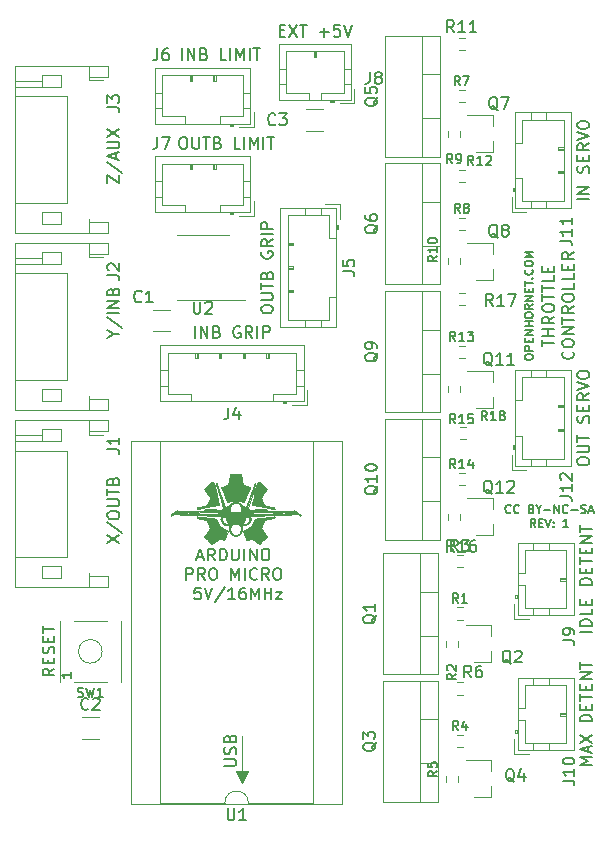
<source format=gbr>
%TF.GenerationSoftware,KiCad,Pcbnew,(5.1.9)-1*%
%TF.CreationDate,2021-10-29T07:15:38-06:00*%
%TF.ProjectId,throttle_controller,7468726f-7474-46c6-955f-636f6e74726f,rev?*%
%TF.SameCoordinates,Original*%
%TF.FileFunction,Legend,Top*%
%TF.FilePolarity,Positive*%
%FSLAX46Y46*%
G04 Gerber Fmt 4.6, Leading zero omitted, Abs format (unit mm)*
G04 Created by KiCad (PCBNEW (5.1.9)-1) date 2021-10-29 07:15:38*
%MOMM*%
%LPD*%
G01*
G04 APERTURE LIST*
%ADD10C,0.150000*%
%ADD11C,0.100000*%
%ADD12C,0.120000*%
%ADD13C,0.010000*%
G04 APERTURE END LIST*
D10*
X169744666Y-110966666D02*
X169744666Y-110833333D01*
X169778000Y-110766666D01*
X169844666Y-110700000D01*
X169978000Y-110666666D01*
X170211333Y-110666666D01*
X170344666Y-110700000D01*
X170411333Y-110766666D01*
X170444666Y-110833333D01*
X170444666Y-110966666D01*
X170411333Y-111033333D01*
X170344666Y-111100000D01*
X170211333Y-111133333D01*
X169978000Y-111133333D01*
X169844666Y-111100000D01*
X169778000Y-111033333D01*
X169744666Y-110966666D01*
X170444666Y-110366666D02*
X169744666Y-110366666D01*
X169744666Y-110100000D01*
X169778000Y-110033333D01*
X169811333Y-110000000D01*
X169878000Y-109966666D01*
X169978000Y-109966666D01*
X170044666Y-110000000D01*
X170078000Y-110033333D01*
X170111333Y-110100000D01*
X170111333Y-110366666D01*
X170078000Y-109666666D02*
X170078000Y-109433333D01*
X170444666Y-109333333D02*
X170444666Y-109666666D01*
X169744666Y-109666666D01*
X169744666Y-109333333D01*
X170444666Y-109033333D02*
X169744666Y-109033333D01*
X170444666Y-108633333D01*
X169744666Y-108633333D01*
X170444666Y-108300000D02*
X169744666Y-108300000D01*
X170078000Y-108300000D02*
X170078000Y-107900000D01*
X170444666Y-107900000D02*
X169744666Y-107900000D01*
X169744666Y-107433333D02*
X169744666Y-107300000D01*
X169778000Y-107233333D01*
X169844666Y-107166666D01*
X169978000Y-107133333D01*
X170211333Y-107133333D01*
X170344666Y-107166666D01*
X170411333Y-107233333D01*
X170444666Y-107300000D01*
X170444666Y-107433333D01*
X170411333Y-107500000D01*
X170344666Y-107566666D01*
X170211333Y-107600000D01*
X169978000Y-107600000D01*
X169844666Y-107566666D01*
X169778000Y-107500000D01*
X169744666Y-107433333D01*
X170444666Y-106433333D02*
X170111333Y-106666666D01*
X170444666Y-106833333D02*
X169744666Y-106833333D01*
X169744666Y-106566666D01*
X169778000Y-106500000D01*
X169811333Y-106466666D01*
X169878000Y-106433333D01*
X169978000Y-106433333D01*
X170044666Y-106466666D01*
X170078000Y-106500000D01*
X170111333Y-106566666D01*
X170111333Y-106833333D01*
X170444666Y-106133333D02*
X169744666Y-106133333D01*
X170444666Y-105733333D01*
X169744666Y-105733333D01*
X170078000Y-105400000D02*
X170078000Y-105166666D01*
X170444666Y-105066666D02*
X170444666Y-105400000D01*
X169744666Y-105400000D01*
X169744666Y-105066666D01*
X169744666Y-104866666D02*
X169744666Y-104466666D01*
X170444666Y-104666666D02*
X169744666Y-104666666D01*
X170378000Y-104233333D02*
X170411333Y-104200000D01*
X170444666Y-104233333D01*
X170411333Y-104266666D01*
X170378000Y-104233333D01*
X170444666Y-104233333D01*
X170378000Y-103500000D02*
X170411333Y-103533333D01*
X170444666Y-103633333D01*
X170444666Y-103700000D01*
X170411333Y-103800000D01*
X170344666Y-103866666D01*
X170278000Y-103900000D01*
X170144666Y-103933333D01*
X170044666Y-103933333D01*
X169911333Y-103900000D01*
X169844666Y-103866666D01*
X169778000Y-103800000D01*
X169744666Y-103700000D01*
X169744666Y-103633333D01*
X169778000Y-103533333D01*
X169811333Y-103500000D01*
X169744666Y-103066666D02*
X169744666Y-102933333D01*
X169778000Y-102866666D01*
X169844666Y-102800000D01*
X169978000Y-102766666D01*
X170211333Y-102766666D01*
X170344666Y-102800000D01*
X170411333Y-102866666D01*
X170444666Y-102933333D01*
X170444666Y-103066666D01*
X170411333Y-103133333D01*
X170344666Y-103200000D01*
X170211333Y-103233333D01*
X169978000Y-103233333D01*
X169844666Y-103200000D01*
X169778000Y-103133333D01*
X169744666Y-103066666D01*
X170444666Y-102466666D02*
X169744666Y-102466666D01*
X170244666Y-102233333D01*
X169744666Y-102000000D01*
X170444666Y-102000000D01*
X168558333Y-124048000D02*
X168525000Y-124081333D01*
X168425000Y-124114666D01*
X168358333Y-124114666D01*
X168258333Y-124081333D01*
X168191666Y-124014666D01*
X168158333Y-123948000D01*
X168125000Y-123814666D01*
X168125000Y-123714666D01*
X168158333Y-123581333D01*
X168191666Y-123514666D01*
X168258333Y-123448000D01*
X168358333Y-123414666D01*
X168425000Y-123414666D01*
X168525000Y-123448000D01*
X168558333Y-123481333D01*
X169258333Y-124048000D02*
X169225000Y-124081333D01*
X169125000Y-124114666D01*
X169058333Y-124114666D01*
X168958333Y-124081333D01*
X168891666Y-124014666D01*
X168858333Y-123948000D01*
X168825000Y-123814666D01*
X168825000Y-123714666D01*
X168858333Y-123581333D01*
X168891666Y-123514666D01*
X168958333Y-123448000D01*
X169058333Y-123414666D01*
X169125000Y-123414666D01*
X169225000Y-123448000D01*
X169258333Y-123481333D01*
X170325000Y-123748000D02*
X170425000Y-123781333D01*
X170458333Y-123814666D01*
X170491666Y-123881333D01*
X170491666Y-123981333D01*
X170458333Y-124048000D01*
X170425000Y-124081333D01*
X170358333Y-124114666D01*
X170091666Y-124114666D01*
X170091666Y-123414666D01*
X170325000Y-123414666D01*
X170391666Y-123448000D01*
X170425000Y-123481333D01*
X170458333Y-123548000D01*
X170458333Y-123614666D01*
X170425000Y-123681333D01*
X170391666Y-123714666D01*
X170325000Y-123748000D01*
X170091666Y-123748000D01*
X170925000Y-123781333D02*
X170925000Y-124114666D01*
X170691666Y-123414666D02*
X170925000Y-123781333D01*
X171158333Y-123414666D01*
X171391666Y-123848000D02*
X171925000Y-123848000D01*
X172258333Y-124114666D02*
X172258333Y-123414666D01*
X172658333Y-124114666D01*
X172658333Y-123414666D01*
X173391666Y-124048000D02*
X173358333Y-124081333D01*
X173258333Y-124114666D01*
X173191666Y-124114666D01*
X173091666Y-124081333D01*
X173025000Y-124014666D01*
X172991666Y-123948000D01*
X172958333Y-123814666D01*
X172958333Y-123714666D01*
X172991666Y-123581333D01*
X173025000Y-123514666D01*
X173091666Y-123448000D01*
X173191666Y-123414666D01*
X173258333Y-123414666D01*
X173358333Y-123448000D01*
X173391666Y-123481333D01*
X173691666Y-123848000D02*
X174225000Y-123848000D01*
X174525000Y-124081333D02*
X174625000Y-124114666D01*
X174791666Y-124114666D01*
X174858333Y-124081333D01*
X174891666Y-124048000D01*
X174925000Y-123981333D01*
X174925000Y-123914666D01*
X174891666Y-123848000D01*
X174858333Y-123814666D01*
X174791666Y-123781333D01*
X174658333Y-123748000D01*
X174591666Y-123714666D01*
X174558333Y-123681333D01*
X174525000Y-123614666D01*
X174525000Y-123548000D01*
X174558333Y-123481333D01*
X174591666Y-123448000D01*
X174658333Y-123414666D01*
X174825000Y-123414666D01*
X174925000Y-123448000D01*
X175191666Y-123914666D02*
X175525000Y-123914666D01*
X175125000Y-124114666D02*
X175358333Y-123414666D01*
X175591666Y-124114666D01*
X170658333Y-125314666D02*
X170425000Y-124981333D01*
X170258333Y-125314666D02*
X170258333Y-124614666D01*
X170525000Y-124614666D01*
X170591666Y-124648000D01*
X170625000Y-124681333D01*
X170658333Y-124748000D01*
X170658333Y-124848000D01*
X170625000Y-124914666D01*
X170591666Y-124948000D01*
X170525000Y-124981333D01*
X170258333Y-124981333D01*
X170958333Y-124948000D02*
X171191666Y-124948000D01*
X171291666Y-125314666D02*
X170958333Y-125314666D01*
X170958333Y-124614666D01*
X171291666Y-124614666D01*
X171491666Y-124614666D02*
X171725000Y-125314666D01*
X171958333Y-124614666D01*
X172191666Y-125248000D02*
X172225000Y-125281333D01*
X172191666Y-125314666D01*
X172158333Y-125281333D01*
X172191666Y-125248000D01*
X172191666Y-125314666D01*
X172191666Y-124881333D02*
X172225000Y-124914666D01*
X172191666Y-124948000D01*
X172158333Y-124914666D01*
X172191666Y-124881333D01*
X172191666Y-124948000D01*
X173425000Y-125314666D02*
X173025000Y-125314666D01*
X173225000Y-125314666D02*
X173225000Y-124614666D01*
X173158333Y-124714666D01*
X173091666Y-124781333D01*
X173025000Y-124814666D01*
X171255380Y-110002380D02*
X171255380Y-109430952D01*
X172255380Y-109716666D02*
X171255380Y-109716666D01*
X172255380Y-109097619D02*
X171255380Y-109097619D01*
X171731571Y-109097619D02*
X171731571Y-108526190D01*
X172255380Y-108526190D02*
X171255380Y-108526190D01*
X172255380Y-107478571D02*
X171779190Y-107811904D01*
X172255380Y-108050000D02*
X171255380Y-108050000D01*
X171255380Y-107669047D01*
X171303000Y-107573809D01*
X171350619Y-107526190D01*
X171445857Y-107478571D01*
X171588714Y-107478571D01*
X171683952Y-107526190D01*
X171731571Y-107573809D01*
X171779190Y-107669047D01*
X171779190Y-108050000D01*
X171255380Y-106859523D02*
X171255380Y-106669047D01*
X171303000Y-106573809D01*
X171398238Y-106478571D01*
X171588714Y-106430952D01*
X171922047Y-106430952D01*
X172112523Y-106478571D01*
X172207761Y-106573809D01*
X172255380Y-106669047D01*
X172255380Y-106859523D01*
X172207761Y-106954761D01*
X172112523Y-107050000D01*
X171922047Y-107097619D01*
X171588714Y-107097619D01*
X171398238Y-107050000D01*
X171303000Y-106954761D01*
X171255380Y-106859523D01*
X171255380Y-106145238D02*
X171255380Y-105573809D01*
X172255380Y-105859523D02*
X171255380Y-105859523D01*
X171255380Y-105383333D02*
X171255380Y-104811904D01*
X172255380Y-105097619D02*
X171255380Y-105097619D01*
X172255380Y-104002380D02*
X172255380Y-104478571D01*
X171255380Y-104478571D01*
X171731571Y-103669047D02*
X171731571Y-103335714D01*
X172255380Y-103192857D02*
X172255380Y-103669047D01*
X171255380Y-103669047D01*
X171255380Y-103192857D01*
X173810142Y-110454761D02*
X173857761Y-110502380D01*
X173905380Y-110645238D01*
X173905380Y-110740476D01*
X173857761Y-110883333D01*
X173762523Y-110978571D01*
X173667285Y-111026190D01*
X173476809Y-111073809D01*
X173333952Y-111073809D01*
X173143476Y-111026190D01*
X173048238Y-110978571D01*
X172953000Y-110883333D01*
X172905380Y-110740476D01*
X172905380Y-110645238D01*
X172953000Y-110502380D01*
X173000619Y-110454761D01*
X172905380Y-109835714D02*
X172905380Y-109645238D01*
X172953000Y-109550000D01*
X173048238Y-109454761D01*
X173238714Y-109407142D01*
X173572047Y-109407142D01*
X173762523Y-109454761D01*
X173857761Y-109550000D01*
X173905380Y-109645238D01*
X173905380Y-109835714D01*
X173857761Y-109930952D01*
X173762523Y-110026190D01*
X173572047Y-110073809D01*
X173238714Y-110073809D01*
X173048238Y-110026190D01*
X172953000Y-109930952D01*
X172905380Y-109835714D01*
X173905380Y-108978571D02*
X172905380Y-108978571D01*
X173905380Y-108407142D01*
X172905380Y-108407142D01*
X172905380Y-108073809D02*
X172905380Y-107502380D01*
X173905380Y-107788095D02*
X172905380Y-107788095D01*
X173905380Y-106597619D02*
X173429190Y-106930952D01*
X173905380Y-107169047D02*
X172905380Y-107169047D01*
X172905380Y-106788095D01*
X172953000Y-106692857D01*
X173000619Y-106645238D01*
X173095857Y-106597619D01*
X173238714Y-106597619D01*
X173333952Y-106645238D01*
X173381571Y-106692857D01*
X173429190Y-106788095D01*
X173429190Y-107169047D01*
X172905380Y-105978571D02*
X172905380Y-105788095D01*
X172953000Y-105692857D01*
X173048238Y-105597619D01*
X173238714Y-105550000D01*
X173572047Y-105550000D01*
X173762523Y-105597619D01*
X173857761Y-105692857D01*
X173905380Y-105788095D01*
X173905380Y-105978571D01*
X173857761Y-106073809D01*
X173762523Y-106169047D01*
X173572047Y-106216666D01*
X173238714Y-106216666D01*
X173048238Y-106169047D01*
X172953000Y-106073809D01*
X172905380Y-105978571D01*
X173905380Y-104645238D02*
X173905380Y-105121428D01*
X172905380Y-105121428D01*
X173905380Y-103835714D02*
X173905380Y-104311904D01*
X172905380Y-104311904D01*
X173381571Y-103502380D02*
X173381571Y-103169047D01*
X173905380Y-103026190D02*
X173905380Y-103502380D01*
X172905380Y-103502380D01*
X172905380Y-103026190D01*
X173905380Y-102026190D02*
X173429190Y-102359523D01*
X173905380Y-102597619D02*
X172905380Y-102597619D01*
X172905380Y-102216666D01*
X172953000Y-102121428D01*
X173000619Y-102073809D01*
X173095857Y-102026190D01*
X173238714Y-102026190D01*
X173333952Y-102073809D01*
X173381571Y-102121428D01*
X173429190Y-102216666D01*
X173429190Y-102597619D01*
X142047428Y-127846666D02*
X142523619Y-127846666D01*
X141952190Y-128132380D02*
X142285523Y-127132380D01*
X142618857Y-128132380D01*
X143523619Y-128132380D02*
X143190285Y-127656190D01*
X142952190Y-128132380D02*
X142952190Y-127132380D01*
X143333142Y-127132380D01*
X143428380Y-127180000D01*
X143476000Y-127227619D01*
X143523619Y-127322857D01*
X143523619Y-127465714D01*
X143476000Y-127560952D01*
X143428380Y-127608571D01*
X143333142Y-127656190D01*
X142952190Y-127656190D01*
X143952190Y-128132380D02*
X143952190Y-127132380D01*
X144190285Y-127132380D01*
X144333142Y-127180000D01*
X144428380Y-127275238D01*
X144476000Y-127370476D01*
X144523619Y-127560952D01*
X144523619Y-127703809D01*
X144476000Y-127894285D01*
X144428380Y-127989523D01*
X144333142Y-128084761D01*
X144190285Y-128132380D01*
X143952190Y-128132380D01*
X144952190Y-127132380D02*
X144952190Y-127941904D01*
X144999809Y-128037142D01*
X145047428Y-128084761D01*
X145142666Y-128132380D01*
X145333142Y-128132380D01*
X145428380Y-128084761D01*
X145476000Y-128037142D01*
X145523619Y-127941904D01*
X145523619Y-127132380D01*
X145999809Y-128132380D02*
X145999809Y-127132380D01*
X146476000Y-128132380D02*
X146476000Y-127132380D01*
X147047428Y-128132380D01*
X147047428Y-127132380D01*
X147714095Y-127132380D02*
X147904571Y-127132380D01*
X147999809Y-127180000D01*
X148095047Y-127275238D01*
X148142666Y-127465714D01*
X148142666Y-127799047D01*
X148095047Y-127989523D01*
X147999809Y-128084761D01*
X147904571Y-128132380D01*
X147714095Y-128132380D01*
X147618857Y-128084761D01*
X147523619Y-127989523D01*
X147476000Y-127799047D01*
X147476000Y-127465714D01*
X147523619Y-127275238D01*
X147618857Y-127180000D01*
X147714095Y-127132380D01*
X141095047Y-129782380D02*
X141095047Y-128782380D01*
X141476000Y-128782380D01*
X141571238Y-128830000D01*
X141618857Y-128877619D01*
X141666476Y-128972857D01*
X141666476Y-129115714D01*
X141618857Y-129210952D01*
X141571238Y-129258571D01*
X141476000Y-129306190D01*
X141095047Y-129306190D01*
X142666476Y-129782380D02*
X142333142Y-129306190D01*
X142095047Y-129782380D02*
X142095047Y-128782380D01*
X142476000Y-128782380D01*
X142571238Y-128830000D01*
X142618857Y-128877619D01*
X142666476Y-128972857D01*
X142666476Y-129115714D01*
X142618857Y-129210952D01*
X142571238Y-129258571D01*
X142476000Y-129306190D01*
X142095047Y-129306190D01*
X143285523Y-128782380D02*
X143476000Y-128782380D01*
X143571238Y-128830000D01*
X143666476Y-128925238D01*
X143714095Y-129115714D01*
X143714095Y-129449047D01*
X143666476Y-129639523D01*
X143571238Y-129734761D01*
X143476000Y-129782380D01*
X143285523Y-129782380D01*
X143190285Y-129734761D01*
X143095047Y-129639523D01*
X143047428Y-129449047D01*
X143047428Y-129115714D01*
X143095047Y-128925238D01*
X143190285Y-128830000D01*
X143285523Y-128782380D01*
X144904571Y-129782380D02*
X144904571Y-128782380D01*
X145237904Y-129496666D01*
X145571238Y-128782380D01*
X145571238Y-129782380D01*
X146047428Y-129782380D02*
X146047428Y-128782380D01*
X147095047Y-129687142D02*
X147047428Y-129734761D01*
X146904571Y-129782380D01*
X146809333Y-129782380D01*
X146666476Y-129734761D01*
X146571238Y-129639523D01*
X146523619Y-129544285D01*
X146476000Y-129353809D01*
X146476000Y-129210952D01*
X146523619Y-129020476D01*
X146571238Y-128925238D01*
X146666476Y-128830000D01*
X146809333Y-128782380D01*
X146904571Y-128782380D01*
X147047428Y-128830000D01*
X147095047Y-128877619D01*
X148095047Y-129782380D02*
X147761714Y-129306190D01*
X147523619Y-129782380D02*
X147523619Y-128782380D01*
X147904571Y-128782380D01*
X147999809Y-128830000D01*
X148047428Y-128877619D01*
X148095047Y-128972857D01*
X148095047Y-129115714D01*
X148047428Y-129210952D01*
X147999809Y-129258571D01*
X147904571Y-129306190D01*
X147523619Y-129306190D01*
X148714095Y-128782380D02*
X148904571Y-128782380D01*
X148999809Y-128830000D01*
X149095047Y-128925238D01*
X149142666Y-129115714D01*
X149142666Y-129449047D01*
X149095047Y-129639523D01*
X148999809Y-129734761D01*
X148904571Y-129782380D01*
X148714095Y-129782380D01*
X148618857Y-129734761D01*
X148523619Y-129639523D01*
X148476000Y-129449047D01*
X148476000Y-129115714D01*
X148523619Y-128925238D01*
X148618857Y-128830000D01*
X148714095Y-128782380D01*
X142309333Y-130432380D02*
X141833142Y-130432380D01*
X141785523Y-130908571D01*
X141833142Y-130860952D01*
X141928380Y-130813333D01*
X142166476Y-130813333D01*
X142261714Y-130860952D01*
X142309333Y-130908571D01*
X142356952Y-131003809D01*
X142356952Y-131241904D01*
X142309333Y-131337142D01*
X142261714Y-131384761D01*
X142166476Y-131432380D01*
X141928380Y-131432380D01*
X141833142Y-131384761D01*
X141785523Y-131337142D01*
X142642666Y-130432380D02*
X142976000Y-131432380D01*
X143309333Y-130432380D01*
X144356952Y-130384761D02*
X143499809Y-131670476D01*
X145214095Y-131432380D02*
X144642666Y-131432380D01*
X144928380Y-131432380D02*
X144928380Y-130432380D01*
X144833142Y-130575238D01*
X144737904Y-130670476D01*
X144642666Y-130718095D01*
X146071238Y-130432380D02*
X145880761Y-130432380D01*
X145785523Y-130480000D01*
X145737904Y-130527619D01*
X145642666Y-130670476D01*
X145595047Y-130860952D01*
X145595047Y-131241904D01*
X145642666Y-131337142D01*
X145690285Y-131384761D01*
X145785523Y-131432380D01*
X145976000Y-131432380D01*
X146071238Y-131384761D01*
X146118857Y-131337142D01*
X146166476Y-131241904D01*
X146166476Y-131003809D01*
X146118857Y-130908571D01*
X146071238Y-130860952D01*
X145976000Y-130813333D01*
X145785523Y-130813333D01*
X145690285Y-130860952D01*
X145642666Y-130908571D01*
X145595047Y-131003809D01*
X146595047Y-131432380D02*
X146595047Y-130432380D01*
X146928380Y-131146666D01*
X147261714Y-130432380D01*
X147261714Y-131432380D01*
X147737904Y-131432380D02*
X147737904Y-130432380D01*
X147737904Y-130908571D02*
X148309333Y-130908571D01*
X148309333Y-131432380D02*
X148309333Y-130432380D01*
X148690285Y-130765714D02*
X149214095Y-130765714D01*
X148690285Y-131432380D01*
X149214095Y-131432380D01*
D11*
G36*
X145794000Y-146994000D02*
G01*
X145294000Y-145994000D01*
X146294000Y-145994000D01*
X145794000Y-146994000D01*
G37*
X145794000Y-146994000D02*
X145294000Y-145994000D01*
X146294000Y-145994000D01*
X145794000Y-146994000D01*
D12*
X145794000Y-145994000D02*
X145794000Y-142994000D01*
D10*
X144314380Y-145533904D02*
X145123904Y-145533904D01*
X145219142Y-145486285D01*
X145266761Y-145438666D01*
X145314380Y-145343428D01*
X145314380Y-145152952D01*
X145266761Y-145057714D01*
X145219142Y-145010095D01*
X145123904Y-144962476D01*
X144314380Y-144962476D01*
X145266761Y-144533904D02*
X145314380Y-144391047D01*
X145314380Y-144152952D01*
X145266761Y-144057714D01*
X145219142Y-144010095D01*
X145123904Y-143962476D01*
X145028666Y-143962476D01*
X144933428Y-144010095D01*
X144885809Y-144057714D01*
X144838190Y-144152952D01*
X144790571Y-144343428D01*
X144742952Y-144438666D01*
X144695333Y-144486285D01*
X144600095Y-144533904D01*
X144504857Y-144533904D01*
X144409619Y-144486285D01*
X144362000Y-144438666D01*
X144314380Y-144343428D01*
X144314380Y-144105333D01*
X144362000Y-143962476D01*
X144790571Y-143200571D02*
X144838190Y-143057714D01*
X144885809Y-143010095D01*
X144981047Y-142962476D01*
X145123904Y-142962476D01*
X145219142Y-143010095D01*
X145266761Y-143057714D01*
X145314380Y-143152952D01*
X145314380Y-143533904D01*
X144314380Y-143533904D01*
X144314380Y-143200571D01*
X144362000Y-143105333D01*
X144409619Y-143057714D01*
X144504857Y-143010095D01*
X144600095Y-143010095D01*
X144695333Y-143057714D01*
X144742952Y-143105333D01*
X144790571Y-143200571D01*
X144790571Y-143533904D01*
D12*
%TO.C,C3*%
X152687252Y-91740000D02*
X151264748Y-91740000D01*
X152687252Y-89920000D02*
X151264748Y-89920000D01*
%TO.C,J8*%
X155036000Y-89140000D02*
X155036000Y-84420000D01*
X155036000Y-84420000D02*
X148916000Y-84420000D01*
X148916000Y-84420000D02*
X148916000Y-89140000D01*
X148916000Y-89140000D02*
X155036000Y-89140000D01*
X153276000Y-89140000D02*
X153276000Y-89340000D01*
X153276000Y-89340000D02*
X153576000Y-89340000D01*
X153576000Y-89340000D02*
X153576000Y-89140000D01*
X153276000Y-89240000D02*
X153576000Y-89240000D01*
X152476000Y-89140000D02*
X152476000Y-88530000D01*
X152476000Y-88530000D02*
X154426000Y-88530000D01*
X154426000Y-88530000D02*
X154426000Y-85030000D01*
X154426000Y-85030000D02*
X149526000Y-85030000D01*
X149526000Y-85030000D02*
X149526000Y-88530000D01*
X149526000Y-88530000D02*
X151476000Y-88530000D01*
X151476000Y-88530000D02*
X151476000Y-89140000D01*
X155036000Y-87830000D02*
X154426000Y-87830000D01*
X155036000Y-86530000D02*
X154426000Y-86530000D01*
X148916000Y-87830000D02*
X149526000Y-87830000D01*
X148916000Y-86530000D02*
X149526000Y-86530000D01*
X152076000Y-85030000D02*
X152076000Y-85530000D01*
X152076000Y-85530000D02*
X151876000Y-85530000D01*
X151876000Y-85530000D02*
X151876000Y-85030000D01*
X151976000Y-85030000D02*
X151976000Y-85530000D01*
X154086000Y-89440000D02*
X155336000Y-89440000D01*
X155336000Y-89440000D02*
X155336000Y-88190000D01*
%TO.C,R4*%
X163991776Y-142908500D02*
X164501224Y-142908500D01*
X163991776Y-143953500D02*
X164501224Y-143953500D01*
%TO.C,R2*%
X164134000Y-134921276D02*
X164134000Y-135430724D01*
X163089000Y-134921276D02*
X163089000Y-135430724D01*
%TO.C,J10*%
X169166000Y-144221000D02*
X173886000Y-144221000D01*
X173886000Y-144221000D02*
X173886000Y-138101000D01*
X173886000Y-138101000D02*
X169166000Y-138101000D01*
X169166000Y-138101000D02*
X169166000Y-144221000D01*
X169166000Y-142461000D02*
X168966000Y-142461000D01*
X168966000Y-142461000D02*
X168966000Y-142761000D01*
X168966000Y-142761000D02*
X169166000Y-142761000D01*
X169066000Y-142461000D02*
X169066000Y-142761000D01*
X169166000Y-141661000D02*
X169776000Y-141661000D01*
X169776000Y-141661000D02*
X169776000Y-143611000D01*
X169776000Y-143611000D02*
X173276000Y-143611000D01*
X173276000Y-143611000D02*
X173276000Y-138711000D01*
X173276000Y-138711000D02*
X169776000Y-138711000D01*
X169776000Y-138711000D02*
X169776000Y-140661000D01*
X169776000Y-140661000D02*
X169166000Y-140661000D01*
X170476000Y-144221000D02*
X170476000Y-143611000D01*
X171776000Y-144221000D02*
X171776000Y-143611000D01*
X170476000Y-138101000D02*
X170476000Y-138711000D01*
X171776000Y-138101000D02*
X171776000Y-138711000D01*
X173276000Y-141261000D02*
X172776000Y-141261000D01*
X172776000Y-141261000D02*
X172776000Y-141061000D01*
X172776000Y-141061000D02*
X173276000Y-141061000D01*
X173276000Y-141161000D02*
X172776000Y-141161000D01*
X168866000Y-143271000D02*
X168866000Y-144521000D01*
X168866000Y-144521000D02*
X170116000Y-144521000D01*
%TO.C,Q1*%
X162436500Y-127516000D02*
X162436500Y-137756000D01*
X157795500Y-127516000D02*
X157795500Y-137756000D01*
X162436500Y-127516000D02*
X157795500Y-127516000D01*
X162436500Y-137756000D02*
X157795500Y-137756000D01*
X160926500Y-127516000D02*
X160926500Y-137756000D01*
X162436500Y-130786000D02*
X160926500Y-130786000D01*
X162436500Y-134487000D02*
X160926500Y-134487000D01*
%TO.C,Q4*%
X166911500Y-148186000D02*
X166911500Y-147256000D01*
X166911500Y-145026000D02*
X166911500Y-145956000D01*
X166911500Y-145026000D02*
X164751500Y-145026000D01*
X166911500Y-148186000D02*
X165451500Y-148186000D01*
%TO.C,R3*%
X163991776Y-127668500D02*
X164501224Y-127668500D01*
X163991776Y-128713500D02*
X164501224Y-128713500D01*
%TO.C,Q2*%
X166911500Y-136756000D02*
X166911500Y-135826000D01*
X166911500Y-133596000D02*
X166911500Y-134526000D01*
X166911500Y-133596000D02*
X164751500Y-133596000D01*
X166911500Y-136756000D02*
X165451500Y-136756000D01*
%TO.C,R5*%
X164134000Y-146351276D02*
X164134000Y-146860724D01*
X163089000Y-146351276D02*
X163089000Y-146860724D01*
%TO.C,J9*%
X169166000Y-132791000D02*
X173886000Y-132791000D01*
X173886000Y-132791000D02*
X173886000Y-126671000D01*
X173886000Y-126671000D02*
X169166000Y-126671000D01*
X169166000Y-126671000D02*
X169166000Y-132791000D01*
X169166000Y-131031000D02*
X168966000Y-131031000D01*
X168966000Y-131031000D02*
X168966000Y-131331000D01*
X168966000Y-131331000D02*
X169166000Y-131331000D01*
X169066000Y-131031000D02*
X169066000Y-131331000D01*
X169166000Y-130231000D02*
X169776000Y-130231000D01*
X169776000Y-130231000D02*
X169776000Y-132181000D01*
X169776000Y-132181000D02*
X173276000Y-132181000D01*
X173276000Y-132181000D02*
X173276000Y-127281000D01*
X173276000Y-127281000D02*
X169776000Y-127281000D01*
X169776000Y-127281000D02*
X169776000Y-129231000D01*
X169776000Y-129231000D02*
X169166000Y-129231000D01*
X170476000Y-132791000D02*
X170476000Y-132181000D01*
X171776000Y-132791000D02*
X171776000Y-132181000D01*
X170476000Y-126671000D02*
X170476000Y-127281000D01*
X171776000Y-126671000D02*
X171776000Y-127281000D01*
X173276000Y-129831000D02*
X172776000Y-129831000D01*
X172776000Y-129831000D02*
X172776000Y-129631000D01*
X172776000Y-129631000D02*
X173276000Y-129631000D01*
X173276000Y-129731000D02*
X172776000Y-129731000D01*
X168866000Y-131841000D02*
X168866000Y-133091000D01*
X168866000Y-133091000D02*
X170116000Y-133091000D01*
%TO.C,R1*%
X163991776Y-132113500D02*
X164501224Y-132113500D01*
X163991776Y-133158500D02*
X164501224Y-133158500D01*
%TO.C,R6*%
X163991776Y-138463500D02*
X164501224Y-138463500D01*
X163991776Y-139508500D02*
X164501224Y-139508500D01*
%TO.C,Q3*%
X162436500Y-138311000D02*
X162436500Y-148551000D01*
X157795500Y-138311000D02*
X157795500Y-148551000D01*
X162436500Y-138311000D02*
X157795500Y-138311000D01*
X162436500Y-148551000D02*
X157795500Y-148551000D01*
X160926500Y-138311000D02*
X160926500Y-148551000D01*
X162436500Y-141581000D02*
X160926500Y-141581000D01*
X162436500Y-145282000D02*
X160926500Y-145282000D01*
%TO.C,U2*%
X142476000Y-100595000D02*
X140276000Y-100595000D01*
X142476000Y-100595000D02*
X144676000Y-100595000D01*
X142476000Y-106065000D02*
X140276000Y-106065000D01*
X142476000Y-106065000D02*
X146076000Y-106065000D01*
%TO.C,U1*%
X144356000Y-148660000D02*
G75*
G02*
X146356000Y-148660000I1000000J0D01*
G01*
X146356000Y-148660000D02*
X151816000Y-148660000D01*
X151816000Y-148660000D02*
X151816000Y-118060000D01*
X151816000Y-118060000D02*
X138896000Y-118060000D01*
X138896000Y-118060000D02*
X138896000Y-148660000D01*
X138896000Y-148660000D02*
X144356000Y-148660000D01*
X154306000Y-148720000D02*
X154306000Y-118000000D01*
X154306000Y-118000000D02*
X136406000Y-118000000D01*
X136406000Y-118000000D02*
X136406000Y-148720000D01*
X136406000Y-148720000D02*
X154306000Y-148720000D01*
%TO.C,SW1*%
X130376000Y-135830000D02*
X130376000Y-138430000D01*
X131576000Y-138430000D02*
X134376000Y-138430000D01*
X135576000Y-138430000D02*
X135576000Y-133230000D01*
X134376000Y-133230000D02*
X131576000Y-133230000D01*
X130376000Y-135830000D02*
X130376000Y-133230000D01*
X133976000Y-135830000D02*
G75*
G03*
X133976000Y-135830000I-1000000J0D01*
G01*
%TO.C,R18*%
X164275276Y-116791500D02*
X164784724Y-116791500D01*
X164275276Y-117836500D02*
X164784724Y-117836500D01*
%TO.C,R17*%
X164148276Y-105488500D02*
X164657724Y-105488500D01*
X164148276Y-106533500D02*
X164657724Y-106533500D01*
%TO.C,R16*%
X164290500Y-124171276D02*
X164290500Y-124680724D01*
X163245500Y-124171276D02*
X163245500Y-124680724D01*
%TO.C,R15*%
X164290500Y-113376276D02*
X164290500Y-113885724D01*
X163245500Y-113376276D02*
X163245500Y-113885724D01*
%TO.C,R14*%
X164148276Y-120728500D02*
X164657724Y-120728500D01*
X164148276Y-121773500D02*
X164657724Y-121773500D01*
%TO.C,R13*%
X164148276Y-109933500D02*
X164657724Y-109933500D01*
X164148276Y-110978500D02*
X164657724Y-110978500D01*
%TO.C,R12*%
X164148276Y-95034500D02*
X164657724Y-95034500D01*
X164148276Y-96079500D02*
X164657724Y-96079500D01*
%TO.C,R11*%
X164148276Y-83858500D02*
X164657724Y-83858500D01*
X164148276Y-84903500D02*
X164657724Y-84903500D01*
%TO.C,R10*%
X164290500Y-102541276D02*
X164290500Y-103050724D01*
X163245500Y-102541276D02*
X163245500Y-103050724D01*
%TO.C,R9*%
X164290500Y-91746276D02*
X164290500Y-92255724D01*
X163245500Y-91746276D02*
X163245500Y-92255724D01*
%TO.C,R8*%
X164148276Y-99098500D02*
X164657724Y-99098500D01*
X164148276Y-100143500D02*
X164657724Y-100143500D01*
%TO.C,R7*%
X164148276Y-88303500D02*
X164657724Y-88303500D01*
X164148276Y-89348500D02*
X164657724Y-89348500D01*
%TO.C,Q12*%
X167068000Y-126006000D02*
X167068000Y-125076000D01*
X167068000Y-122846000D02*
X167068000Y-123776000D01*
X167068000Y-122846000D02*
X164908000Y-122846000D01*
X167068000Y-126006000D02*
X165608000Y-126006000D01*
%TO.C,Q11*%
X167068000Y-115211000D02*
X167068000Y-114281000D01*
X167068000Y-112051000D02*
X167068000Y-112981000D01*
X167068000Y-112051000D02*
X164908000Y-112051000D01*
X167068000Y-115211000D02*
X165608000Y-115211000D01*
%TO.C,Q10*%
X162593000Y-116131000D02*
X162593000Y-126371000D01*
X157952000Y-116131000D02*
X157952000Y-126371000D01*
X162593000Y-116131000D02*
X157952000Y-116131000D01*
X162593000Y-126371000D02*
X157952000Y-126371000D01*
X161083000Y-116131000D02*
X161083000Y-126371000D01*
X162593000Y-119401000D02*
X161083000Y-119401000D01*
X162593000Y-123102000D02*
X161083000Y-123102000D01*
%TO.C,Q9*%
X162593000Y-105336000D02*
X162593000Y-115576000D01*
X157952000Y-105336000D02*
X157952000Y-115576000D01*
X162593000Y-105336000D02*
X157952000Y-105336000D01*
X162593000Y-115576000D02*
X157952000Y-115576000D01*
X161083000Y-105336000D02*
X161083000Y-115576000D01*
X162593000Y-108606000D02*
X161083000Y-108606000D01*
X162593000Y-112307000D02*
X161083000Y-112307000D01*
%TO.C,Q8*%
X167068000Y-104376000D02*
X167068000Y-103446000D01*
X167068000Y-101216000D02*
X167068000Y-102146000D01*
X167068000Y-101216000D02*
X164908000Y-101216000D01*
X167068000Y-104376000D02*
X165608000Y-104376000D01*
%TO.C,Q7*%
X167068000Y-93581000D02*
X167068000Y-92651000D01*
X167068000Y-90421000D02*
X167068000Y-91351000D01*
X167068000Y-90421000D02*
X164908000Y-90421000D01*
X167068000Y-93581000D02*
X165608000Y-93581000D01*
%TO.C,Q6*%
X162593000Y-94501000D02*
X162593000Y-104741000D01*
X157952000Y-94501000D02*
X157952000Y-104741000D01*
X162593000Y-94501000D02*
X157952000Y-94501000D01*
X162593000Y-104741000D02*
X157952000Y-104741000D01*
X161083000Y-94501000D02*
X161083000Y-104741000D01*
X162593000Y-97771000D02*
X161083000Y-97771000D01*
X162593000Y-101472000D02*
X161083000Y-101472000D01*
%TO.C,Q5*%
X162593000Y-83706000D02*
X162593000Y-93946000D01*
X157952000Y-83706000D02*
X157952000Y-93946000D01*
X162593000Y-83706000D02*
X157952000Y-83706000D01*
X162593000Y-93946000D02*
X157952000Y-93946000D01*
X161083000Y-83706000D02*
X161083000Y-93946000D01*
X162593000Y-86976000D02*
X161083000Y-86976000D01*
X162593000Y-90677000D02*
X161083000Y-90677000D01*
%TO.C,J12*%
X168943000Y-120136000D02*
X173663000Y-120136000D01*
X173663000Y-120136000D02*
X173663000Y-112016000D01*
X173663000Y-112016000D02*
X168943000Y-112016000D01*
X168943000Y-112016000D02*
X168943000Y-120136000D01*
X168943000Y-118376000D02*
X168743000Y-118376000D01*
X168743000Y-118376000D02*
X168743000Y-118676000D01*
X168743000Y-118676000D02*
X168943000Y-118676000D01*
X168843000Y-118376000D02*
X168843000Y-118676000D01*
X168943000Y-117576000D02*
X169553000Y-117576000D01*
X169553000Y-117576000D02*
X169553000Y-119526000D01*
X169553000Y-119526000D02*
X173053000Y-119526000D01*
X173053000Y-119526000D02*
X173053000Y-112626000D01*
X173053000Y-112626000D02*
X169553000Y-112626000D01*
X169553000Y-112626000D02*
X169553000Y-114576000D01*
X169553000Y-114576000D02*
X168943000Y-114576000D01*
X170253000Y-120136000D02*
X170253000Y-119526000D01*
X171553000Y-120136000D02*
X171553000Y-119526000D01*
X170253000Y-112016000D02*
X170253000Y-112626000D01*
X171553000Y-112016000D02*
X171553000Y-112626000D01*
X173053000Y-117176000D02*
X172553000Y-117176000D01*
X172553000Y-117176000D02*
X172553000Y-116976000D01*
X172553000Y-116976000D02*
X173053000Y-116976000D01*
X173053000Y-117076000D02*
X172553000Y-117076000D01*
X173053000Y-115176000D02*
X172553000Y-115176000D01*
X172553000Y-115176000D02*
X172553000Y-114976000D01*
X172553000Y-114976000D02*
X173053000Y-114976000D01*
X173053000Y-115076000D02*
X172553000Y-115076000D01*
X168643000Y-119186000D02*
X168643000Y-120436000D01*
X168643000Y-120436000D02*
X169893000Y-120436000D01*
%TO.C,J11*%
X168943000Y-98315500D02*
X173663000Y-98315500D01*
X173663000Y-98315500D02*
X173663000Y-90195500D01*
X173663000Y-90195500D02*
X168943000Y-90195500D01*
X168943000Y-90195500D02*
X168943000Y-98315500D01*
X168943000Y-96555500D02*
X168743000Y-96555500D01*
X168743000Y-96555500D02*
X168743000Y-96855500D01*
X168743000Y-96855500D02*
X168943000Y-96855500D01*
X168843000Y-96555500D02*
X168843000Y-96855500D01*
X168943000Y-95755500D02*
X169553000Y-95755500D01*
X169553000Y-95755500D02*
X169553000Y-97705500D01*
X169553000Y-97705500D02*
X173053000Y-97705500D01*
X173053000Y-97705500D02*
X173053000Y-90805500D01*
X173053000Y-90805500D02*
X169553000Y-90805500D01*
X169553000Y-90805500D02*
X169553000Y-92755500D01*
X169553000Y-92755500D02*
X168943000Y-92755500D01*
X170253000Y-98315500D02*
X170253000Y-97705500D01*
X171553000Y-98315500D02*
X171553000Y-97705500D01*
X170253000Y-90195500D02*
X170253000Y-90805500D01*
X171553000Y-90195500D02*
X171553000Y-90805500D01*
X173053000Y-95355500D02*
X172553000Y-95355500D01*
X172553000Y-95355500D02*
X172553000Y-95155500D01*
X172553000Y-95155500D02*
X173053000Y-95155500D01*
X173053000Y-95255500D02*
X172553000Y-95255500D01*
X173053000Y-93355500D02*
X172553000Y-93355500D01*
X172553000Y-93355500D02*
X172553000Y-93155500D01*
X172553000Y-93155500D02*
X173053000Y-93155500D01*
X173053000Y-93255500D02*
X172553000Y-93255500D01*
X168643000Y-97365500D02*
X168643000Y-98615500D01*
X168643000Y-98615500D02*
X169893000Y-98615500D01*
%TO.C,J7*%
X146536000Y-98640000D02*
X146536000Y-93920000D01*
X146536000Y-93920000D02*
X138416000Y-93920000D01*
X138416000Y-93920000D02*
X138416000Y-98640000D01*
X138416000Y-98640000D02*
X146536000Y-98640000D01*
X144776000Y-98640000D02*
X144776000Y-98840000D01*
X144776000Y-98840000D02*
X145076000Y-98840000D01*
X145076000Y-98840000D02*
X145076000Y-98640000D01*
X144776000Y-98740000D02*
X145076000Y-98740000D01*
X143976000Y-98640000D02*
X143976000Y-98030000D01*
X143976000Y-98030000D02*
X145926000Y-98030000D01*
X145926000Y-98030000D02*
X145926000Y-94530000D01*
X145926000Y-94530000D02*
X139026000Y-94530000D01*
X139026000Y-94530000D02*
X139026000Y-98030000D01*
X139026000Y-98030000D02*
X140976000Y-98030000D01*
X140976000Y-98030000D02*
X140976000Y-98640000D01*
X146536000Y-97330000D02*
X145926000Y-97330000D01*
X146536000Y-96030000D02*
X145926000Y-96030000D01*
X138416000Y-97330000D02*
X139026000Y-97330000D01*
X138416000Y-96030000D02*
X139026000Y-96030000D01*
X143576000Y-94530000D02*
X143576000Y-95030000D01*
X143576000Y-95030000D02*
X143376000Y-95030000D01*
X143376000Y-95030000D02*
X143376000Y-94530000D01*
X143476000Y-94530000D02*
X143476000Y-95030000D01*
X141576000Y-94530000D02*
X141576000Y-95030000D01*
X141576000Y-95030000D02*
X141376000Y-95030000D01*
X141376000Y-95030000D02*
X141376000Y-94530000D01*
X141476000Y-94530000D02*
X141476000Y-95030000D01*
X145586000Y-98940000D02*
X146836000Y-98940000D01*
X146836000Y-98940000D02*
X146836000Y-97690000D01*
%TO.C,J6*%
X146536000Y-91140000D02*
X146536000Y-86420000D01*
X146536000Y-86420000D02*
X138416000Y-86420000D01*
X138416000Y-86420000D02*
X138416000Y-91140000D01*
X138416000Y-91140000D02*
X146536000Y-91140000D01*
X144776000Y-91140000D02*
X144776000Y-91340000D01*
X144776000Y-91340000D02*
X145076000Y-91340000D01*
X145076000Y-91340000D02*
X145076000Y-91140000D01*
X144776000Y-91240000D02*
X145076000Y-91240000D01*
X143976000Y-91140000D02*
X143976000Y-90530000D01*
X143976000Y-90530000D02*
X145926000Y-90530000D01*
X145926000Y-90530000D02*
X145926000Y-87030000D01*
X145926000Y-87030000D02*
X139026000Y-87030000D01*
X139026000Y-87030000D02*
X139026000Y-90530000D01*
X139026000Y-90530000D02*
X140976000Y-90530000D01*
X140976000Y-90530000D02*
X140976000Y-91140000D01*
X146536000Y-89830000D02*
X145926000Y-89830000D01*
X146536000Y-88530000D02*
X145926000Y-88530000D01*
X138416000Y-89830000D02*
X139026000Y-89830000D01*
X138416000Y-88530000D02*
X139026000Y-88530000D01*
X143576000Y-87030000D02*
X143576000Y-87530000D01*
X143576000Y-87530000D02*
X143376000Y-87530000D01*
X143376000Y-87530000D02*
X143376000Y-87030000D01*
X143476000Y-87030000D02*
X143476000Y-87530000D01*
X141576000Y-87030000D02*
X141576000Y-87530000D01*
X141576000Y-87530000D02*
X141376000Y-87530000D01*
X141376000Y-87530000D02*
X141376000Y-87030000D01*
X141476000Y-87030000D02*
X141476000Y-87530000D01*
X145586000Y-91440000D02*
X146836000Y-91440000D01*
X146836000Y-91440000D02*
X146836000Y-90190000D01*
%TO.C,J5*%
X153786000Y-98270000D02*
X149066000Y-98270000D01*
X149066000Y-98270000D02*
X149066000Y-108390000D01*
X149066000Y-108390000D02*
X153786000Y-108390000D01*
X153786000Y-108390000D02*
X153786000Y-98270000D01*
X153786000Y-100030000D02*
X153986000Y-100030000D01*
X153986000Y-100030000D02*
X153986000Y-99730000D01*
X153986000Y-99730000D02*
X153786000Y-99730000D01*
X153886000Y-100030000D02*
X153886000Y-99730000D01*
X153786000Y-100830000D02*
X153176000Y-100830000D01*
X153176000Y-100830000D02*
X153176000Y-98880000D01*
X153176000Y-98880000D02*
X149676000Y-98880000D01*
X149676000Y-98880000D02*
X149676000Y-107780000D01*
X149676000Y-107780000D02*
X153176000Y-107780000D01*
X153176000Y-107780000D02*
X153176000Y-105830000D01*
X153176000Y-105830000D02*
X153786000Y-105830000D01*
X152476000Y-98270000D02*
X152476000Y-98880000D01*
X151176000Y-98270000D02*
X151176000Y-98880000D01*
X152476000Y-108390000D02*
X152476000Y-107780000D01*
X151176000Y-108390000D02*
X151176000Y-107780000D01*
X149676000Y-101230000D02*
X150176000Y-101230000D01*
X150176000Y-101230000D02*
X150176000Y-101430000D01*
X150176000Y-101430000D02*
X149676000Y-101430000D01*
X149676000Y-101330000D02*
X150176000Y-101330000D01*
X149676000Y-103230000D02*
X150176000Y-103230000D01*
X150176000Y-103230000D02*
X150176000Y-103430000D01*
X150176000Y-103430000D02*
X149676000Y-103430000D01*
X149676000Y-103330000D02*
X150176000Y-103330000D01*
X149676000Y-105230000D02*
X150176000Y-105230000D01*
X150176000Y-105230000D02*
X150176000Y-105430000D01*
X150176000Y-105430000D02*
X149676000Y-105430000D01*
X149676000Y-105330000D02*
X150176000Y-105330000D01*
X154086000Y-99220000D02*
X154086000Y-97970000D01*
X154086000Y-97970000D02*
X152836000Y-97970000D01*
%TO.C,J4*%
X151036000Y-114640000D02*
X151036000Y-109920000D01*
X151036000Y-109920000D02*
X138916000Y-109920000D01*
X138916000Y-109920000D02*
X138916000Y-114640000D01*
X138916000Y-114640000D02*
X151036000Y-114640000D01*
X149276000Y-114640000D02*
X149276000Y-114840000D01*
X149276000Y-114840000D02*
X149576000Y-114840000D01*
X149576000Y-114840000D02*
X149576000Y-114640000D01*
X149276000Y-114740000D02*
X149576000Y-114740000D01*
X148476000Y-114640000D02*
X148476000Y-114030000D01*
X148476000Y-114030000D02*
X150426000Y-114030000D01*
X150426000Y-114030000D02*
X150426000Y-110530000D01*
X150426000Y-110530000D02*
X139526000Y-110530000D01*
X139526000Y-110530000D02*
X139526000Y-114030000D01*
X139526000Y-114030000D02*
X141476000Y-114030000D01*
X141476000Y-114030000D02*
X141476000Y-114640000D01*
X151036000Y-113330000D02*
X150426000Y-113330000D01*
X151036000Y-112030000D02*
X150426000Y-112030000D01*
X138916000Y-113330000D02*
X139526000Y-113330000D01*
X138916000Y-112030000D02*
X139526000Y-112030000D01*
X148076000Y-110530000D02*
X148076000Y-111030000D01*
X148076000Y-111030000D02*
X147876000Y-111030000D01*
X147876000Y-111030000D02*
X147876000Y-110530000D01*
X147976000Y-110530000D02*
X147976000Y-111030000D01*
X146076000Y-110530000D02*
X146076000Y-111030000D01*
X146076000Y-111030000D02*
X145876000Y-111030000D01*
X145876000Y-111030000D02*
X145876000Y-110530000D01*
X145976000Y-110530000D02*
X145976000Y-111030000D01*
X144076000Y-110530000D02*
X144076000Y-111030000D01*
X144076000Y-111030000D02*
X143876000Y-111030000D01*
X143876000Y-111030000D02*
X143876000Y-110530000D01*
X143976000Y-110530000D02*
X143976000Y-111030000D01*
X142076000Y-110530000D02*
X142076000Y-111030000D01*
X142076000Y-111030000D02*
X141876000Y-111030000D01*
X141876000Y-111030000D02*
X141876000Y-110530000D01*
X141976000Y-110530000D02*
X141976000Y-111030000D01*
X150086000Y-114940000D02*
X151336000Y-114940000D01*
X151336000Y-114940000D02*
X151336000Y-113690000D01*
%TO.C,J3*%
X132836000Y-87470000D02*
X132836000Y-87190000D01*
X132836000Y-87190000D02*
X134436000Y-87190000D01*
X134436000Y-87190000D02*
X134436000Y-86270000D01*
X134436000Y-86270000D02*
X126616000Y-86270000D01*
X126616000Y-86270000D02*
X126616000Y-100390000D01*
X126616000Y-100390000D02*
X134436000Y-100390000D01*
X134436000Y-100390000D02*
X134436000Y-99470000D01*
X134436000Y-99470000D02*
X132836000Y-99470000D01*
X132836000Y-99470000D02*
X132836000Y-99190000D01*
X126616000Y-88830000D02*
X130976000Y-88830000D01*
X130976000Y-88830000D02*
X130976000Y-97830000D01*
X130976000Y-97830000D02*
X126616000Y-97830000D01*
X132836000Y-86270000D02*
X132836000Y-87190000D01*
X132836000Y-100390000D02*
X132836000Y-99470000D01*
X130476000Y-87030000D02*
X128876000Y-87030000D01*
X128876000Y-87030000D02*
X128876000Y-88030000D01*
X128876000Y-88030000D02*
X130476000Y-88030000D01*
X130476000Y-88030000D02*
X130476000Y-87030000D01*
X130476000Y-99630000D02*
X128876000Y-99630000D01*
X128876000Y-99630000D02*
X128876000Y-98630000D01*
X128876000Y-98630000D02*
X130476000Y-98630000D01*
X130476000Y-98630000D02*
X130476000Y-99630000D01*
X128876000Y-88030000D02*
X126616000Y-88030000D01*
X128876000Y-87530000D02*
X126616000Y-87530000D01*
X132836000Y-87470000D02*
X134051000Y-87470000D01*
%TO.C,J2*%
X132836000Y-102470000D02*
X132836000Y-102190000D01*
X132836000Y-102190000D02*
X134436000Y-102190000D01*
X134436000Y-102190000D02*
X134436000Y-101270000D01*
X134436000Y-101270000D02*
X126616000Y-101270000D01*
X126616000Y-101270000D02*
X126616000Y-115390000D01*
X126616000Y-115390000D02*
X134436000Y-115390000D01*
X134436000Y-115390000D02*
X134436000Y-114470000D01*
X134436000Y-114470000D02*
X132836000Y-114470000D01*
X132836000Y-114470000D02*
X132836000Y-114190000D01*
X126616000Y-103830000D02*
X130976000Y-103830000D01*
X130976000Y-103830000D02*
X130976000Y-112830000D01*
X130976000Y-112830000D02*
X126616000Y-112830000D01*
X132836000Y-101270000D02*
X132836000Y-102190000D01*
X132836000Y-115390000D02*
X132836000Y-114470000D01*
X130476000Y-102030000D02*
X128876000Y-102030000D01*
X128876000Y-102030000D02*
X128876000Y-103030000D01*
X128876000Y-103030000D02*
X130476000Y-103030000D01*
X130476000Y-103030000D02*
X130476000Y-102030000D01*
X130476000Y-114630000D02*
X128876000Y-114630000D01*
X128876000Y-114630000D02*
X128876000Y-113630000D01*
X128876000Y-113630000D02*
X130476000Y-113630000D01*
X130476000Y-113630000D02*
X130476000Y-114630000D01*
X128876000Y-103030000D02*
X126616000Y-103030000D01*
X128876000Y-102530000D02*
X126616000Y-102530000D01*
X132836000Y-102470000D02*
X134051000Y-102470000D01*
%TO.C,J1*%
X132836000Y-117470000D02*
X132836000Y-117190000D01*
X132836000Y-117190000D02*
X134436000Y-117190000D01*
X134436000Y-117190000D02*
X134436000Y-116270000D01*
X134436000Y-116270000D02*
X126616000Y-116270000D01*
X126616000Y-116270000D02*
X126616000Y-130390000D01*
X126616000Y-130390000D02*
X134436000Y-130390000D01*
X134436000Y-130390000D02*
X134436000Y-129470000D01*
X134436000Y-129470000D02*
X132836000Y-129470000D01*
X132836000Y-129470000D02*
X132836000Y-129190000D01*
X126616000Y-118830000D02*
X130976000Y-118830000D01*
X130976000Y-118830000D02*
X130976000Y-127830000D01*
X130976000Y-127830000D02*
X126616000Y-127830000D01*
X132836000Y-116270000D02*
X132836000Y-117190000D01*
X132836000Y-130390000D02*
X132836000Y-129470000D01*
X130476000Y-117030000D02*
X128876000Y-117030000D01*
X128876000Y-117030000D02*
X128876000Y-118030000D01*
X128876000Y-118030000D02*
X130476000Y-118030000D01*
X130476000Y-118030000D02*
X130476000Y-117030000D01*
X130476000Y-129630000D02*
X128876000Y-129630000D01*
X128876000Y-129630000D02*
X128876000Y-128630000D01*
X128876000Y-128630000D02*
X130476000Y-128630000D01*
X130476000Y-128630000D02*
X130476000Y-129630000D01*
X128876000Y-118030000D02*
X126616000Y-118030000D01*
X128876000Y-117530000D02*
X126616000Y-117530000D01*
X132836000Y-117470000D02*
X134051000Y-117470000D01*
%TO.C,C2*%
X133687252Y-143240000D02*
X132264748Y-143240000D01*
X133687252Y-141420000D02*
X132264748Y-141420000D01*
%TO.C,C1*%
X138264748Y-106920000D02*
X139687252Y-106920000D01*
X138264748Y-108740000D02*
X139687252Y-108740000D01*
D13*
%TO.C,LOGO3*%
G36*
X141983130Y-124408169D02*
G01*
X141995943Y-124409538D01*
X142016174Y-124411753D01*
X142043326Y-124414755D01*
X142076903Y-124418489D01*
X142116406Y-124422899D01*
X142161340Y-124427929D01*
X142211207Y-124433522D01*
X142265509Y-124439622D01*
X142323751Y-124446173D01*
X142385434Y-124453118D01*
X142450062Y-124460402D01*
X142517138Y-124467968D01*
X142586165Y-124475760D01*
X142656645Y-124483721D01*
X142728081Y-124491796D01*
X142799978Y-124499928D01*
X142871836Y-124508061D01*
X142943160Y-124516139D01*
X143013452Y-124524105D01*
X143082216Y-124531904D01*
X143148953Y-124539478D01*
X143213168Y-124546773D01*
X143274363Y-124553731D01*
X143332041Y-124560296D01*
X143385705Y-124566413D01*
X143434858Y-124572024D01*
X143479002Y-124577074D01*
X143517642Y-124581506D01*
X143550279Y-124585265D01*
X143576416Y-124588293D01*
X143595558Y-124590536D01*
X143607206Y-124591935D01*
X143610262Y-124592329D01*
X143621823Y-124594787D01*
X143627611Y-124599150D01*
X143630200Y-124606758D01*
X143632447Y-124613171D01*
X143637838Y-124626398D01*
X143645980Y-124645563D01*
X143656478Y-124669790D01*
X143668938Y-124698200D01*
X143682966Y-124729917D01*
X143698168Y-124764065D01*
X143714150Y-124799766D01*
X143730517Y-124836144D01*
X143746875Y-124872321D01*
X143762829Y-124907422D01*
X143777987Y-124940568D01*
X143791953Y-124970883D01*
X143804333Y-124997490D01*
X143814733Y-125019513D01*
X143822759Y-125036074D01*
X143826693Y-125043832D01*
X143847564Y-125079167D01*
X143874179Y-125117331D01*
X143905101Y-125156670D01*
X143938890Y-125195530D01*
X143974107Y-125232259D01*
X144009315Y-125265202D01*
X144043074Y-125292708D01*
X144043567Y-125293074D01*
X144051185Y-125298146D01*
X144065406Y-125307033D01*
X144085507Y-125319308D01*
X144110762Y-125334545D01*
X144140446Y-125352319D01*
X144173835Y-125372204D01*
X144210203Y-125393775D01*
X144248826Y-125416605D01*
X144288979Y-125440269D01*
X144329937Y-125464341D01*
X144370976Y-125488396D01*
X144411370Y-125512008D01*
X144450394Y-125534750D01*
X144487325Y-125556198D01*
X144521436Y-125575925D01*
X144552004Y-125593506D01*
X144578302Y-125608515D01*
X144599608Y-125620526D01*
X144615194Y-125629114D01*
X144620473Y-125631917D01*
X144639341Y-125641716D01*
X144479052Y-126029066D01*
X144450594Y-126097694D01*
X144424480Y-126160369D01*
X144400799Y-126216889D01*
X144379638Y-126267048D01*
X144361084Y-126310642D01*
X144345226Y-126347467D01*
X144332150Y-126377320D01*
X144321945Y-126399995D01*
X144314698Y-126415289D01*
X144310495Y-126422997D01*
X144309813Y-126423825D01*
X144298933Y-126429542D01*
X144290004Y-126431233D01*
X144283976Y-126429286D01*
X144271360Y-126423729D01*
X144253012Y-126414987D01*
X144229787Y-126403486D01*
X144202542Y-126389652D01*
X144172131Y-126373910D01*
X144139409Y-126356687D01*
X144128343Y-126350800D01*
X144089106Y-126329925D01*
X144056548Y-126312782D01*
X144029910Y-126299061D01*
X144008432Y-126288448D01*
X143991354Y-126280633D01*
X143977916Y-126275306D01*
X143967360Y-126272154D01*
X143958924Y-126270866D01*
X143951850Y-126271131D01*
X143945378Y-126272639D01*
X143941184Y-126274118D01*
X143936340Y-126277014D01*
X143925023Y-126284371D01*
X143907735Y-126295851D01*
X143884976Y-126311113D01*
X143857248Y-126329819D01*
X143825051Y-126351628D01*
X143788887Y-126376201D01*
X143749256Y-126403199D01*
X143706660Y-126432282D01*
X143661600Y-126463110D01*
X143614577Y-126495345D01*
X143603834Y-126502718D01*
X143547678Y-126541263D01*
X143498068Y-126575285D01*
X143454566Y-126605050D01*
X143416736Y-126630821D01*
X143384141Y-126652866D01*
X143356343Y-126671448D01*
X143332906Y-126686833D01*
X143313393Y-126699286D01*
X143297366Y-126709073D01*
X143284390Y-126716458D01*
X143274026Y-126721708D01*
X143265837Y-126725086D01*
X143259388Y-126726859D01*
X143254240Y-126727291D01*
X143249957Y-126726648D01*
X143246102Y-126725195D01*
X143242237Y-126723197D01*
X143241350Y-126722715D01*
X143236811Y-126718898D01*
X143226817Y-126709564D01*
X143211868Y-126695212D01*
X143192462Y-126676340D01*
X143169096Y-126653447D01*
X143142270Y-126627031D01*
X143112481Y-126597590D01*
X143080228Y-126565622D01*
X143046010Y-126531627D01*
X143010325Y-126496101D01*
X142973670Y-126459544D01*
X142936545Y-126422453D01*
X142899447Y-126385328D01*
X142862876Y-126348665D01*
X142827329Y-126312965D01*
X142793305Y-126278724D01*
X142761301Y-126246442D01*
X142731818Y-126216616D01*
X142705352Y-126189745D01*
X142682402Y-126166327D01*
X142663466Y-126146860D01*
X142649044Y-126131844D01*
X142639632Y-126121775D01*
X142635730Y-126117153D01*
X142635711Y-126117118D01*
X142631535Y-126107869D01*
X142629726Y-126098954D01*
X142630715Y-126089203D01*
X142634939Y-126077445D01*
X142642831Y-126062509D01*
X142654826Y-126043225D01*
X142671357Y-126018422D01*
X142673480Y-126015293D01*
X142683117Y-126001148D01*
X142697055Y-125980745D01*
X142714801Y-125954807D01*
X142735860Y-125924055D01*
X142759739Y-125889208D01*
X142785944Y-125850987D01*
X142813979Y-125810115D01*
X142843352Y-125767311D01*
X142873567Y-125723296D01*
X142900521Y-125684050D01*
X142929902Y-125641209D01*
X142957976Y-125600144D01*
X142984358Y-125561427D01*
X143008664Y-125525626D01*
X143030510Y-125493312D01*
X143049511Y-125465056D01*
X143065283Y-125441427D01*
X143077441Y-125422995D01*
X143085601Y-125410331D01*
X143089379Y-125404005D01*
X143089507Y-125403727D01*
X143093609Y-125390636D01*
X143095300Y-125378447D01*
X143093736Y-125372339D01*
X143089236Y-125359125D01*
X143082091Y-125339530D01*
X143072590Y-125314275D01*
X143061023Y-125284084D01*
X143047681Y-125249679D01*
X143032854Y-125211783D01*
X143016830Y-125171120D01*
X142999901Y-125128412D01*
X142982356Y-125084382D01*
X142964485Y-125039753D01*
X142946579Y-124995249D01*
X142928926Y-124951591D01*
X142911818Y-124909503D01*
X142895544Y-124869709D01*
X142880393Y-124832930D01*
X142866657Y-124799890D01*
X142854624Y-124771311D01*
X142844586Y-124747917D01*
X142836831Y-124730431D01*
X142831650Y-124719575D01*
X142829739Y-124716343D01*
X142820978Y-124707095D01*
X142813143Y-124700643D01*
X142812188Y-124700078D01*
X142807103Y-124698785D01*
X142794272Y-124696069D01*
X142774275Y-124692042D01*
X142747694Y-124686814D01*
X142715107Y-124680497D01*
X142677097Y-124673203D01*
X142634243Y-124665042D01*
X142587125Y-124656126D01*
X142536325Y-124646565D01*
X142482422Y-124636472D01*
X142425997Y-124625957D01*
X142403069Y-124621698D01*
X142329795Y-124608062D01*
X142264565Y-124595841D01*
X142207086Y-124584976D01*
X142157066Y-124575408D01*
X142114211Y-124567079D01*
X142078228Y-124559931D01*
X142048825Y-124553905D01*
X142025707Y-124548942D01*
X142008582Y-124544985D01*
X141997157Y-124541975D01*
X141991138Y-124539854D01*
X141990400Y-124539424D01*
X141982100Y-124532321D01*
X141976267Y-124523963D01*
X141972487Y-124512782D01*
X141970346Y-124497212D01*
X141969430Y-124475686D01*
X141969296Y-124459558D01*
X141969337Y-124437880D01*
X141969683Y-124423274D01*
X141970574Y-124414347D01*
X141972249Y-124409706D01*
X141974950Y-124407955D01*
X141978233Y-124407699D01*
X141983130Y-124408169D01*
G37*
X141983130Y-124408169D02*
X141995943Y-124409538D01*
X142016174Y-124411753D01*
X142043326Y-124414755D01*
X142076903Y-124418489D01*
X142116406Y-124422899D01*
X142161340Y-124427929D01*
X142211207Y-124433522D01*
X142265509Y-124439622D01*
X142323751Y-124446173D01*
X142385434Y-124453118D01*
X142450062Y-124460402D01*
X142517138Y-124467968D01*
X142586165Y-124475760D01*
X142656645Y-124483721D01*
X142728081Y-124491796D01*
X142799978Y-124499928D01*
X142871836Y-124508061D01*
X142943160Y-124516139D01*
X143013452Y-124524105D01*
X143082216Y-124531904D01*
X143148953Y-124539478D01*
X143213168Y-124546773D01*
X143274363Y-124553731D01*
X143332041Y-124560296D01*
X143385705Y-124566413D01*
X143434858Y-124572024D01*
X143479002Y-124577074D01*
X143517642Y-124581506D01*
X143550279Y-124585265D01*
X143576416Y-124588293D01*
X143595558Y-124590536D01*
X143607206Y-124591935D01*
X143610262Y-124592329D01*
X143621823Y-124594787D01*
X143627611Y-124599150D01*
X143630200Y-124606758D01*
X143632447Y-124613171D01*
X143637838Y-124626398D01*
X143645980Y-124645563D01*
X143656478Y-124669790D01*
X143668938Y-124698200D01*
X143682966Y-124729917D01*
X143698168Y-124764065D01*
X143714150Y-124799766D01*
X143730517Y-124836144D01*
X143746875Y-124872321D01*
X143762829Y-124907422D01*
X143777987Y-124940568D01*
X143791953Y-124970883D01*
X143804333Y-124997490D01*
X143814733Y-125019513D01*
X143822759Y-125036074D01*
X143826693Y-125043832D01*
X143847564Y-125079167D01*
X143874179Y-125117331D01*
X143905101Y-125156670D01*
X143938890Y-125195530D01*
X143974107Y-125232259D01*
X144009315Y-125265202D01*
X144043074Y-125292708D01*
X144043567Y-125293074D01*
X144051185Y-125298146D01*
X144065406Y-125307033D01*
X144085507Y-125319308D01*
X144110762Y-125334545D01*
X144140446Y-125352319D01*
X144173835Y-125372204D01*
X144210203Y-125393775D01*
X144248826Y-125416605D01*
X144288979Y-125440269D01*
X144329937Y-125464341D01*
X144370976Y-125488396D01*
X144411370Y-125512008D01*
X144450394Y-125534750D01*
X144487325Y-125556198D01*
X144521436Y-125575925D01*
X144552004Y-125593506D01*
X144578302Y-125608515D01*
X144599608Y-125620526D01*
X144615194Y-125629114D01*
X144620473Y-125631917D01*
X144639341Y-125641716D01*
X144479052Y-126029066D01*
X144450594Y-126097694D01*
X144424480Y-126160369D01*
X144400799Y-126216889D01*
X144379638Y-126267048D01*
X144361084Y-126310642D01*
X144345226Y-126347467D01*
X144332150Y-126377320D01*
X144321945Y-126399995D01*
X144314698Y-126415289D01*
X144310495Y-126422997D01*
X144309813Y-126423825D01*
X144298933Y-126429542D01*
X144290004Y-126431233D01*
X144283976Y-126429286D01*
X144271360Y-126423729D01*
X144253012Y-126414987D01*
X144229787Y-126403486D01*
X144202542Y-126389652D01*
X144172131Y-126373910D01*
X144139409Y-126356687D01*
X144128343Y-126350800D01*
X144089106Y-126329925D01*
X144056548Y-126312782D01*
X144029910Y-126299061D01*
X144008432Y-126288448D01*
X143991354Y-126280633D01*
X143977916Y-126275306D01*
X143967360Y-126272154D01*
X143958924Y-126270866D01*
X143951850Y-126271131D01*
X143945378Y-126272639D01*
X143941184Y-126274118D01*
X143936340Y-126277014D01*
X143925023Y-126284371D01*
X143907735Y-126295851D01*
X143884976Y-126311113D01*
X143857248Y-126329819D01*
X143825051Y-126351628D01*
X143788887Y-126376201D01*
X143749256Y-126403199D01*
X143706660Y-126432282D01*
X143661600Y-126463110D01*
X143614577Y-126495345D01*
X143603834Y-126502718D01*
X143547678Y-126541263D01*
X143498068Y-126575285D01*
X143454566Y-126605050D01*
X143416736Y-126630821D01*
X143384141Y-126652866D01*
X143356343Y-126671448D01*
X143332906Y-126686833D01*
X143313393Y-126699286D01*
X143297366Y-126709073D01*
X143284390Y-126716458D01*
X143274026Y-126721708D01*
X143265837Y-126725086D01*
X143259388Y-126726859D01*
X143254240Y-126727291D01*
X143249957Y-126726648D01*
X143246102Y-126725195D01*
X143242237Y-126723197D01*
X143241350Y-126722715D01*
X143236811Y-126718898D01*
X143226817Y-126709564D01*
X143211868Y-126695212D01*
X143192462Y-126676340D01*
X143169096Y-126653447D01*
X143142270Y-126627031D01*
X143112481Y-126597590D01*
X143080228Y-126565622D01*
X143046010Y-126531627D01*
X143010325Y-126496101D01*
X142973670Y-126459544D01*
X142936545Y-126422453D01*
X142899447Y-126385328D01*
X142862876Y-126348665D01*
X142827329Y-126312965D01*
X142793305Y-126278724D01*
X142761301Y-126246442D01*
X142731818Y-126216616D01*
X142705352Y-126189745D01*
X142682402Y-126166327D01*
X142663466Y-126146860D01*
X142649044Y-126131844D01*
X142639632Y-126121775D01*
X142635730Y-126117153D01*
X142635711Y-126117118D01*
X142631535Y-126107869D01*
X142629726Y-126098954D01*
X142630715Y-126089203D01*
X142634939Y-126077445D01*
X142642831Y-126062509D01*
X142654826Y-126043225D01*
X142671357Y-126018422D01*
X142673480Y-126015293D01*
X142683117Y-126001148D01*
X142697055Y-125980745D01*
X142714801Y-125954807D01*
X142735860Y-125924055D01*
X142759739Y-125889208D01*
X142785944Y-125850987D01*
X142813979Y-125810115D01*
X142843352Y-125767311D01*
X142873567Y-125723296D01*
X142900521Y-125684050D01*
X142929902Y-125641209D01*
X142957976Y-125600144D01*
X142984358Y-125561427D01*
X143008664Y-125525626D01*
X143030510Y-125493312D01*
X143049511Y-125465056D01*
X143065283Y-125441427D01*
X143077441Y-125422995D01*
X143085601Y-125410331D01*
X143089379Y-125404005D01*
X143089507Y-125403727D01*
X143093609Y-125390636D01*
X143095300Y-125378447D01*
X143093736Y-125372339D01*
X143089236Y-125359125D01*
X143082091Y-125339530D01*
X143072590Y-125314275D01*
X143061023Y-125284084D01*
X143047681Y-125249679D01*
X143032854Y-125211783D01*
X143016830Y-125171120D01*
X142999901Y-125128412D01*
X142982356Y-125084382D01*
X142964485Y-125039753D01*
X142946579Y-124995249D01*
X142928926Y-124951591D01*
X142911818Y-124909503D01*
X142895544Y-124869709D01*
X142880393Y-124832930D01*
X142866657Y-124799890D01*
X142854624Y-124771311D01*
X142844586Y-124747917D01*
X142836831Y-124730431D01*
X142831650Y-124719575D01*
X142829739Y-124716343D01*
X142820978Y-124707095D01*
X142813143Y-124700643D01*
X142812188Y-124700078D01*
X142807103Y-124698785D01*
X142794272Y-124696069D01*
X142774275Y-124692042D01*
X142747694Y-124686814D01*
X142715107Y-124680497D01*
X142677097Y-124673203D01*
X142634243Y-124665042D01*
X142587125Y-124656126D01*
X142536325Y-124646565D01*
X142482422Y-124636472D01*
X142425997Y-124625957D01*
X142403069Y-124621698D01*
X142329795Y-124608062D01*
X142264565Y-124595841D01*
X142207086Y-124584976D01*
X142157066Y-124575408D01*
X142114211Y-124567079D01*
X142078228Y-124559931D01*
X142048825Y-124553905D01*
X142025707Y-124548942D01*
X142008582Y-124544985D01*
X141997157Y-124541975D01*
X141991138Y-124539854D01*
X141990400Y-124539424D01*
X141982100Y-124532321D01*
X141976267Y-124523963D01*
X141972487Y-124512782D01*
X141970346Y-124497212D01*
X141969430Y-124475686D01*
X141969296Y-124459558D01*
X141969337Y-124437880D01*
X141969683Y-124423274D01*
X141970574Y-124414347D01*
X141972249Y-124409706D01*
X141974950Y-124407955D01*
X141978233Y-124407699D01*
X141983130Y-124408169D01*
G36*
X148563297Y-124407971D02*
G01*
X148566133Y-124409746D01*
X148567827Y-124414463D01*
X148568674Y-124423561D01*
X148568967Y-124438481D01*
X148569000Y-124456519D01*
X148568304Y-124485159D01*
X148565999Y-124506679D01*
X148561759Y-124522326D01*
X148555258Y-124533349D01*
X148547129Y-124540398D01*
X148541540Y-124542112D01*
X148528150Y-124545240D01*
X148507488Y-124549676D01*
X148480081Y-124555318D01*
X148446459Y-124562061D01*
X148407150Y-124569802D01*
X148362683Y-124578435D01*
X148313586Y-124587858D01*
X148260387Y-124597967D01*
X148203615Y-124608657D01*
X148143800Y-124619824D01*
X148135468Y-124621372D01*
X148078235Y-124632026D01*
X148023299Y-124642299D01*
X147971241Y-124652082D01*
X147922640Y-124661262D01*
X147878077Y-124669729D01*
X147838131Y-124677371D01*
X147803383Y-124684077D01*
X147774413Y-124689736D01*
X147751801Y-124694238D01*
X147736127Y-124697470D01*
X147727972Y-124699321D01*
X147726951Y-124699647D01*
X147722661Y-124702275D01*
X147718454Y-124705711D01*
X147714098Y-124710467D01*
X147709362Y-124717052D01*
X147704016Y-124725977D01*
X147697827Y-124737753D01*
X147690566Y-124752891D01*
X147682001Y-124771900D01*
X147671901Y-124795291D01*
X147660035Y-124823576D01*
X147646172Y-124857264D01*
X147630081Y-124896866D01*
X147611531Y-124942893D01*
X147590292Y-124995855D01*
X147570278Y-125045887D01*
X147544010Y-125111765D01*
X147520934Y-125169999D01*
X147500982Y-125220761D01*
X147484090Y-125264223D01*
X147470193Y-125300556D01*
X147459225Y-125329931D01*
X147451121Y-125352522D01*
X147445816Y-125368498D01*
X147443243Y-125378033D01*
X147442960Y-125380320D01*
X147444676Y-125394519D01*
X147448801Y-125407313D01*
X147449100Y-125407904D01*
X147452364Y-125413080D01*
X147460069Y-125424712D01*
X147471862Y-125442279D01*
X147487389Y-125465263D01*
X147506294Y-125493140D01*
X147528225Y-125525391D01*
X147552828Y-125561495D01*
X147579747Y-125600931D01*
X147608629Y-125643179D01*
X147639120Y-125687717D01*
X147667857Y-125729638D01*
X147699699Y-125776061D01*
X147730411Y-125820840D01*
X147759623Y-125863432D01*
X147786963Y-125903298D01*
X147812060Y-125939896D01*
X147834545Y-125972686D01*
X147854045Y-126001127D01*
X147870191Y-126024678D01*
X147882610Y-126042799D01*
X147890934Y-126054948D01*
X147894550Y-126060233D01*
X147905167Y-126079565D01*
X147908600Y-126096184D01*
X147908402Y-126098863D01*
X147907581Y-126101884D01*
X147905796Y-126105603D01*
X147902708Y-126110378D01*
X147897975Y-126116565D01*
X147891259Y-126124523D01*
X147882218Y-126134607D01*
X147870513Y-126147176D01*
X147855802Y-126162587D01*
X147837747Y-126181196D01*
X147816006Y-126203362D01*
X147790239Y-126229441D01*
X147760107Y-126259790D01*
X147725268Y-126294767D01*
X147685383Y-126334730D01*
X147640111Y-126380034D01*
X147600593Y-126419559D01*
X147549698Y-126470515D01*
X147504482Y-126515851D01*
X147464562Y-126555859D01*
X147429554Y-126590830D01*
X147399076Y-126621053D01*
X147372743Y-126646821D01*
X147350173Y-126668423D01*
X147330982Y-126686151D01*
X147314786Y-126700296D01*
X147301204Y-126711148D01*
X147289850Y-126718998D01*
X147280341Y-126724137D01*
X147272295Y-126726855D01*
X147265328Y-126727445D01*
X147259057Y-126726196D01*
X147253098Y-126723399D01*
X147247067Y-126719345D01*
X147240583Y-126714325D01*
X147233260Y-126708630D01*
X147226227Y-126703568D01*
X147217338Y-126697490D01*
X147202060Y-126687027D01*
X147180982Y-126672582D01*
X147154697Y-126654563D01*
X147123794Y-126633373D01*
X147088865Y-126609418D01*
X147050500Y-126583104D01*
X147009291Y-126554835D01*
X146965827Y-126525016D01*
X146920701Y-126494054D01*
X146894951Y-126476384D01*
X146842205Y-126440208D01*
X146795963Y-126408545D01*
X146755766Y-126381096D01*
X146721152Y-126357561D01*
X146691660Y-126337641D01*
X146666831Y-126321037D01*
X146646202Y-126307449D01*
X146629313Y-126296578D01*
X146615703Y-126288126D01*
X146604911Y-126281791D01*
X146596477Y-126277275D01*
X146589939Y-126274279D01*
X146584837Y-126272504D01*
X146580710Y-126271649D01*
X146579568Y-126271525D01*
X146574408Y-126271295D01*
X146568968Y-126271755D01*
X146562481Y-126273261D01*
X146554179Y-126276170D01*
X146543298Y-126280835D01*
X146529069Y-126287614D01*
X146510725Y-126296862D01*
X146487500Y-126308933D01*
X146458628Y-126324184D01*
X146423341Y-126342971D01*
X146409154Y-126350543D01*
X146367806Y-126372454D01*
X146331819Y-126391179D01*
X146301558Y-126406541D01*
X146277384Y-126418360D01*
X146259660Y-126426457D01*
X146248747Y-126430652D01*
X146245850Y-126431233D01*
X146232690Y-126427616D01*
X146225023Y-126421708D01*
X146222406Y-126416737D01*
X146216794Y-126404483D01*
X146208416Y-126385492D01*
X146197501Y-126360310D01*
X146184277Y-126329483D01*
X146168975Y-126293556D01*
X146151822Y-126253075D01*
X146133049Y-126208587D01*
X146112883Y-126160636D01*
X146091555Y-126109768D01*
X146069293Y-126056531D01*
X146046327Y-126001468D01*
X146022885Y-125945127D01*
X145999196Y-125888052D01*
X145975490Y-125830790D01*
X145951996Y-125773887D01*
X145928942Y-125717888D01*
X145906558Y-125663339D01*
X145899163Y-125645274D01*
X145900833Y-125640193D01*
X145904872Y-125637915D01*
X145910851Y-125635041D01*
X145923415Y-125628246D01*
X145941875Y-125617936D01*
X145965537Y-125604516D01*
X145993709Y-125588391D01*
X146025701Y-125569966D01*
X146060820Y-125549646D01*
X146098373Y-125527837D01*
X146137670Y-125504944D01*
X146178019Y-125481371D01*
X146218727Y-125457525D01*
X146259103Y-125433810D01*
X146298454Y-125410631D01*
X146336089Y-125388393D01*
X146371317Y-125367502D01*
X146403444Y-125348363D01*
X146431780Y-125331381D01*
X146455632Y-125316961D01*
X146474309Y-125305509D01*
X146487118Y-125297428D01*
X146492445Y-125293835D01*
X146526106Y-125266778D01*
X146561646Y-125233810D01*
X146597451Y-125196731D01*
X146631907Y-125157343D01*
X146663398Y-125117445D01*
X146690310Y-125078839D01*
X146701556Y-125060565D01*
X146706488Y-125051236D01*
X146714359Y-125035243D01*
X146724759Y-125013489D01*
X146737276Y-124986877D01*
X146751502Y-124956312D01*
X146767025Y-124922697D01*
X146783434Y-124886935D01*
X146800321Y-124849930D01*
X146817273Y-124812587D01*
X146833882Y-124775807D01*
X146849737Y-124740496D01*
X146864426Y-124707556D01*
X146877541Y-124677892D01*
X146888670Y-124652406D01*
X146897403Y-124632003D01*
X146903331Y-124617586D01*
X146905885Y-124610617D01*
X146909078Y-124600289D01*
X146911073Y-124594451D01*
X146911327Y-124593966D01*
X146915512Y-124593495D01*
X146927706Y-124592113D01*
X146947504Y-124589866D01*
X146974502Y-124586799D01*
X147008297Y-124582958D01*
X147048485Y-124578391D01*
X147094662Y-124573141D01*
X147146423Y-124567256D01*
X147203365Y-124560781D01*
X147265083Y-124553763D01*
X147331175Y-124546247D01*
X147401236Y-124538278D01*
X147474861Y-124529904D01*
X147551648Y-124521169D01*
X147631191Y-124512121D01*
X147713088Y-124502804D01*
X147730416Y-124500833D01*
X147812904Y-124491454D01*
X147893211Y-124482335D01*
X147970925Y-124473521D01*
X148045637Y-124465059D01*
X148116937Y-124456994D01*
X148184414Y-124449373D01*
X148247658Y-124442242D01*
X148306259Y-124435647D01*
X148359807Y-124429634D01*
X148407891Y-124424250D01*
X148450101Y-124419539D01*
X148486027Y-124415550D01*
X148515259Y-124412326D01*
X148537386Y-124409915D01*
X148551999Y-124408363D01*
X148558687Y-124407716D01*
X148559025Y-124407699D01*
X148563297Y-124407971D01*
G37*
X148563297Y-124407971D02*
X148566133Y-124409746D01*
X148567827Y-124414463D01*
X148568674Y-124423561D01*
X148568967Y-124438481D01*
X148569000Y-124456519D01*
X148568304Y-124485159D01*
X148565999Y-124506679D01*
X148561759Y-124522326D01*
X148555258Y-124533349D01*
X148547129Y-124540398D01*
X148541540Y-124542112D01*
X148528150Y-124545240D01*
X148507488Y-124549676D01*
X148480081Y-124555318D01*
X148446459Y-124562061D01*
X148407150Y-124569802D01*
X148362683Y-124578435D01*
X148313586Y-124587858D01*
X148260387Y-124597967D01*
X148203615Y-124608657D01*
X148143800Y-124619824D01*
X148135468Y-124621372D01*
X148078235Y-124632026D01*
X148023299Y-124642299D01*
X147971241Y-124652082D01*
X147922640Y-124661262D01*
X147878077Y-124669729D01*
X147838131Y-124677371D01*
X147803383Y-124684077D01*
X147774413Y-124689736D01*
X147751801Y-124694238D01*
X147736127Y-124697470D01*
X147727972Y-124699321D01*
X147726951Y-124699647D01*
X147722661Y-124702275D01*
X147718454Y-124705711D01*
X147714098Y-124710467D01*
X147709362Y-124717052D01*
X147704016Y-124725977D01*
X147697827Y-124737753D01*
X147690566Y-124752891D01*
X147682001Y-124771900D01*
X147671901Y-124795291D01*
X147660035Y-124823576D01*
X147646172Y-124857264D01*
X147630081Y-124896866D01*
X147611531Y-124942893D01*
X147590292Y-124995855D01*
X147570278Y-125045887D01*
X147544010Y-125111765D01*
X147520934Y-125169999D01*
X147500982Y-125220761D01*
X147484090Y-125264223D01*
X147470193Y-125300556D01*
X147459225Y-125329931D01*
X147451121Y-125352522D01*
X147445816Y-125368498D01*
X147443243Y-125378033D01*
X147442960Y-125380320D01*
X147444676Y-125394519D01*
X147448801Y-125407313D01*
X147449100Y-125407904D01*
X147452364Y-125413080D01*
X147460069Y-125424712D01*
X147471862Y-125442279D01*
X147487389Y-125465263D01*
X147506294Y-125493140D01*
X147528225Y-125525391D01*
X147552828Y-125561495D01*
X147579747Y-125600931D01*
X147608629Y-125643179D01*
X147639120Y-125687717D01*
X147667857Y-125729638D01*
X147699699Y-125776061D01*
X147730411Y-125820840D01*
X147759623Y-125863432D01*
X147786963Y-125903298D01*
X147812060Y-125939896D01*
X147834545Y-125972686D01*
X147854045Y-126001127D01*
X147870191Y-126024678D01*
X147882610Y-126042799D01*
X147890934Y-126054948D01*
X147894550Y-126060233D01*
X147905167Y-126079565D01*
X147908600Y-126096184D01*
X147908402Y-126098863D01*
X147907581Y-126101884D01*
X147905796Y-126105603D01*
X147902708Y-126110378D01*
X147897975Y-126116565D01*
X147891259Y-126124523D01*
X147882218Y-126134607D01*
X147870513Y-126147176D01*
X147855802Y-126162587D01*
X147837747Y-126181196D01*
X147816006Y-126203362D01*
X147790239Y-126229441D01*
X147760107Y-126259790D01*
X147725268Y-126294767D01*
X147685383Y-126334730D01*
X147640111Y-126380034D01*
X147600593Y-126419559D01*
X147549698Y-126470515D01*
X147504482Y-126515851D01*
X147464562Y-126555859D01*
X147429554Y-126590830D01*
X147399076Y-126621053D01*
X147372743Y-126646821D01*
X147350173Y-126668423D01*
X147330982Y-126686151D01*
X147314786Y-126700296D01*
X147301204Y-126711148D01*
X147289850Y-126718998D01*
X147280341Y-126724137D01*
X147272295Y-126726855D01*
X147265328Y-126727445D01*
X147259057Y-126726196D01*
X147253098Y-126723399D01*
X147247067Y-126719345D01*
X147240583Y-126714325D01*
X147233260Y-126708630D01*
X147226227Y-126703568D01*
X147217338Y-126697490D01*
X147202060Y-126687027D01*
X147180982Y-126672582D01*
X147154697Y-126654563D01*
X147123794Y-126633373D01*
X147088865Y-126609418D01*
X147050500Y-126583104D01*
X147009291Y-126554835D01*
X146965827Y-126525016D01*
X146920701Y-126494054D01*
X146894951Y-126476384D01*
X146842205Y-126440208D01*
X146795963Y-126408545D01*
X146755766Y-126381096D01*
X146721152Y-126357561D01*
X146691660Y-126337641D01*
X146666831Y-126321037D01*
X146646202Y-126307449D01*
X146629313Y-126296578D01*
X146615703Y-126288126D01*
X146604911Y-126281791D01*
X146596477Y-126277275D01*
X146589939Y-126274279D01*
X146584837Y-126272504D01*
X146580710Y-126271649D01*
X146579568Y-126271525D01*
X146574408Y-126271295D01*
X146568968Y-126271755D01*
X146562481Y-126273261D01*
X146554179Y-126276170D01*
X146543298Y-126280835D01*
X146529069Y-126287614D01*
X146510725Y-126296862D01*
X146487500Y-126308933D01*
X146458628Y-126324184D01*
X146423341Y-126342971D01*
X146409154Y-126350543D01*
X146367806Y-126372454D01*
X146331819Y-126391179D01*
X146301558Y-126406541D01*
X146277384Y-126418360D01*
X146259660Y-126426457D01*
X146248747Y-126430652D01*
X146245850Y-126431233D01*
X146232690Y-126427616D01*
X146225023Y-126421708D01*
X146222406Y-126416737D01*
X146216794Y-126404483D01*
X146208416Y-126385492D01*
X146197501Y-126360310D01*
X146184277Y-126329483D01*
X146168975Y-126293556D01*
X146151822Y-126253075D01*
X146133049Y-126208587D01*
X146112883Y-126160636D01*
X146091555Y-126109768D01*
X146069293Y-126056531D01*
X146046327Y-126001468D01*
X146022885Y-125945127D01*
X145999196Y-125888052D01*
X145975490Y-125830790D01*
X145951996Y-125773887D01*
X145928942Y-125717888D01*
X145906558Y-125663339D01*
X145899163Y-125645274D01*
X145900833Y-125640193D01*
X145904872Y-125637915D01*
X145910851Y-125635041D01*
X145923415Y-125628246D01*
X145941875Y-125617936D01*
X145965537Y-125604516D01*
X145993709Y-125588391D01*
X146025701Y-125569966D01*
X146060820Y-125549646D01*
X146098373Y-125527837D01*
X146137670Y-125504944D01*
X146178019Y-125481371D01*
X146218727Y-125457525D01*
X146259103Y-125433810D01*
X146298454Y-125410631D01*
X146336089Y-125388393D01*
X146371317Y-125367502D01*
X146403444Y-125348363D01*
X146431780Y-125331381D01*
X146455632Y-125316961D01*
X146474309Y-125305509D01*
X146487118Y-125297428D01*
X146492445Y-125293835D01*
X146526106Y-125266778D01*
X146561646Y-125233810D01*
X146597451Y-125196731D01*
X146631907Y-125157343D01*
X146663398Y-125117445D01*
X146690310Y-125078839D01*
X146701556Y-125060565D01*
X146706488Y-125051236D01*
X146714359Y-125035243D01*
X146724759Y-125013489D01*
X146737276Y-124986877D01*
X146751502Y-124956312D01*
X146767025Y-124922697D01*
X146783434Y-124886935D01*
X146800321Y-124849930D01*
X146817273Y-124812587D01*
X146833882Y-124775807D01*
X146849737Y-124740496D01*
X146864426Y-124707556D01*
X146877541Y-124677892D01*
X146888670Y-124652406D01*
X146897403Y-124632003D01*
X146903331Y-124617586D01*
X146905885Y-124610617D01*
X146909078Y-124600289D01*
X146911073Y-124594451D01*
X146911327Y-124593966D01*
X146915512Y-124593495D01*
X146927706Y-124592113D01*
X146947504Y-124589866D01*
X146974502Y-124586799D01*
X147008297Y-124582958D01*
X147048485Y-124578391D01*
X147094662Y-124573141D01*
X147146423Y-124567256D01*
X147203365Y-124560781D01*
X147265083Y-124553763D01*
X147331175Y-124546247D01*
X147401236Y-124538278D01*
X147474861Y-124529904D01*
X147551648Y-124521169D01*
X147631191Y-124512121D01*
X147713088Y-124502804D01*
X147730416Y-124500833D01*
X147812904Y-124491454D01*
X147893211Y-124482335D01*
X147970925Y-124473521D01*
X148045637Y-124465059D01*
X148116937Y-124456994D01*
X148184414Y-124449373D01*
X148247658Y-124442242D01*
X148306259Y-124435647D01*
X148359807Y-124429634D01*
X148407891Y-124424250D01*
X148450101Y-124419539D01*
X148486027Y-124415550D01*
X148515259Y-124412326D01*
X148537386Y-124409915D01*
X148551999Y-124408363D01*
X148558687Y-124407716D01*
X148559025Y-124407699D01*
X148563297Y-124407971D01*
G36*
X143658999Y-121610942D02*
G01*
X143665338Y-121614114D01*
X143669165Y-121621294D01*
X143669374Y-121621871D01*
X143671861Y-121628844D01*
X143677024Y-121643332D01*
X143684698Y-121664873D01*
X143694719Y-121693007D01*
X143706922Y-121727271D01*
X143721143Y-121767204D01*
X143737219Y-121812346D01*
X143754984Y-121862234D01*
X143774275Y-121916407D01*
X143794927Y-121974404D01*
X143816776Y-122035764D01*
X143839658Y-122100025D01*
X143863408Y-122166725D01*
X143887862Y-122235404D01*
X143912856Y-122305600D01*
X143938226Y-122376851D01*
X143963807Y-122448696D01*
X143989434Y-122520674D01*
X144014945Y-122592324D01*
X144040174Y-122663184D01*
X144064957Y-122732792D01*
X144089130Y-122800688D01*
X144112529Y-122866410D01*
X144134989Y-122929496D01*
X144156345Y-122989485D01*
X144176435Y-123045916D01*
X144195094Y-123098328D01*
X144212156Y-123146258D01*
X144227458Y-123189247D01*
X144240837Y-123226831D01*
X144252126Y-123258550D01*
X144254586Y-123265463D01*
X144272418Y-123315549D01*
X144289428Y-123363294D01*
X144305404Y-123408101D01*
X144320134Y-123449375D01*
X144333403Y-123486522D01*
X144345000Y-123518944D01*
X144354711Y-123546048D01*
X144362323Y-123567237D01*
X144367624Y-123581917D01*
X144370401Y-123589491D01*
X144370773Y-123590427D01*
X144374850Y-123589694D01*
X144383774Y-123586476D01*
X144386334Y-123585429D01*
X144403817Y-123579844D01*
X144428385Y-123574468D01*
X144458656Y-123569474D01*
X144493248Y-123565033D01*
X144530780Y-123561317D01*
X144569869Y-123558499D01*
X144609135Y-123556750D01*
X144618618Y-123556504D01*
X144663147Y-123555526D01*
X144683572Y-123521091D01*
X144708204Y-123482775D01*
X144736767Y-123443742D01*
X144767791Y-123405708D01*
X144799802Y-123370393D01*
X144831329Y-123339514D01*
X144859339Y-123315967D01*
X144888514Y-123296417D01*
X144924488Y-123276589D01*
X144965646Y-123257148D01*
X145010373Y-123238761D01*
X145057054Y-123222093D01*
X145104075Y-123207811D01*
X145147707Y-123197033D01*
X145181420Y-123191555D01*
X145220799Y-123188094D01*
X145263286Y-123186651D01*
X145306323Y-123187225D01*
X145347353Y-123189818D01*
X145383819Y-123194428D01*
X145397473Y-123197033D01*
X145449580Y-123210069D01*
X145501625Y-123226432D01*
X145552073Y-123245468D01*
X145599387Y-123266522D01*
X145642031Y-123288940D01*
X145678470Y-123312068D01*
X145693011Y-123322993D01*
X145723657Y-123349973D01*
X145755848Y-123382652D01*
X145787824Y-123418936D01*
X145817823Y-123456729D01*
X145844085Y-123493936D01*
X145863304Y-123525614D01*
X145879695Y-123555480D01*
X145927509Y-123556521D01*
X145982787Y-123558945D01*
X146036764Y-123563649D01*
X146087613Y-123570397D01*
X146133504Y-123578952D01*
X146167563Y-123587562D01*
X146168283Y-123587428D01*
X146169245Y-123586493D01*
X146170540Y-123584512D01*
X146172256Y-123581236D01*
X146174483Y-123576421D01*
X146177309Y-123569818D01*
X146180824Y-123561181D01*
X146185117Y-123550263D01*
X146190277Y-123536818D01*
X146196393Y-123520600D01*
X146203554Y-123501360D01*
X146211850Y-123478853D01*
X146221369Y-123452832D01*
X146232201Y-123423051D01*
X146244435Y-123389261D01*
X146258160Y-123351218D01*
X146273465Y-123308674D01*
X146290440Y-123261382D01*
X146309172Y-123209096D01*
X146329753Y-123151569D01*
X146352270Y-123088554D01*
X146376812Y-123019805D01*
X146403470Y-122945075D01*
X146432332Y-122864117D01*
X146463487Y-122776685D01*
X146497024Y-122682531D01*
X146533033Y-122581410D01*
X146571603Y-122473074D01*
X146612822Y-122357277D01*
X146656780Y-122233772D01*
X146660989Y-122221946D01*
X146877949Y-121612346D01*
X146896618Y-121611096D01*
X146909709Y-121611200D01*
X146918831Y-121614776D01*
X146927319Y-121622403D01*
X146939350Y-121634961D01*
X146629259Y-122681706D01*
X146319168Y-123728452D01*
X146330233Y-123737275D01*
X146337082Y-123741687D01*
X146350267Y-123749259D01*
X146368571Y-123759325D01*
X146390775Y-123771223D01*
X146415663Y-123784288D01*
X146430712Y-123792069D01*
X146520128Y-123838041D01*
X146823459Y-123820439D01*
X146913447Y-123815224D01*
X146995436Y-123810492D01*
X147069877Y-123806221D01*
X147137224Y-123802391D01*
X147197929Y-123798980D01*
X147252444Y-123795968D01*
X147301221Y-123793335D01*
X147344713Y-123791059D01*
X147383373Y-123789119D01*
X147417651Y-123787495D01*
X147448002Y-123786165D01*
X147474877Y-123785110D01*
X147498728Y-123784307D01*
X147520008Y-123783737D01*
X147539170Y-123783378D01*
X147556665Y-123783210D01*
X147572946Y-123783211D01*
X147588466Y-123783361D01*
X147603676Y-123783639D01*
X147615740Y-123783935D01*
X147675041Y-123785886D01*
X147727346Y-123788371D01*
X147772343Y-123791367D01*
X147809716Y-123794851D01*
X147839153Y-123798799D01*
X147854026Y-123801636D01*
X147878809Y-123810054D01*
X147898118Y-123823584D01*
X147913506Y-123843506D01*
X147920228Y-123856295D01*
X147924305Y-123864686D01*
X147927359Y-123871539D01*
X147928676Y-123877151D01*
X147927546Y-123881820D01*
X147923258Y-123885843D01*
X147915099Y-123889518D01*
X147902358Y-123893142D01*
X147884323Y-123897013D01*
X147860284Y-123901429D01*
X147829528Y-123906686D01*
X147791345Y-123913083D01*
X147779781Y-123915025D01*
X147735232Y-123922555D01*
X147698523Y-123928840D01*
X147669134Y-123933983D01*
X147646546Y-123938084D01*
X147630240Y-123941244D01*
X147619697Y-123943564D01*
X147614396Y-123945145D01*
X147613820Y-123946088D01*
X147617447Y-123946494D01*
X147617856Y-123946506D01*
X147622985Y-123946657D01*
X147636109Y-123947056D01*
X147656763Y-123947688D01*
X147684479Y-123948538D01*
X147718792Y-123949591D01*
X147759234Y-123950835D01*
X147805340Y-123952254D01*
X147856642Y-123953833D01*
X147912674Y-123955560D01*
X147972969Y-123957418D01*
X148037062Y-123959394D01*
X148104484Y-123961474D01*
X148174769Y-123963642D01*
X148247452Y-123965885D01*
X148272137Y-123966648D01*
X148917951Y-123986586D01*
X149508271Y-123964593D01*
X149579254Y-123961944D01*
X149648530Y-123959348D01*
X149715562Y-123956827D01*
X149779814Y-123954402D01*
X149840750Y-123952092D01*
X149897833Y-123949919D01*
X149950527Y-123947902D01*
X149998296Y-123946063D01*
X150040603Y-123944422D01*
X150076913Y-123943000D01*
X150106688Y-123941816D01*
X150129393Y-123940892D01*
X150144491Y-123940249D01*
X150149631Y-123940008D01*
X150200672Y-123937416D01*
X150198891Y-123925282D01*
X150199626Y-123909579D01*
X150206566Y-123898846D01*
X150218851Y-123893388D01*
X150235618Y-123893509D01*
X150256009Y-123899515D01*
X150262894Y-123902601D01*
X150269271Y-123906497D01*
X150281783Y-123914878D01*
X150299722Y-123927237D01*
X150322385Y-123943068D01*
X150349064Y-123961865D01*
X150379055Y-123983122D01*
X150411652Y-124006333D01*
X150446150Y-124030993D01*
X150481842Y-124056593D01*
X150518023Y-124082629D01*
X150553988Y-124108595D01*
X150589031Y-124133984D01*
X150622446Y-124158290D01*
X150653528Y-124181008D01*
X150681571Y-124201630D01*
X150705870Y-124219651D01*
X150725719Y-124234565D01*
X150726274Y-124234985D01*
X150747537Y-124254089D01*
X150761792Y-124274382D01*
X150769666Y-124294768D01*
X150772000Y-124310000D01*
X150768829Y-124320265D01*
X150759558Y-124325982D01*
X150743593Y-124327573D01*
X150725334Y-124326122D01*
X150717861Y-124324891D01*
X150710393Y-124322764D01*
X150701951Y-124319165D01*
X150691555Y-124313519D01*
X150678225Y-124305250D01*
X150660982Y-124293784D01*
X150638846Y-124278543D01*
X150610837Y-124258954D01*
X150610053Y-124258403D01*
X150517690Y-124193548D01*
X150433023Y-124201479D01*
X150399432Y-124204611D01*
X150359749Y-124208287D01*
X150314674Y-124212443D01*
X150264906Y-124217016D01*
X150211145Y-124221942D01*
X150154089Y-124227159D01*
X150094438Y-124232602D01*
X150032890Y-124238208D01*
X149970145Y-124243915D01*
X149906901Y-124249658D01*
X149843859Y-124255374D01*
X149781717Y-124261001D01*
X149721174Y-124266474D01*
X149662930Y-124271730D01*
X149607683Y-124276706D01*
X149556132Y-124281338D01*
X149508978Y-124285564D01*
X149466918Y-124289319D01*
X149430652Y-124292541D01*
X149400879Y-124295166D01*
X149378299Y-124297131D01*
X149366223Y-124298156D01*
X149346431Y-124299712D01*
X149326040Y-124301109D01*
X149304384Y-124302366D01*
X149280796Y-124303501D01*
X149254610Y-124304531D01*
X149225161Y-124305475D01*
X149191782Y-124306350D01*
X149153807Y-124307173D01*
X149110570Y-124307963D01*
X149061405Y-124308737D01*
X149005646Y-124309514D01*
X148942626Y-124310310D01*
X148885740Y-124310982D01*
X148836584Y-124311552D01*
X148789333Y-124312105D01*
X148743498Y-124312647D01*
X148698590Y-124313185D01*
X148654118Y-124313727D01*
X148609592Y-124314278D01*
X148564523Y-124314845D01*
X148518421Y-124315434D01*
X148470796Y-124316053D01*
X148421158Y-124316707D01*
X148369018Y-124317404D01*
X148313886Y-124318150D01*
X148255273Y-124318952D01*
X148192687Y-124319816D01*
X148125640Y-124320748D01*
X148053642Y-124321756D01*
X147976203Y-124322846D01*
X147892834Y-124324025D01*
X147803043Y-124325299D01*
X147706343Y-124326674D01*
X147602242Y-124328158D01*
X147490252Y-124329757D01*
X147469690Y-124330051D01*
X147376794Y-124331379D01*
X147291983Y-124332595D01*
X147214872Y-124333709D01*
X147145081Y-124334731D01*
X147082227Y-124335670D01*
X147025928Y-124336535D01*
X146975801Y-124337337D01*
X146931464Y-124338084D01*
X146892536Y-124338787D01*
X146858634Y-124339455D01*
X146829376Y-124340097D01*
X146804379Y-124340724D01*
X146783262Y-124341345D01*
X146765642Y-124341969D01*
X146751136Y-124342606D01*
X146739364Y-124343265D01*
X146729942Y-124343957D01*
X146722489Y-124344690D01*
X146716622Y-124345475D01*
X146711959Y-124346321D01*
X146708118Y-124347237D01*
X146704716Y-124348233D01*
X146701372Y-124349319D01*
X146701340Y-124349330D01*
X146678497Y-124355120D01*
X146649038Y-124359888D01*
X146614772Y-124363437D01*
X146577510Y-124365572D01*
X146546537Y-124366129D01*
X146525499Y-124366227D01*
X146511607Y-124366661D01*
X146503544Y-124367640D01*
X146499991Y-124369376D01*
X146499629Y-124372079D01*
X146500105Y-124373538D01*
X146508562Y-124396823D01*
X146517460Y-124423800D01*
X146526078Y-124452035D01*
X146533696Y-124479098D01*
X146539594Y-124502555D01*
X146542518Y-124516680D01*
X146545297Y-124537350D01*
X146547471Y-124562522D01*
X146548738Y-124588239D01*
X146548940Y-124601262D01*
X146548081Y-124634186D01*
X146545230Y-124664846D01*
X146539976Y-124694369D01*
X146531909Y-124723885D01*
X146520617Y-124754523D01*
X146505690Y-124787414D01*
X146486716Y-124823686D01*
X146463286Y-124864468D01*
X146438145Y-124905805D01*
X146424931Y-124924350D01*
X146406563Y-124946324D01*
X146384669Y-124970087D01*
X146360878Y-124994000D01*
X146336818Y-125016426D01*
X146314119Y-125035725D01*
X146294940Y-125049908D01*
X146239395Y-125082656D01*
X146182279Y-125108616D01*
X146124411Y-125127615D01*
X146066614Y-125139480D01*
X146009708Y-125144034D01*
X145954515Y-125141105D01*
X145907590Y-125132087D01*
X145891074Y-125127840D01*
X145877260Y-125124498D01*
X145868552Y-125122637D01*
X145867373Y-125122461D01*
X145864546Y-125123582D01*
X145862416Y-125128468D01*
X145860756Y-125138357D01*
X145859342Y-125154489D01*
X145858243Y-125172580D01*
X145856262Y-125211191D01*
X145854970Y-125242936D01*
X145854352Y-125269387D01*
X145854392Y-125292115D01*
X145855074Y-125312691D01*
X145856384Y-125332686D01*
X145856654Y-125335966D01*
X145857248Y-125375243D01*
X145853146Y-125420182D01*
X145844620Y-125469592D01*
X145831944Y-125522281D01*
X145815393Y-125577057D01*
X145795239Y-125632728D01*
X145780188Y-125669170D01*
X145755761Y-125720510D01*
X145728814Y-125766945D01*
X145697881Y-125810609D01*
X145661497Y-125853634D01*
X145632465Y-125884046D01*
X145576896Y-125935112D01*
X145520067Y-125977836D01*
X145461916Y-126012258D01*
X145402379Y-126038416D01*
X145369957Y-126049025D01*
X145340574Y-126055638D01*
X145307112Y-126060124D01*
X145272653Y-126062278D01*
X145240280Y-126061899D01*
X145215440Y-126059216D01*
X145168269Y-126047617D01*
X145118770Y-126029185D01*
X145068496Y-126004613D01*
X145019003Y-125974595D01*
X145006960Y-125966339D01*
X144982713Y-125947732D01*
X144955205Y-125924003D01*
X144926173Y-125896864D01*
X144897355Y-125868026D01*
X144870489Y-125839200D01*
X144847312Y-125812099D01*
X144837187Y-125799113D01*
X144812413Y-125762100D01*
X144788024Y-125718245D01*
X144764806Y-125669164D01*
X144743545Y-125616471D01*
X144731162Y-125581096D01*
X144718176Y-125540516D01*
X144707902Y-125505203D01*
X144700091Y-125473329D01*
X144694495Y-125443063D01*
X144693793Y-125437163D01*
X144807140Y-125437163D01*
X144808133Y-125471450D01*
X144811603Y-125504981D01*
X144817922Y-125539710D01*
X144827460Y-125577591D01*
X144840586Y-125620580D01*
X144843613Y-125629780D01*
X144867853Y-125693718D01*
X144895724Y-125750424D01*
X144927497Y-125800439D01*
X144933278Y-125808277D01*
X144972138Y-125855087D01*
X145014295Y-125897139D01*
X145058853Y-125933813D01*
X145104917Y-125964491D01*
X145151590Y-125988555D01*
X145197976Y-126005388D01*
X145229145Y-126012429D01*
X145252645Y-126015580D01*
X145273513Y-126016304D01*
X145296025Y-126014623D01*
X145309682Y-126012822D01*
X145355504Y-126002252D01*
X145401986Y-125984106D01*
X145448221Y-125959130D01*
X145493302Y-125928068D01*
X145536323Y-125891667D01*
X145576376Y-125850670D01*
X145612554Y-125805824D01*
X145643952Y-125757872D01*
X145662572Y-125722913D01*
X145687349Y-125666520D01*
X145707348Y-125610201D01*
X145722392Y-125554945D01*
X145732298Y-125501741D01*
X145736886Y-125451579D01*
X145735977Y-125405447D01*
X145729390Y-125364335D01*
X145728525Y-125360963D01*
X145716426Y-125323876D01*
X145699840Y-125285527D01*
X145679734Y-125247422D01*
X145657075Y-125211072D01*
X145632828Y-125177983D01*
X145607961Y-125149666D01*
X145583441Y-125127628D01*
X145575282Y-125121785D01*
X145533464Y-125098032D01*
X145485458Y-125077782D01*
X145432959Y-125061443D01*
X145377659Y-125049422D01*
X145321252Y-125042128D01*
X145265431Y-125039968D01*
X145239268Y-125040878D01*
X145187606Y-125046149D01*
X145136538Y-125055408D01*
X145087441Y-125068200D01*
X145041692Y-125084070D01*
X145000667Y-125102566D01*
X144965743Y-125123232D01*
X144947488Y-125137165D01*
X144924610Y-125160012D01*
X144901148Y-125189389D01*
X144878201Y-125223527D01*
X144856869Y-125260657D01*
X144838250Y-125299012D01*
X144823526Y-125336583D01*
X144816636Y-125357378D01*
X144812027Y-125373504D01*
X144809235Y-125387813D01*
X144807794Y-125403154D01*
X144807240Y-125422378D01*
X144807140Y-125437163D01*
X144693793Y-125437163D01*
X144690866Y-125412579D01*
X144688954Y-125380047D01*
X144688512Y-125343639D01*
X144689290Y-125301525D01*
X144690037Y-125278413D01*
X144690079Y-125266354D01*
X144689636Y-125249178D01*
X144688805Y-125228509D01*
X144687680Y-125205969D01*
X144686360Y-125183182D01*
X144684940Y-125161770D01*
X144683517Y-125143358D01*
X144682187Y-125129567D01*
X144681047Y-125122022D01*
X144680697Y-125121142D01*
X144676132Y-125121467D01*
X144665366Y-125123811D01*
X144650301Y-125127733D01*
X144641608Y-125130190D01*
X144590186Y-125140807D01*
X144535733Y-125143916D01*
X144479055Y-125139556D01*
X144420958Y-125127766D01*
X144387814Y-125117835D01*
X144326334Y-125093448D01*
X144270173Y-125062981D01*
X144218050Y-125025661D01*
X144180923Y-124992789D01*
X144155284Y-124967201D01*
X144134241Y-124943710D01*
X144115724Y-124919680D01*
X144097664Y-124892473D01*
X144082814Y-124867779D01*
X144060295Y-124828354D01*
X144042136Y-124794448D01*
X144027794Y-124764679D01*
X144016727Y-124737662D01*
X144008393Y-124712014D01*
X144002248Y-124686352D01*
X144000675Y-124676886D01*
X144128690Y-124676886D01*
X144135156Y-124727158D01*
X144149325Y-124776003D01*
X144171244Y-124824046D01*
X144181006Y-124841205D01*
X144199526Y-124868034D01*
X144223428Y-124896519D01*
X144250564Y-124924440D01*
X144278787Y-124949578D01*
X144304272Y-124968610D01*
X144347837Y-124994278D01*
X144394525Y-125015898D01*
X144441822Y-125032454D01*
X144487214Y-125042934D01*
X144489423Y-125043286D01*
X144513250Y-125045488D01*
X144540953Y-125045723D01*
X144569396Y-125044155D01*
X144595445Y-125040948D01*
X144614307Y-125036777D01*
X144627236Y-125032324D01*
X144642795Y-125026141D01*
X144658484Y-125019325D01*
X144671803Y-125012971D01*
X144680253Y-125008177D01*
X144681255Y-125007402D01*
X144679570Y-125004552D01*
X145866870Y-125004552D01*
X145868360Y-125009720D01*
X145874342Y-125014341D01*
X145884307Y-125019761D01*
X145919952Y-125034247D01*
X145960542Y-125042842D01*
X146004869Y-125045470D01*
X146051723Y-125042054D01*
X146097250Y-125033199D01*
X146152740Y-125014898D01*
X146206185Y-124988972D01*
X146256150Y-124956237D01*
X146301203Y-124917512D01*
X146302896Y-124915837D01*
X146340062Y-124873428D01*
X146370705Y-124826986D01*
X146394143Y-124777677D01*
X146407354Y-124736546D01*
X146412617Y-124706405D01*
X146414916Y-124671149D01*
X146414291Y-124633583D01*
X146410780Y-124596508D01*
X146404998Y-124565096D01*
X146399418Y-124544414D01*
X146392004Y-124520832D01*
X146383271Y-124495612D01*
X146373731Y-124470018D01*
X146363899Y-124445311D01*
X146354288Y-124422753D01*
X146345411Y-124403607D01*
X146337783Y-124389135D01*
X146331916Y-124380599D01*
X146329210Y-124378829D01*
X146323682Y-124380204D01*
X146312092Y-124383915D01*
X146296313Y-124389345D01*
X146283508Y-124393934D01*
X146264333Y-124400644D01*
X146239721Y-124408858D01*
X146212358Y-124417700D01*
X146184932Y-124426294D01*
X146174571Y-124429458D01*
X146107118Y-124449878D01*
X146085124Y-124548762D01*
X146074352Y-124596714D01*
X146064952Y-124637306D01*
X146056638Y-124671483D01*
X146049123Y-124700188D01*
X146042120Y-124724364D01*
X146035342Y-124744954D01*
X146028503Y-124762903D01*
X146021316Y-124779153D01*
X146013494Y-124794648D01*
X146006610Y-124807092D01*
X145986756Y-124839839D01*
X145962925Y-124875878D01*
X145937057Y-124912446D01*
X145911095Y-124946782D01*
X145891564Y-124970782D01*
X145878250Y-124986580D01*
X145870093Y-124997338D01*
X145866870Y-125004552D01*
X144679570Y-125004552D01*
X144679196Y-125003920D01*
X144672620Y-124995206D01*
X144662489Y-124982486D01*
X144649762Y-124966983D01*
X144646475Y-124963040D01*
X144621283Y-124931415D01*
X144595388Y-124896238D01*
X144570444Y-124859917D01*
X144548107Y-124824864D01*
X144530145Y-124793696D01*
X144521239Y-124775225D01*
X144512368Y-124752858D01*
X144503307Y-124725834D01*
X144493833Y-124693392D01*
X144483722Y-124654771D01*
X144472749Y-124609208D01*
X144462249Y-124562979D01*
X144456022Y-124534955D01*
X144450323Y-124509306D01*
X144445436Y-124487320D01*
X144441650Y-124470281D01*
X144439247Y-124459475D01*
X144438600Y-124456566D01*
X144434023Y-124449362D01*
X144423158Y-124445075D01*
X144420671Y-124444573D01*
X144412148Y-124442414D01*
X144396968Y-124437975D01*
X144376497Y-124431681D01*
X144352102Y-124423955D01*
X144325149Y-124415221D01*
X144309988Y-124410227D01*
X144283229Y-124401386D01*
X144259243Y-124393509D01*
X144239165Y-124386963D01*
X144224132Y-124382120D01*
X144215279Y-124379347D01*
X144213386Y-124378829D01*
X144210423Y-124382522D01*
X144205000Y-124392617D01*
X144197764Y-124407645D01*
X144189364Y-124426133D01*
X144180447Y-124446610D01*
X144171664Y-124467605D01*
X144163662Y-124487646D01*
X144157089Y-124505262D01*
X144155010Y-124511286D01*
X144138666Y-124569574D01*
X144129876Y-124624566D01*
X144128690Y-124676886D01*
X144000675Y-124676886D01*
X143997750Y-124659293D01*
X143996191Y-124646913D01*
X143993883Y-124596212D01*
X143998041Y-124541794D01*
X144008436Y-124485130D01*
X144024843Y-124427687D01*
X144034082Y-124402090D01*
X144039950Y-124386724D01*
X144044433Y-124374747D01*
X144046825Y-124368050D01*
X144047040Y-124367284D01*
X144043085Y-124366830D01*
X144032331Y-124366460D01*
X144016448Y-124366214D01*
X143998190Y-124366129D01*
X143960104Y-124365278D01*
X143923456Y-124362856D01*
X143890078Y-124359063D01*
X143861805Y-124354099D01*
X143843840Y-124349336D01*
X143841606Y-124348541D01*
X143839732Y-124347797D01*
X143837953Y-124347101D01*
X143836003Y-124346446D01*
X143833619Y-124345828D01*
X143830535Y-124345241D01*
X143826487Y-124344681D01*
X143821210Y-124344140D01*
X143814441Y-124343616D01*
X143805913Y-124343102D01*
X143795362Y-124342593D01*
X143782525Y-124342084D01*
X143767135Y-124341569D01*
X143748928Y-124341044D01*
X143727641Y-124340503D01*
X143703007Y-124339942D01*
X143674763Y-124339353D01*
X143642643Y-124338734D01*
X143606384Y-124338078D01*
X143565720Y-124337380D01*
X143520387Y-124336634D01*
X143470120Y-124335837D01*
X143414654Y-124334981D01*
X143353725Y-124334063D01*
X143287068Y-124333077D01*
X143214419Y-124332018D01*
X143135513Y-124330880D01*
X143050085Y-124329658D01*
X142957870Y-124328347D01*
X142858604Y-124326943D01*
X142752022Y-124325438D01*
X142637860Y-124323829D01*
X142515853Y-124322111D01*
X142385736Y-124320277D01*
X142338890Y-124319616D01*
X142285186Y-124318872D01*
X142224453Y-124318053D01*
X142158128Y-124317178D01*
X142087647Y-124316265D01*
X142014448Y-124315332D01*
X141939968Y-124314398D01*
X141865643Y-124313480D01*
X141792910Y-124312597D01*
X141723207Y-124311767D01*
X141659440Y-124311025D01*
X141580456Y-124310063D01*
X141509619Y-124309084D01*
X141446609Y-124308080D01*
X141391106Y-124307044D01*
X141342790Y-124305967D01*
X141301342Y-124304843D01*
X141266440Y-124303663D01*
X141237766Y-124302421D01*
X141215000Y-124301108D01*
X141204357Y-124300310D01*
X141178044Y-124298083D01*
X141145448Y-124295272D01*
X141107170Y-124291933D01*
X141063811Y-124288120D01*
X141015973Y-124283887D01*
X140964256Y-124279290D01*
X140909263Y-124274382D01*
X140851594Y-124269219D01*
X140791852Y-124263854D01*
X140730637Y-124258343D01*
X140668550Y-124252739D01*
X140606194Y-124247099D01*
X140544170Y-124241475D01*
X140483078Y-124235923D01*
X140423521Y-124230497D01*
X140366099Y-124225252D01*
X140311414Y-124220242D01*
X140260068Y-124215521D01*
X140212662Y-124211146D01*
X140169797Y-124207169D01*
X140132074Y-124203645D01*
X140100096Y-124200630D01*
X140074463Y-124198178D01*
X140055776Y-124196342D01*
X140044638Y-124195178D01*
X140042175Y-124194878D01*
X140037225Y-124194558D01*
X140031857Y-124195378D01*
X140025174Y-124197865D01*
X140016278Y-124202545D01*
X140004272Y-124209944D01*
X139988259Y-124220590D01*
X139967340Y-124235008D01*
X139940619Y-124253725D01*
X139934430Y-124258080D01*
X139906141Y-124277915D01*
X139883750Y-124293370D01*
X139866287Y-124305019D01*
X139852785Y-124313435D01*
X139842273Y-124319190D01*
X139833783Y-124322859D01*
X139826345Y-124325014D01*
X139819279Y-124326193D01*
X139797786Y-124327359D01*
X139782333Y-124324898D01*
X139773714Y-124318966D01*
X139772799Y-124317173D01*
X139772435Y-124309533D01*
X139774294Y-124297408D01*
X139775908Y-124290841D01*
X139781678Y-124276402D01*
X139791522Y-124262339D01*
X139804992Y-124248211D01*
X139813049Y-124241281D01*
X139827063Y-124230162D01*
X139846323Y-124215370D01*
X139870117Y-124197418D01*
X139897736Y-124176821D01*
X139928468Y-124154094D01*
X139961602Y-124129751D01*
X139996427Y-124104306D01*
X140028362Y-124081088D01*
X140318888Y-124081088D01*
X140323169Y-124081532D01*
X140335396Y-124082554D01*
X140355073Y-124084118D01*
X140381701Y-124086186D01*
X140414783Y-124088720D01*
X140453822Y-124091682D01*
X140498320Y-124095036D01*
X140547780Y-124098745D01*
X140601703Y-124102769D01*
X140659593Y-124107073D01*
X140720951Y-124111618D01*
X140785281Y-124116367D01*
X140852085Y-124121282D01*
X140868024Y-124122453D01*
X141416023Y-124162681D01*
X142461657Y-124172798D01*
X142557128Y-124173719D01*
X142651407Y-124174622D01*
X142744064Y-124175503D01*
X142834673Y-124176359D01*
X142922804Y-124177186D01*
X143008030Y-124177979D01*
X143089921Y-124178735D01*
X143168051Y-124179451D01*
X143241990Y-124180122D01*
X143311311Y-124180744D01*
X143375586Y-124181313D01*
X143434385Y-124181827D01*
X143487281Y-124182280D01*
X143533847Y-124182669D01*
X143573652Y-124182990D01*
X143606270Y-124183239D01*
X143631272Y-124183413D01*
X143648048Y-124183506D01*
X143788806Y-124184096D01*
X143788806Y-124143486D01*
X143790200Y-124113033D01*
X143793988Y-124080281D01*
X143797459Y-124060417D01*
X143800944Y-124042686D01*
X143803504Y-124028423D01*
X143804836Y-124019402D01*
X143804868Y-124017154D01*
X143800585Y-124017214D01*
X143788194Y-124017529D01*
X143768048Y-124018089D01*
X143740500Y-124018883D01*
X143705905Y-124019899D01*
X143664617Y-124021127D01*
X143616988Y-124022557D01*
X143563373Y-124024177D01*
X143504126Y-124025977D01*
X143439600Y-124027946D01*
X143370149Y-124030073D01*
X143296127Y-124032348D01*
X143217887Y-124034759D01*
X143135784Y-124037296D01*
X143050171Y-124039948D01*
X142961401Y-124042704D01*
X142869829Y-124045553D01*
X142775809Y-124048486D01*
X142715281Y-124050377D01*
X141626938Y-124084403D01*
X141000781Y-124060913D01*
X140374623Y-124037423D01*
X140346187Y-124058688D01*
X140333392Y-124068474D01*
X140323873Y-124076174D01*
X140319132Y-124080556D01*
X140318888Y-124081088D01*
X140028362Y-124081088D01*
X140032233Y-124078274D01*
X140068308Y-124052169D01*
X140103942Y-124026507D01*
X140138424Y-124001800D01*
X140171043Y-123978565D01*
X140201087Y-123957315D01*
X140227847Y-123938565D01*
X140250610Y-123922829D01*
X140268667Y-123910622D01*
X140281306Y-123902459D01*
X140287629Y-123898925D01*
X140306320Y-123893479D01*
X140322873Y-123892410D01*
X140335230Y-123895718D01*
X140339084Y-123898881D01*
X140342911Y-123907595D01*
X140344765Y-123919874D01*
X140344797Y-123921599D01*
X140344797Y-123937433D01*
X140395694Y-123940023D01*
X140406023Y-123940491D01*
X140424275Y-123941253D01*
X140449915Y-123942287D01*
X140482403Y-123943573D01*
X140521204Y-123945091D01*
X140565779Y-123946819D01*
X140615593Y-123948737D01*
X140670107Y-123950825D01*
X140728784Y-123953061D01*
X140791088Y-123955426D01*
X140856481Y-123957897D01*
X140924426Y-123960456D01*
X140994385Y-123963081D01*
X141035023Y-123964601D01*
X141623456Y-123986589D01*
X142277507Y-123966334D01*
X142351218Y-123964046D01*
X142422605Y-123961818D01*
X142491211Y-123959665D01*
X142556581Y-123957603D01*
X142618256Y-123955645D01*
X142675781Y-123953808D01*
X142728699Y-123952105D01*
X142776553Y-123950551D01*
X142818886Y-123949161D01*
X142855242Y-123947950D01*
X142885165Y-123946933D01*
X142908196Y-123946125D01*
X142923881Y-123945539D01*
X142931762Y-123945192D01*
X142932640Y-123945118D01*
X142929020Y-123944148D01*
X142918292Y-123942007D01*
X142901700Y-123938926D01*
X142880486Y-123935134D01*
X142855892Y-123930862D01*
X142852207Y-123930232D01*
X142801506Y-123921580D01*
X142758518Y-123914244D01*
X142722614Y-123908087D01*
X142693166Y-123902975D01*
X142669546Y-123898770D01*
X142651125Y-123895337D01*
X142637274Y-123892540D01*
X142627365Y-123890242D01*
X142620770Y-123888308D01*
X142616860Y-123886602D01*
X142615007Y-123884987D01*
X142614582Y-123883327D01*
X142614957Y-123881487D01*
X142615504Y-123879330D01*
X142615557Y-123879000D01*
X142620886Y-123861545D01*
X142630965Y-123842778D01*
X142643870Y-123825526D01*
X142657681Y-123812614D01*
X142662944Y-123809340D01*
X142676773Y-123804312D01*
X142697906Y-123799811D01*
X142726559Y-123795814D01*
X142762946Y-123792298D01*
X142807283Y-123789238D01*
X142859784Y-123786613D01*
X142880857Y-123785765D01*
X142921007Y-123784373D01*
X142956156Y-123783507D01*
X142988505Y-123783187D01*
X143020255Y-123783431D01*
X143053605Y-123784258D01*
X143090755Y-123785687D01*
X143133907Y-123787738D01*
X143139090Y-123788001D01*
X143172044Y-123789715D01*
X143212443Y-123791872D01*
X143259284Y-123794414D01*
X143311561Y-123797286D01*
X143368268Y-123800430D01*
X143428400Y-123803790D01*
X143490952Y-123807308D01*
X143554918Y-123810929D01*
X143619293Y-123814596D01*
X143683071Y-123818252D01*
X143745247Y-123821840D01*
X143804816Y-123825303D01*
X143860772Y-123828585D01*
X143903288Y-123831103D01*
X144019887Y-123838045D01*
X144112838Y-123791018D01*
X144139138Y-123777604D01*
X144163347Y-123765053D01*
X144184294Y-123753989D01*
X144200812Y-123745032D01*
X144211730Y-123738807D01*
X144215386Y-123736429D01*
X144224982Y-123728869D01*
X144223261Y-123723059D01*
X144779884Y-123723059D01*
X144780692Y-123760632D01*
X144782683Y-123800768D01*
X144785762Y-123842029D01*
X144789832Y-123882974D01*
X144794797Y-123922165D01*
X144800561Y-123958164D01*
X144807027Y-123989529D01*
X144809548Y-123999557D01*
X144818990Y-124019368D01*
X144834749Y-124034987D01*
X144853823Y-124044245D01*
X144863172Y-124045967D01*
X144879362Y-124047871D01*
X144900774Y-124049809D01*
X144925792Y-124051638D01*
X144952794Y-124053211D01*
X144955090Y-124053327D01*
X144980317Y-124054597D01*
X145009471Y-124056097D01*
X145041349Y-124057760D01*
X145074746Y-124059522D01*
X145108458Y-124061318D01*
X145141281Y-124063083D01*
X145172011Y-124064753D01*
X145199444Y-124066262D01*
X145222376Y-124067546D01*
X145239602Y-124068540D01*
X145249920Y-124069179D01*
X145251423Y-124069286D01*
X145257351Y-124069231D01*
X145270812Y-124068802D01*
X145290883Y-124068040D01*
X145316642Y-124066982D01*
X145347165Y-124065667D01*
X145381529Y-124064133D01*
X145418811Y-124062419D01*
X145439807Y-124061434D01*
X145494264Y-124058819D01*
X145540916Y-124056455D01*
X145580418Y-124054248D01*
X145613424Y-124052109D01*
X145640590Y-124049944D01*
X145662569Y-124047663D01*
X145680016Y-124045172D01*
X145693587Y-124042382D01*
X145703936Y-124039200D01*
X145711717Y-124035534D01*
X145717585Y-124031292D01*
X145722196Y-124026383D01*
X145725472Y-124021797D01*
X146738877Y-124021797D01*
X146740580Y-124032203D01*
X146743836Y-124046596D01*
X146744573Y-124049503D01*
X146748048Y-124066651D01*
X146751265Y-124089069D01*
X146753818Y-124113561D01*
X146755097Y-124132238D01*
X146757660Y-124184096D01*
X146777125Y-124184175D01*
X146782967Y-124184143D01*
X146796926Y-124184034D01*
X146818655Y-124183851D01*
X146847803Y-124183599D01*
X146884023Y-124183279D01*
X146926965Y-124182896D01*
X146976281Y-124182452D01*
X147031622Y-124181951D01*
X147092639Y-124181396D01*
X147158984Y-124180790D01*
X147230308Y-124180135D01*
X147306262Y-124179437D01*
X147386497Y-124178696D01*
X147470665Y-124177918D01*
X147558417Y-124177105D01*
X147649403Y-124176259D01*
X147743276Y-124175385D01*
X147839687Y-124174486D01*
X147938287Y-124173564D01*
X147964990Y-124173314D01*
X149133390Y-124162373D01*
X149676997Y-124122458D01*
X149744047Y-124117522D01*
X149808746Y-124112736D01*
X149870594Y-124108136D01*
X149929090Y-124103761D01*
X149983735Y-124099650D01*
X150034027Y-124095841D01*
X150079467Y-124092372D01*
X150119554Y-124089281D01*
X150153788Y-124086606D01*
X150181668Y-124084386D01*
X150202695Y-124082659D01*
X150216367Y-124081463D01*
X150222185Y-124080837D01*
X150222360Y-124080787D01*
X150220044Y-124077639D01*
X150212355Y-124070752D01*
X150200745Y-124061393D01*
X150195576Y-124057428D01*
X150181197Y-124046830D01*
X150171086Y-124040581D01*
X150162907Y-124037731D01*
X150154327Y-124037330D01*
X150147630Y-124037910D01*
X150141171Y-124038308D01*
X150126745Y-124038992D01*
X150104844Y-124039944D01*
X150075963Y-124041143D01*
X150040596Y-124042572D01*
X149999235Y-124044210D01*
X149952375Y-124046038D01*
X149900509Y-124048038D01*
X149844131Y-124050190D01*
X149783734Y-124052475D01*
X149719813Y-124054874D01*
X149652860Y-124057368D01*
X149583369Y-124059938D01*
X149522139Y-124062186D01*
X148916055Y-124084377D01*
X147828806Y-124050337D01*
X147733452Y-124047357D01*
X147640315Y-124044455D01*
X147549749Y-124041642D01*
X147462109Y-124038930D01*
X147377749Y-124036328D01*
X147297023Y-124033848D01*
X147220287Y-124031500D01*
X147147893Y-124029294D01*
X147080198Y-124027242D01*
X147017555Y-124025355D01*
X146960320Y-124023642D01*
X146908845Y-124022115D01*
X146863486Y-124020784D01*
X146824598Y-124019661D01*
X146792534Y-124018754D01*
X146767649Y-124018077D01*
X146750298Y-124017638D01*
X146740835Y-124017449D01*
X146739085Y-124017462D01*
X146738877Y-124021797D01*
X145725472Y-124021797D01*
X145725776Y-124021372D01*
X145731638Y-124008400D01*
X145737423Y-123988119D01*
X145742979Y-123961683D01*
X145748158Y-123930251D01*
X145752812Y-123894977D01*
X145756789Y-123857019D01*
X145759942Y-123817534D01*
X145762121Y-123777676D01*
X145763177Y-123738603D01*
X145763239Y-123731130D01*
X145763335Y-123702468D01*
X145763191Y-123680694D01*
X145762652Y-123664229D01*
X145761567Y-123651494D01*
X145759781Y-123640910D01*
X145757141Y-123630900D01*
X145753493Y-123619884D01*
X145752019Y-123615696D01*
X145734271Y-123572445D01*
X145710978Y-123526357D01*
X145683422Y-123479598D01*
X145652889Y-123434336D01*
X145620661Y-123392737D01*
X145618316Y-123389949D01*
X145584228Y-123355531D01*
X145542631Y-123323757D01*
X145494196Y-123295068D01*
X145439588Y-123269907D01*
X145433123Y-123267331D01*
X145377697Y-123248716D01*
X145324237Y-123237445D01*
X145271816Y-123233576D01*
X145219505Y-123237169D01*
X145166377Y-123248282D01*
X145111503Y-123266976D01*
X145058190Y-123291164D01*
X145018462Y-123312747D01*
X144984920Y-123334938D01*
X144955369Y-123359566D01*
X144927615Y-123388456D01*
X144899684Y-123423143D01*
X144870154Y-123464886D01*
X144843585Y-123507496D01*
X144820746Y-123549515D01*
X144802402Y-123589485D01*
X144789323Y-123625947D01*
X144785525Y-123640113D01*
X144782205Y-123661360D01*
X144780356Y-123689489D01*
X144779884Y-123723059D01*
X144223261Y-123723059D01*
X143917747Y-122691774D01*
X143890694Y-122600444D01*
X143864261Y-122511178D01*
X143838549Y-122424321D01*
X143813660Y-122340217D01*
X143789695Y-122259211D01*
X143766757Y-122181650D01*
X143744947Y-122107876D01*
X143724368Y-122038236D01*
X143705120Y-121973075D01*
X143687306Y-121912736D01*
X143671028Y-121857566D01*
X143656388Y-121807909D01*
X143643487Y-121764110D01*
X143632427Y-121726514D01*
X143623311Y-121695466D01*
X143616239Y-121671311D01*
X143611314Y-121654393D01*
X143608638Y-121645058D01*
X143608162Y-121643281D01*
X143609455Y-121630843D01*
X143617548Y-121620254D01*
X143630786Y-121612916D01*
X143647194Y-121610229D01*
X143658999Y-121610942D01*
G37*
X143658999Y-121610942D02*
X143665338Y-121614114D01*
X143669165Y-121621294D01*
X143669374Y-121621871D01*
X143671861Y-121628844D01*
X143677024Y-121643332D01*
X143684698Y-121664873D01*
X143694719Y-121693007D01*
X143706922Y-121727271D01*
X143721143Y-121767204D01*
X143737219Y-121812346D01*
X143754984Y-121862234D01*
X143774275Y-121916407D01*
X143794927Y-121974404D01*
X143816776Y-122035764D01*
X143839658Y-122100025D01*
X143863408Y-122166725D01*
X143887862Y-122235404D01*
X143912856Y-122305600D01*
X143938226Y-122376851D01*
X143963807Y-122448696D01*
X143989434Y-122520674D01*
X144014945Y-122592324D01*
X144040174Y-122663184D01*
X144064957Y-122732792D01*
X144089130Y-122800688D01*
X144112529Y-122866410D01*
X144134989Y-122929496D01*
X144156345Y-122989485D01*
X144176435Y-123045916D01*
X144195094Y-123098328D01*
X144212156Y-123146258D01*
X144227458Y-123189247D01*
X144240837Y-123226831D01*
X144252126Y-123258550D01*
X144254586Y-123265463D01*
X144272418Y-123315549D01*
X144289428Y-123363294D01*
X144305404Y-123408101D01*
X144320134Y-123449375D01*
X144333403Y-123486522D01*
X144345000Y-123518944D01*
X144354711Y-123546048D01*
X144362323Y-123567237D01*
X144367624Y-123581917D01*
X144370401Y-123589491D01*
X144370773Y-123590427D01*
X144374850Y-123589694D01*
X144383774Y-123586476D01*
X144386334Y-123585429D01*
X144403817Y-123579844D01*
X144428385Y-123574468D01*
X144458656Y-123569474D01*
X144493248Y-123565033D01*
X144530780Y-123561317D01*
X144569869Y-123558499D01*
X144609135Y-123556750D01*
X144618618Y-123556504D01*
X144663147Y-123555526D01*
X144683572Y-123521091D01*
X144708204Y-123482775D01*
X144736767Y-123443742D01*
X144767791Y-123405708D01*
X144799802Y-123370393D01*
X144831329Y-123339514D01*
X144859339Y-123315967D01*
X144888514Y-123296417D01*
X144924488Y-123276589D01*
X144965646Y-123257148D01*
X145010373Y-123238761D01*
X145057054Y-123222093D01*
X145104075Y-123207811D01*
X145147707Y-123197033D01*
X145181420Y-123191555D01*
X145220799Y-123188094D01*
X145263286Y-123186651D01*
X145306323Y-123187225D01*
X145347353Y-123189818D01*
X145383819Y-123194428D01*
X145397473Y-123197033D01*
X145449580Y-123210069D01*
X145501625Y-123226432D01*
X145552073Y-123245468D01*
X145599387Y-123266522D01*
X145642031Y-123288940D01*
X145678470Y-123312068D01*
X145693011Y-123322993D01*
X145723657Y-123349973D01*
X145755848Y-123382652D01*
X145787824Y-123418936D01*
X145817823Y-123456729D01*
X145844085Y-123493936D01*
X145863304Y-123525614D01*
X145879695Y-123555480D01*
X145927509Y-123556521D01*
X145982787Y-123558945D01*
X146036764Y-123563649D01*
X146087613Y-123570397D01*
X146133504Y-123578952D01*
X146167563Y-123587562D01*
X146168283Y-123587428D01*
X146169245Y-123586493D01*
X146170540Y-123584512D01*
X146172256Y-123581236D01*
X146174483Y-123576421D01*
X146177309Y-123569818D01*
X146180824Y-123561181D01*
X146185117Y-123550263D01*
X146190277Y-123536818D01*
X146196393Y-123520600D01*
X146203554Y-123501360D01*
X146211850Y-123478853D01*
X146221369Y-123452832D01*
X146232201Y-123423051D01*
X146244435Y-123389261D01*
X146258160Y-123351218D01*
X146273465Y-123308674D01*
X146290440Y-123261382D01*
X146309172Y-123209096D01*
X146329753Y-123151569D01*
X146352270Y-123088554D01*
X146376812Y-123019805D01*
X146403470Y-122945075D01*
X146432332Y-122864117D01*
X146463487Y-122776685D01*
X146497024Y-122682531D01*
X146533033Y-122581410D01*
X146571603Y-122473074D01*
X146612822Y-122357277D01*
X146656780Y-122233772D01*
X146660989Y-122221946D01*
X146877949Y-121612346D01*
X146896618Y-121611096D01*
X146909709Y-121611200D01*
X146918831Y-121614776D01*
X146927319Y-121622403D01*
X146939350Y-121634961D01*
X146629259Y-122681706D01*
X146319168Y-123728452D01*
X146330233Y-123737275D01*
X146337082Y-123741687D01*
X146350267Y-123749259D01*
X146368571Y-123759325D01*
X146390775Y-123771223D01*
X146415663Y-123784288D01*
X146430712Y-123792069D01*
X146520128Y-123838041D01*
X146823459Y-123820439D01*
X146913447Y-123815224D01*
X146995436Y-123810492D01*
X147069877Y-123806221D01*
X147137224Y-123802391D01*
X147197929Y-123798980D01*
X147252444Y-123795968D01*
X147301221Y-123793335D01*
X147344713Y-123791059D01*
X147383373Y-123789119D01*
X147417651Y-123787495D01*
X147448002Y-123786165D01*
X147474877Y-123785110D01*
X147498728Y-123784307D01*
X147520008Y-123783737D01*
X147539170Y-123783378D01*
X147556665Y-123783210D01*
X147572946Y-123783211D01*
X147588466Y-123783361D01*
X147603676Y-123783639D01*
X147615740Y-123783935D01*
X147675041Y-123785886D01*
X147727346Y-123788371D01*
X147772343Y-123791367D01*
X147809716Y-123794851D01*
X147839153Y-123798799D01*
X147854026Y-123801636D01*
X147878809Y-123810054D01*
X147898118Y-123823584D01*
X147913506Y-123843506D01*
X147920228Y-123856295D01*
X147924305Y-123864686D01*
X147927359Y-123871539D01*
X147928676Y-123877151D01*
X147927546Y-123881820D01*
X147923258Y-123885843D01*
X147915099Y-123889518D01*
X147902358Y-123893142D01*
X147884323Y-123897013D01*
X147860284Y-123901429D01*
X147829528Y-123906686D01*
X147791345Y-123913083D01*
X147779781Y-123915025D01*
X147735232Y-123922555D01*
X147698523Y-123928840D01*
X147669134Y-123933983D01*
X147646546Y-123938084D01*
X147630240Y-123941244D01*
X147619697Y-123943564D01*
X147614396Y-123945145D01*
X147613820Y-123946088D01*
X147617447Y-123946494D01*
X147617856Y-123946506D01*
X147622985Y-123946657D01*
X147636109Y-123947056D01*
X147656763Y-123947688D01*
X147684479Y-123948538D01*
X147718792Y-123949591D01*
X147759234Y-123950835D01*
X147805340Y-123952254D01*
X147856642Y-123953833D01*
X147912674Y-123955560D01*
X147972969Y-123957418D01*
X148037062Y-123959394D01*
X148104484Y-123961474D01*
X148174769Y-123963642D01*
X148247452Y-123965885D01*
X148272137Y-123966648D01*
X148917951Y-123986586D01*
X149508271Y-123964593D01*
X149579254Y-123961944D01*
X149648530Y-123959348D01*
X149715562Y-123956827D01*
X149779814Y-123954402D01*
X149840750Y-123952092D01*
X149897833Y-123949919D01*
X149950527Y-123947902D01*
X149998296Y-123946063D01*
X150040603Y-123944422D01*
X150076913Y-123943000D01*
X150106688Y-123941816D01*
X150129393Y-123940892D01*
X150144491Y-123940249D01*
X150149631Y-123940008D01*
X150200672Y-123937416D01*
X150198891Y-123925282D01*
X150199626Y-123909579D01*
X150206566Y-123898846D01*
X150218851Y-123893388D01*
X150235618Y-123893509D01*
X150256009Y-123899515D01*
X150262894Y-123902601D01*
X150269271Y-123906497D01*
X150281783Y-123914878D01*
X150299722Y-123927237D01*
X150322385Y-123943068D01*
X150349064Y-123961865D01*
X150379055Y-123983122D01*
X150411652Y-124006333D01*
X150446150Y-124030993D01*
X150481842Y-124056593D01*
X150518023Y-124082629D01*
X150553988Y-124108595D01*
X150589031Y-124133984D01*
X150622446Y-124158290D01*
X150653528Y-124181008D01*
X150681571Y-124201630D01*
X150705870Y-124219651D01*
X150725719Y-124234565D01*
X150726274Y-124234985D01*
X150747537Y-124254089D01*
X150761792Y-124274382D01*
X150769666Y-124294768D01*
X150772000Y-124310000D01*
X150768829Y-124320265D01*
X150759558Y-124325982D01*
X150743593Y-124327573D01*
X150725334Y-124326122D01*
X150717861Y-124324891D01*
X150710393Y-124322764D01*
X150701951Y-124319165D01*
X150691555Y-124313519D01*
X150678225Y-124305250D01*
X150660982Y-124293784D01*
X150638846Y-124278543D01*
X150610837Y-124258954D01*
X150610053Y-124258403D01*
X150517690Y-124193548D01*
X150433023Y-124201479D01*
X150399432Y-124204611D01*
X150359749Y-124208287D01*
X150314674Y-124212443D01*
X150264906Y-124217016D01*
X150211145Y-124221942D01*
X150154089Y-124227159D01*
X150094438Y-124232602D01*
X150032890Y-124238208D01*
X149970145Y-124243915D01*
X149906901Y-124249658D01*
X149843859Y-124255374D01*
X149781717Y-124261001D01*
X149721174Y-124266474D01*
X149662930Y-124271730D01*
X149607683Y-124276706D01*
X149556132Y-124281338D01*
X149508978Y-124285564D01*
X149466918Y-124289319D01*
X149430652Y-124292541D01*
X149400879Y-124295166D01*
X149378299Y-124297131D01*
X149366223Y-124298156D01*
X149346431Y-124299712D01*
X149326040Y-124301109D01*
X149304384Y-124302366D01*
X149280796Y-124303501D01*
X149254610Y-124304531D01*
X149225161Y-124305475D01*
X149191782Y-124306350D01*
X149153807Y-124307173D01*
X149110570Y-124307963D01*
X149061405Y-124308737D01*
X149005646Y-124309514D01*
X148942626Y-124310310D01*
X148885740Y-124310982D01*
X148836584Y-124311552D01*
X148789333Y-124312105D01*
X148743498Y-124312647D01*
X148698590Y-124313185D01*
X148654118Y-124313727D01*
X148609592Y-124314278D01*
X148564523Y-124314845D01*
X148518421Y-124315434D01*
X148470796Y-124316053D01*
X148421158Y-124316707D01*
X148369018Y-124317404D01*
X148313886Y-124318150D01*
X148255273Y-124318952D01*
X148192687Y-124319816D01*
X148125640Y-124320748D01*
X148053642Y-124321756D01*
X147976203Y-124322846D01*
X147892834Y-124324025D01*
X147803043Y-124325299D01*
X147706343Y-124326674D01*
X147602242Y-124328158D01*
X147490252Y-124329757D01*
X147469690Y-124330051D01*
X147376794Y-124331379D01*
X147291983Y-124332595D01*
X147214872Y-124333709D01*
X147145081Y-124334731D01*
X147082227Y-124335670D01*
X147025928Y-124336535D01*
X146975801Y-124337337D01*
X146931464Y-124338084D01*
X146892536Y-124338787D01*
X146858634Y-124339455D01*
X146829376Y-124340097D01*
X146804379Y-124340724D01*
X146783262Y-124341345D01*
X146765642Y-124341969D01*
X146751136Y-124342606D01*
X146739364Y-124343265D01*
X146729942Y-124343957D01*
X146722489Y-124344690D01*
X146716622Y-124345475D01*
X146711959Y-124346321D01*
X146708118Y-124347237D01*
X146704716Y-124348233D01*
X146701372Y-124349319D01*
X146701340Y-124349330D01*
X146678497Y-124355120D01*
X146649038Y-124359888D01*
X146614772Y-124363437D01*
X146577510Y-124365572D01*
X146546537Y-124366129D01*
X146525499Y-124366227D01*
X146511607Y-124366661D01*
X146503544Y-124367640D01*
X146499991Y-124369376D01*
X146499629Y-124372079D01*
X146500105Y-124373538D01*
X146508562Y-124396823D01*
X146517460Y-124423800D01*
X146526078Y-124452035D01*
X146533696Y-124479098D01*
X146539594Y-124502555D01*
X146542518Y-124516680D01*
X146545297Y-124537350D01*
X146547471Y-124562522D01*
X146548738Y-124588239D01*
X146548940Y-124601262D01*
X146548081Y-124634186D01*
X146545230Y-124664846D01*
X146539976Y-124694369D01*
X146531909Y-124723885D01*
X146520617Y-124754523D01*
X146505690Y-124787414D01*
X146486716Y-124823686D01*
X146463286Y-124864468D01*
X146438145Y-124905805D01*
X146424931Y-124924350D01*
X146406563Y-124946324D01*
X146384669Y-124970087D01*
X146360878Y-124994000D01*
X146336818Y-125016426D01*
X146314119Y-125035725D01*
X146294940Y-125049908D01*
X146239395Y-125082656D01*
X146182279Y-125108616D01*
X146124411Y-125127615D01*
X146066614Y-125139480D01*
X146009708Y-125144034D01*
X145954515Y-125141105D01*
X145907590Y-125132087D01*
X145891074Y-125127840D01*
X145877260Y-125124498D01*
X145868552Y-125122637D01*
X145867373Y-125122461D01*
X145864546Y-125123582D01*
X145862416Y-125128468D01*
X145860756Y-125138357D01*
X145859342Y-125154489D01*
X145858243Y-125172580D01*
X145856262Y-125211191D01*
X145854970Y-125242936D01*
X145854352Y-125269387D01*
X145854392Y-125292115D01*
X145855074Y-125312691D01*
X145856384Y-125332686D01*
X145856654Y-125335966D01*
X145857248Y-125375243D01*
X145853146Y-125420182D01*
X145844620Y-125469592D01*
X145831944Y-125522281D01*
X145815393Y-125577057D01*
X145795239Y-125632728D01*
X145780188Y-125669170D01*
X145755761Y-125720510D01*
X145728814Y-125766945D01*
X145697881Y-125810609D01*
X145661497Y-125853634D01*
X145632465Y-125884046D01*
X145576896Y-125935112D01*
X145520067Y-125977836D01*
X145461916Y-126012258D01*
X145402379Y-126038416D01*
X145369957Y-126049025D01*
X145340574Y-126055638D01*
X145307112Y-126060124D01*
X145272653Y-126062278D01*
X145240280Y-126061899D01*
X145215440Y-126059216D01*
X145168269Y-126047617D01*
X145118770Y-126029185D01*
X145068496Y-126004613D01*
X145019003Y-125974595D01*
X145006960Y-125966339D01*
X144982713Y-125947732D01*
X144955205Y-125924003D01*
X144926173Y-125896864D01*
X144897355Y-125868026D01*
X144870489Y-125839200D01*
X144847312Y-125812099D01*
X144837187Y-125799113D01*
X144812413Y-125762100D01*
X144788024Y-125718245D01*
X144764806Y-125669164D01*
X144743545Y-125616471D01*
X144731162Y-125581096D01*
X144718176Y-125540516D01*
X144707902Y-125505203D01*
X144700091Y-125473329D01*
X144694495Y-125443063D01*
X144693793Y-125437163D01*
X144807140Y-125437163D01*
X144808133Y-125471450D01*
X144811603Y-125504981D01*
X144817922Y-125539710D01*
X144827460Y-125577591D01*
X144840586Y-125620580D01*
X144843613Y-125629780D01*
X144867853Y-125693718D01*
X144895724Y-125750424D01*
X144927497Y-125800439D01*
X144933278Y-125808277D01*
X144972138Y-125855087D01*
X145014295Y-125897139D01*
X145058853Y-125933813D01*
X145104917Y-125964491D01*
X145151590Y-125988555D01*
X145197976Y-126005388D01*
X145229145Y-126012429D01*
X145252645Y-126015580D01*
X145273513Y-126016304D01*
X145296025Y-126014623D01*
X145309682Y-126012822D01*
X145355504Y-126002252D01*
X145401986Y-125984106D01*
X145448221Y-125959130D01*
X145493302Y-125928068D01*
X145536323Y-125891667D01*
X145576376Y-125850670D01*
X145612554Y-125805824D01*
X145643952Y-125757872D01*
X145662572Y-125722913D01*
X145687349Y-125666520D01*
X145707348Y-125610201D01*
X145722392Y-125554945D01*
X145732298Y-125501741D01*
X145736886Y-125451579D01*
X145735977Y-125405447D01*
X145729390Y-125364335D01*
X145728525Y-125360963D01*
X145716426Y-125323876D01*
X145699840Y-125285527D01*
X145679734Y-125247422D01*
X145657075Y-125211072D01*
X145632828Y-125177983D01*
X145607961Y-125149666D01*
X145583441Y-125127628D01*
X145575282Y-125121785D01*
X145533464Y-125098032D01*
X145485458Y-125077782D01*
X145432959Y-125061443D01*
X145377659Y-125049422D01*
X145321252Y-125042128D01*
X145265431Y-125039968D01*
X145239268Y-125040878D01*
X145187606Y-125046149D01*
X145136538Y-125055408D01*
X145087441Y-125068200D01*
X145041692Y-125084070D01*
X145000667Y-125102566D01*
X144965743Y-125123232D01*
X144947488Y-125137165D01*
X144924610Y-125160012D01*
X144901148Y-125189389D01*
X144878201Y-125223527D01*
X144856869Y-125260657D01*
X144838250Y-125299012D01*
X144823526Y-125336583D01*
X144816636Y-125357378D01*
X144812027Y-125373504D01*
X144809235Y-125387813D01*
X144807794Y-125403154D01*
X144807240Y-125422378D01*
X144807140Y-125437163D01*
X144693793Y-125437163D01*
X144690866Y-125412579D01*
X144688954Y-125380047D01*
X144688512Y-125343639D01*
X144689290Y-125301525D01*
X144690037Y-125278413D01*
X144690079Y-125266354D01*
X144689636Y-125249178D01*
X144688805Y-125228509D01*
X144687680Y-125205969D01*
X144686360Y-125183182D01*
X144684940Y-125161770D01*
X144683517Y-125143358D01*
X144682187Y-125129567D01*
X144681047Y-125122022D01*
X144680697Y-125121142D01*
X144676132Y-125121467D01*
X144665366Y-125123811D01*
X144650301Y-125127733D01*
X144641608Y-125130190D01*
X144590186Y-125140807D01*
X144535733Y-125143916D01*
X144479055Y-125139556D01*
X144420958Y-125127766D01*
X144387814Y-125117835D01*
X144326334Y-125093448D01*
X144270173Y-125062981D01*
X144218050Y-125025661D01*
X144180923Y-124992789D01*
X144155284Y-124967201D01*
X144134241Y-124943710D01*
X144115724Y-124919680D01*
X144097664Y-124892473D01*
X144082814Y-124867779D01*
X144060295Y-124828354D01*
X144042136Y-124794448D01*
X144027794Y-124764679D01*
X144016727Y-124737662D01*
X144008393Y-124712014D01*
X144002248Y-124686352D01*
X144000675Y-124676886D01*
X144128690Y-124676886D01*
X144135156Y-124727158D01*
X144149325Y-124776003D01*
X144171244Y-124824046D01*
X144181006Y-124841205D01*
X144199526Y-124868034D01*
X144223428Y-124896519D01*
X144250564Y-124924440D01*
X144278787Y-124949578D01*
X144304272Y-124968610D01*
X144347837Y-124994278D01*
X144394525Y-125015898D01*
X144441822Y-125032454D01*
X144487214Y-125042934D01*
X144489423Y-125043286D01*
X144513250Y-125045488D01*
X144540953Y-125045723D01*
X144569396Y-125044155D01*
X144595445Y-125040948D01*
X144614307Y-125036777D01*
X144627236Y-125032324D01*
X144642795Y-125026141D01*
X144658484Y-125019325D01*
X144671803Y-125012971D01*
X144680253Y-125008177D01*
X144681255Y-125007402D01*
X144679570Y-125004552D01*
X145866870Y-125004552D01*
X145868360Y-125009720D01*
X145874342Y-125014341D01*
X145884307Y-125019761D01*
X145919952Y-125034247D01*
X145960542Y-125042842D01*
X146004869Y-125045470D01*
X146051723Y-125042054D01*
X146097250Y-125033199D01*
X146152740Y-125014898D01*
X146206185Y-124988972D01*
X146256150Y-124956237D01*
X146301203Y-124917512D01*
X146302896Y-124915837D01*
X146340062Y-124873428D01*
X146370705Y-124826986D01*
X146394143Y-124777677D01*
X146407354Y-124736546D01*
X146412617Y-124706405D01*
X146414916Y-124671149D01*
X146414291Y-124633583D01*
X146410780Y-124596508D01*
X146404998Y-124565096D01*
X146399418Y-124544414D01*
X146392004Y-124520832D01*
X146383271Y-124495612D01*
X146373731Y-124470018D01*
X146363899Y-124445311D01*
X146354288Y-124422753D01*
X146345411Y-124403607D01*
X146337783Y-124389135D01*
X146331916Y-124380599D01*
X146329210Y-124378829D01*
X146323682Y-124380204D01*
X146312092Y-124383915D01*
X146296313Y-124389345D01*
X146283508Y-124393934D01*
X146264333Y-124400644D01*
X146239721Y-124408858D01*
X146212358Y-124417700D01*
X146184932Y-124426294D01*
X146174571Y-124429458D01*
X146107118Y-124449878D01*
X146085124Y-124548762D01*
X146074352Y-124596714D01*
X146064952Y-124637306D01*
X146056638Y-124671483D01*
X146049123Y-124700188D01*
X146042120Y-124724364D01*
X146035342Y-124744954D01*
X146028503Y-124762903D01*
X146021316Y-124779153D01*
X146013494Y-124794648D01*
X146006610Y-124807092D01*
X145986756Y-124839839D01*
X145962925Y-124875878D01*
X145937057Y-124912446D01*
X145911095Y-124946782D01*
X145891564Y-124970782D01*
X145878250Y-124986580D01*
X145870093Y-124997338D01*
X145866870Y-125004552D01*
X144679570Y-125004552D01*
X144679196Y-125003920D01*
X144672620Y-124995206D01*
X144662489Y-124982486D01*
X144649762Y-124966983D01*
X144646475Y-124963040D01*
X144621283Y-124931415D01*
X144595388Y-124896238D01*
X144570444Y-124859917D01*
X144548107Y-124824864D01*
X144530145Y-124793696D01*
X144521239Y-124775225D01*
X144512368Y-124752858D01*
X144503307Y-124725834D01*
X144493833Y-124693392D01*
X144483722Y-124654771D01*
X144472749Y-124609208D01*
X144462249Y-124562979D01*
X144456022Y-124534955D01*
X144450323Y-124509306D01*
X144445436Y-124487320D01*
X144441650Y-124470281D01*
X144439247Y-124459475D01*
X144438600Y-124456566D01*
X144434023Y-124449362D01*
X144423158Y-124445075D01*
X144420671Y-124444573D01*
X144412148Y-124442414D01*
X144396968Y-124437975D01*
X144376497Y-124431681D01*
X144352102Y-124423955D01*
X144325149Y-124415221D01*
X144309988Y-124410227D01*
X144283229Y-124401386D01*
X144259243Y-124393509D01*
X144239165Y-124386963D01*
X144224132Y-124382120D01*
X144215279Y-124379347D01*
X144213386Y-124378829D01*
X144210423Y-124382522D01*
X144205000Y-124392617D01*
X144197764Y-124407645D01*
X144189364Y-124426133D01*
X144180447Y-124446610D01*
X144171664Y-124467605D01*
X144163662Y-124487646D01*
X144157089Y-124505262D01*
X144155010Y-124511286D01*
X144138666Y-124569574D01*
X144129876Y-124624566D01*
X144128690Y-124676886D01*
X144000675Y-124676886D01*
X143997750Y-124659293D01*
X143996191Y-124646913D01*
X143993883Y-124596212D01*
X143998041Y-124541794D01*
X144008436Y-124485130D01*
X144024843Y-124427687D01*
X144034082Y-124402090D01*
X144039950Y-124386724D01*
X144044433Y-124374747D01*
X144046825Y-124368050D01*
X144047040Y-124367284D01*
X144043085Y-124366830D01*
X144032331Y-124366460D01*
X144016448Y-124366214D01*
X143998190Y-124366129D01*
X143960104Y-124365278D01*
X143923456Y-124362856D01*
X143890078Y-124359063D01*
X143861805Y-124354099D01*
X143843840Y-124349336D01*
X143841606Y-124348541D01*
X143839732Y-124347797D01*
X143837953Y-124347101D01*
X143836003Y-124346446D01*
X143833619Y-124345828D01*
X143830535Y-124345241D01*
X143826487Y-124344681D01*
X143821210Y-124344140D01*
X143814441Y-124343616D01*
X143805913Y-124343102D01*
X143795362Y-124342593D01*
X143782525Y-124342084D01*
X143767135Y-124341569D01*
X143748928Y-124341044D01*
X143727641Y-124340503D01*
X143703007Y-124339942D01*
X143674763Y-124339353D01*
X143642643Y-124338734D01*
X143606384Y-124338078D01*
X143565720Y-124337380D01*
X143520387Y-124336634D01*
X143470120Y-124335837D01*
X143414654Y-124334981D01*
X143353725Y-124334063D01*
X143287068Y-124333077D01*
X143214419Y-124332018D01*
X143135513Y-124330880D01*
X143050085Y-124329658D01*
X142957870Y-124328347D01*
X142858604Y-124326943D01*
X142752022Y-124325438D01*
X142637860Y-124323829D01*
X142515853Y-124322111D01*
X142385736Y-124320277D01*
X142338890Y-124319616D01*
X142285186Y-124318872D01*
X142224453Y-124318053D01*
X142158128Y-124317178D01*
X142087647Y-124316265D01*
X142014448Y-124315332D01*
X141939968Y-124314398D01*
X141865643Y-124313480D01*
X141792910Y-124312597D01*
X141723207Y-124311767D01*
X141659440Y-124311025D01*
X141580456Y-124310063D01*
X141509619Y-124309084D01*
X141446609Y-124308080D01*
X141391106Y-124307044D01*
X141342790Y-124305967D01*
X141301342Y-124304843D01*
X141266440Y-124303663D01*
X141237766Y-124302421D01*
X141215000Y-124301108D01*
X141204357Y-124300310D01*
X141178044Y-124298083D01*
X141145448Y-124295272D01*
X141107170Y-124291933D01*
X141063811Y-124288120D01*
X141015973Y-124283887D01*
X140964256Y-124279290D01*
X140909263Y-124274382D01*
X140851594Y-124269219D01*
X140791852Y-124263854D01*
X140730637Y-124258343D01*
X140668550Y-124252739D01*
X140606194Y-124247099D01*
X140544170Y-124241475D01*
X140483078Y-124235923D01*
X140423521Y-124230497D01*
X140366099Y-124225252D01*
X140311414Y-124220242D01*
X140260068Y-124215521D01*
X140212662Y-124211146D01*
X140169797Y-124207169D01*
X140132074Y-124203645D01*
X140100096Y-124200630D01*
X140074463Y-124198178D01*
X140055776Y-124196342D01*
X140044638Y-124195178D01*
X140042175Y-124194878D01*
X140037225Y-124194558D01*
X140031857Y-124195378D01*
X140025174Y-124197865D01*
X140016278Y-124202545D01*
X140004272Y-124209944D01*
X139988259Y-124220590D01*
X139967340Y-124235008D01*
X139940619Y-124253725D01*
X139934430Y-124258080D01*
X139906141Y-124277915D01*
X139883750Y-124293370D01*
X139866287Y-124305019D01*
X139852785Y-124313435D01*
X139842273Y-124319190D01*
X139833783Y-124322859D01*
X139826345Y-124325014D01*
X139819279Y-124326193D01*
X139797786Y-124327359D01*
X139782333Y-124324898D01*
X139773714Y-124318966D01*
X139772799Y-124317173D01*
X139772435Y-124309533D01*
X139774294Y-124297408D01*
X139775908Y-124290841D01*
X139781678Y-124276402D01*
X139791522Y-124262339D01*
X139804992Y-124248211D01*
X139813049Y-124241281D01*
X139827063Y-124230162D01*
X139846323Y-124215370D01*
X139870117Y-124197418D01*
X139897736Y-124176821D01*
X139928468Y-124154094D01*
X139961602Y-124129751D01*
X139996427Y-124104306D01*
X140028362Y-124081088D01*
X140318888Y-124081088D01*
X140323169Y-124081532D01*
X140335396Y-124082554D01*
X140355073Y-124084118D01*
X140381701Y-124086186D01*
X140414783Y-124088720D01*
X140453822Y-124091682D01*
X140498320Y-124095036D01*
X140547780Y-124098745D01*
X140601703Y-124102769D01*
X140659593Y-124107073D01*
X140720951Y-124111618D01*
X140785281Y-124116367D01*
X140852085Y-124121282D01*
X140868024Y-124122453D01*
X141416023Y-124162681D01*
X142461657Y-124172798D01*
X142557128Y-124173719D01*
X142651407Y-124174622D01*
X142744064Y-124175503D01*
X142834673Y-124176359D01*
X142922804Y-124177186D01*
X143008030Y-124177979D01*
X143089921Y-124178735D01*
X143168051Y-124179451D01*
X143241990Y-124180122D01*
X143311311Y-124180744D01*
X143375586Y-124181313D01*
X143434385Y-124181827D01*
X143487281Y-124182280D01*
X143533847Y-124182669D01*
X143573652Y-124182990D01*
X143606270Y-124183239D01*
X143631272Y-124183413D01*
X143648048Y-124183506D01*
X143788806Y-124184096D01*
X143788806Y-124143486D01*
X143790200Y-124113033D01*
X143793988Y-124080281D01*
X143797459Y-124060417D01*
X143800944Y-124042686D01*
X143803504Y-124028423D01*
X143804836Y-124019402D01*
X143804868Y-124017154D01*
X143800585Y-124017214D01*
X143788194Y-124017529D01*
X143768048Y-124018089D01*
X143740500Y-124018883D01*
X143705905Y-124019899D01*
X143664617Y-124021127D01*
X143616988Y-124022557D01*
X143563373Y-124024177D01*
X143504126Y-124025977D01*
X143439600Y-124027946D01*
X143370149Y-124030073D01*
X143296127Y-124032348D01*
X143217887Y-124034759D01*
X143135784Y-124037296D01*
X143050171Y-124039948D01*
X142961401Y-124042704D01*
X142869829Y-124045553D01*
X142775809Y-124048486D01*
X142715281Y-124050377D01*
X141626938Y-124084403D01*
X141000781Y-124060913D01*
X140374623Y-124037423D01*
X140346187Y-124058688D01*
X140333392Y-124068474D01*
X140323873Y-124076174D01*
X140319132Y-124080556D01*
X140318888Y-124081088D01*
X140028362Y-124081088D01*
X140032233Y-124078274D01*
X140068308Y-124052169D01*
X140103942Y-124026507D01*
X140138424Y-124001800D01*
X140171043Y-123978565D01*
X140201087Y-123957315D01*
X140227847Y-123938565D01*
X140250610Y-123922829D01*
X140268667Y-123910622D01*
X140281306Y-123902459D01*
X140287629Y-123898925D01*
X140306320Y-123893479D01*
X140322873Y-123892410D01*
X140335230Y-123895718D01*
X140339084Y-123898881D01*
X140342911Y-123907595D01*
X140344765Y-123919874D01*
X140344797Y-123921599D01*
X140344797Y-123937433D01*
X140395694Y-123940023D01*
X140406023Y-123940491D01*
X140424275Y-123941253D01*
X140449915Y-123942287D01*
X140482403Y-123943573D01*
X140521204Y-123945091D01*
X140565779Y-123946819D01*
X140615593Y-123948737D01*
X140670107Y-123950825D01*
X140728784Y-123953061D01*
X140791088Y-123955426D01*
X140856481Y-123957897D01*
X140924426Y-123960456D01*
X140994385Y-123963081D01*
X141035023Y-123964601D01*
X141623456Y-123986589D01*
X142277507Y-123966334D01*
X142351218Y-123964046D01*
X142422605Y-123961818D01*
X142491211Y-123959665D01*
X142556581Y-123957603D01*
X142618256Y-123955645D01*
X142675781Y-123953808D01*
X142728699Y-123952105D01*
X142776553Y-123950551D01*
X142818886Y-123949161D01*
X142855242Y-123947950D01*
X142885165Y-123946933D01*
X142908196Y-123946125D01*
X142923881Y-123945539D01*
X142931762Y-123945192D01*
X142932640Y-123945118D01*
X142929020Y-123944148D01*
X142918292Y-123942007D01*
X142901700Y-123938926D01*
X142880486Y-123935134D01*
X142855892Y-123930862D01*
X142852207Y-123930232D01*
X142801506Y-123921580D01*
X142758518Y-123914244D01*
X142722614Y-123908087D01*
X142693166Y-123902975D01*
X142669546Y-123898770D01*
X142651125Y-123895337D01*
X142637274Y-123892540D01*
X142627365Y-123890242D01*
X142620770Y-123888308D01*
X142616860Y-123886602D01*
X142615007Y-123884987D01*
X142614582Y-123883327D01*
X142614957Y-123881487D01*
X142615504Y-123879330D01*
X142615557Y-123879000D01*
X142620886Y-123861545D01*
X142630965Y-123842778D01*
X142643870Y-123825526D01*
X142657681Y-123812614D01*
X142662944Y-123809340D01*
X142676773Y-123804312D01*
X142697906Y-123799811D01*
X142726559Y-123795814D01*
X142762946Y-123792298D01*
X142807283Y-123789238D01*
X142859784Y-123786613D01*
X142880857Y-123785765D01*
X142921007Y-123784373D01*
X142956156Y-123783507D01*
X142988505Y-123783187D01*
X143020255Y-123783431D01*
X143053605Y-123784258D01*
X143090755Y-123785687D01*
X143133907Y-123787738D01*
X143139090Y-123788001D01*
X143172044Y-123789715D01*
X143212443Y-123791872D01*
X143259284Y-123794414D01*
X143311561Y-123797286D01*
X143368268Y-123800430D01*
X143428400Y-123803790D01*
X143490952Y-123807308D01*
X143554918Y-123810929D01*
X143619293Y-123814596D01*
X143683071Y-123818252D01*
X143745247Y-123821840D01*
X143804816Y-123825303D01*
X143860772Y-123828585D01*
X143903288Y-123831103D01*
X144019887Y-123838045D01*
X144112838Y-123791018D01*
X144139138Y-123777604D01*
X144163347Y-123765053D01*
X144184294Y-123753989D01*
X144200812Y-123745032D01*
X144211730Y-123738807D01*
X144215386Y-123736429D01*
X144224982Y-123728869D01*
X144223261Y-123723059D01*
X144779884Y-123723059D01*
X144780692Y-123760632D01*
X144782683Y-123800768D01*
X144785762Y-123842029D01*
X144789832Y-123882974D01*
X144794797Y-123922165D01*
X144800561Y-123958164D01*
X144807027Y-123989529D01*
X144809548Y-123999557D01*
X144818990Y-124019368D01*
X144834749Y-124034987D01*
X144853823Y-124044245D01*
X144863172Y-124045967D01*
X144879362Y-124047871D01*
X144900774Y-124049809D01*
X144925792Y-124051638D01*
X144952794Y-124053211D01*
X144955090Y-124053327D01*
X144980317Y-124054597D01*
X145009471Y-124056097D01*
X145041349Y-124057760D01*
X145074746Y-124059522D01*
X145108458Y-124061318D01*
X145141281Y-124063083D01*
X145172011Y-124064753D01*
X145199444Y-124066262D01*
X145222376Y-124067546D01*
X145239602Y-124068540D01*
X145249920Y-124069179D01*
X145251423Y-124069286D01*
X145257351Y-124069231D01*
X145270812Y-124068802D01*
X145290883Y-124068040D01*
X145316642Y-124066982D01*
X145347165Y-124065667D01*
X145381529Y-124064133D01*
X145418811Y-124062419D01*
X145439807Y-124061434D01*
X145494264Y-124058819D01*
X145540916Y-124056455D01*
X145580418Y-124054248D01*
X145613424Y-124052109D01*
X145640590Y-124049944D01*
X145662569Y-124047663D01*
X145680016Y-124045172D01*
X145693587Y-124042382D01*
X145703936Y-124039200D01*
X145711717Y-124035534D01*
X145717585Y-124031292D01*
X145722196Y-124026383D01*
X145725472Y-124021797D01*
X146738877Y-124021797D01*
X146740580Y-124032203D01*
X146743836Y-124046596D01*
X146744573Y-124049503D01*
X146748048Y-124066651D01*
X146751265Y-124089069D01*
X146753818Y-124113561D01*
X146755097Y-124132238D01*
X146757660Y-124184096D01*
X146777125Y-124184175D01*
X146782967Y-124184143D01*
X146796926Y-124184034D01*
X146818655Y-124183851D01*
X146847803Y-124183599D01*
X146884023Y-124183279D01*
X146926965Y-124182896D01*
X146976281Y-124182452D01*
X147031622Y-124181951D01*
X147092639Y-124181396D01*
X147158984Y-124180790D01*
X147230308Y-124180135D01*
X147306262Y-124179437D01*
X147386497Y-124178696D01*
X147470665Y-124177918D01*
X147558417Y-124177105D01*
X147649403Y-124176259D01*
X147743276Y-124175385D01*
X147839687Y-124174486D01*
X147938287Y-124173564D01*
X147964990Y-124173314D01*
X149133390Y-124162373D01*
X149676997Y-124122458D01*
X149744047Y-124117522D01*
X149808746Y-124112736D01*
X149870594Y-124108136D01*
X149929090Y-124103761D01*
X149983735Y-124099650D01*
X150034027Y-124095841D01*
X150079467Y-124092372D01*
X150119554Y-124089281D01*
X150153788Y-124086606D01*
X150181668Y-124084386D01*
X150202695Y-124082659D01*
X150216367Y-124081463D01*
X150222185Y-124080837D01*
X150222360Y-124080787D01*
X150220044Y-124077639D01*
X150212355Y-124070752D01*
X150200745Y-124061393D01*
X150195576Y-124057428D01*
X150181197Y-124046830D01*
X150171086Y-124040581D01*
X150162907Y-124037731D01*
X150154327Y-124037330D01*
X150147630Y-124037910D01*
X150141171Y-124038308D01*
X150126745Y-124038992D01*
X150104844Y-124039944D01*
X150075963Y-124041143D01*
X150040596Y-124042572D01*
X149999235Y-124044210D01*
X149952375Y-124046038D01*
X149900509Y-124048038D01*
X149844131Y-124050190D01*
X149783734Y-124052475D01*
X149719813Y-124054874D01*
X149652860Y-124057368D01*
X149583369Y-124059938D01*
X149522139Y-124062186D01*
X148916055Y-124084377D01*
X147828806Y-124050337D01*
X147733452Y-124047357D01*
X147640315Y-124044455D01*
X147549749Y-124041642D01*
X147462109Y-124038930D01*
X147377749Y-124036328D01*
X147297023Y-124033848D01*
X147220287Y-124031500D01*
X147147893Y-124029294D01*
X147080198Y-124027242D01*
X147017555Y-124025355D01*
X146960320Y-124023642D01*
X146908845Y-124022115D01*
X146863486Y-124020784D01*
X146824598Y-124019661D01*
X146792534Y-124018754D01*
X146767649Y-124018077D01*
X146750298Y-124017638D01*
X146740835Y-124017449D01*
X146739085Y-124017462D01*
X146738877Y-124021797D01*
X145725472Y-124021797D01*
X145725776Y-124021372D01*
X145731638Y-124008400D01*
X145737423Y-123988119D01*
X145742979Y-123961683D01*
X145748158Y-123930251D01*
X145752812Y-123894977D01*
X145756789Y-123857019D01*
X145759942Y-123817534D01*
X145762121Y-123777676D01*
X145763177Y-123738603D01*
X145763239Y-123731130D01*
X145763335Y-123702468D01*
X145763191Y-123680694D01*
X145762652Y-123664229D01*
X145761567Y-123651494D01*
X145759781Y-123640910D01*
X145757141Y-123630900D01*
X145753493Y-123619884D01*
X145752019Y-123615696D01*
X145734271Y-123572445D01*
X145710978Y-123526357D01*
X145683422Y-123479598D01*
X145652889Y-123434336D01*
X145620661Y-123392737D01*
X145618316Y-123389949D01*
X145584228Y-123355531D01*
X145542631Y-123323757D01*
X145494196Y-123295068D01*
X145439588Y-123269907D01*
X145433123Y-123267331D01*
X145377697Y-123248716D01*
X145324237Y-123237445D01*
X145271816Y-123233576D01*
X145219505Y-123237169D01*
X145166377Y-123248282D01*
X145111503Y-123266976D01*
X145058190Y-123291164D01*
X145018462Y-123312747D01*
X144984920Y-123334938D01*
X144955369Y-123359566D01*
X144927615Y-123388456D01*
X144899684Y-123423143D01*
X144870154Y-123464886D01*
X144843585Y-123507496D01*
X144820746Y-123549515D01*
X144802402Y-123589485D01*
X144789323Y-123625947D01*
X144785525Y-123640113D01*
X144782205Y-123661360D01*
X144780356Y-123689489D01*
X144779884Y-123723059D01*
X144223261Y-123723059D01*
X143917747Y-122691774D01*
X143890694Y-122600444D01*
X143864261Y-122511178D01*
X143838549Y-122424321D01*
X143813660Y-122340217D01*
X143789695Y-122259211D01*
X143766757Y-122181650D01*
X143744947Y-122107876D01*
X143724368Y-122038236D01*
X143705120Y-121973075D01*
X143687306Y-121912736D01*
X143671028Y-121857566D01*
X143656388Y-121807909D01*
X143643487Y-121764110D01*
X143632427Y-121726514D01*
X143623311Y-121695466D01*
X143616239Y-121671311D01*
X143611314Y-121654393D01*
X143608638Y-121645058D01*
X143608162Y-121643281D01*
X143609455Y-121630843D01*
X143617548Y-121620254D01*
X143630786Y-121612916D01*
X143647194Y-121610229D01*
X143658999Y-121610942D01*
G36*
X143260469Y-121448743D02*
G01*
X143266477Y-121449092D01*
X143272678Y-121450396D01*
X143279974Y-121453177D01*
X143289267Y-121457962D01*
X143301459Y-121465273D01*
X143317453Y-121475636D01*
X143338151Y-121489575D01*
X143364455Y-121507614D01*
X143378832Y-121517535D01*
X143478215Y-121586183D01*
X143669423Y-122472890D01*
X143687848Y-122558291D01*
X143705854Y-122641669D01*
X143723356Y-122722634D01*
X143740269Y-122800793D01*
X143756507Y-122875754D01*
X143771985Y-122947125D01*
X143786617Y-123014513D01*
X143800319Y-123077528D01*
X143813005Y-123135777D01*
X143824589Y-123188867D01*
X143834986Y-123236408D01*
X143844111Y-123278006D01*
X143851878Y-123313271D01*
X143858202Y-123341809D01*
X143862998Y-123363229D01*
X143866180Y-123377139D01*
X143867635Y-123383056D01*
X143871891Y-123397195D01*
X143875432Y-123408751D01*
X143876949Y-123413553D01*
X143876565Y-123417840D01*
X143871422Y-123421855D01*
X143860163Y-123426418D01*
X143850288Y-123429640D01*
X143842344Y-123431520D01*
X143826610Y-123434683D01*
X143803651Y-123439028D01*
X143774031Y-123444457D01*
X143738315Y-123450871D01*
X143697065Y-123458170D01*
X143650846Y-123466256D01*
X143600223Y-123475031D01*
X143545758Y-123484393D01*
X143488018Y-123494246D01*
X143427564Y-123504489D01*
X143364962Y-123515025D01*
X143340833Y-123519066D01*
X143256230Y-123533222D01*
X143179296Y-123546116D01*
X143109350Y-123557885D01*
X143045710Y-123568665D01*
X142987695Y-123578591D01*
X142934624Y-123587799D01*
X142885816Y-123596426D01*
X142840588Y-123604607D01*
X142798260Y-123612478D01*
X142758151Y-123620175D01*
X142719578Y-123627834D01*
X142681861Y-123635591D01*
X142644318Y-123643582D01*
X142606269Y-123651943D01*
X142567030Y-123660810D01*
X142525922Y-123670318D01*
X142482263Y-123680604D01*
X142435371Y-123691804D01*
X142384565Y-123704053D01*
X142329164Y-123717488D01*
X142268486Y-123732244D01*
X142251075Y-123736481D01*
X142204541Y-123747785D01*
X142160370Y-123758475D01*
X142119258Y-123768386D01*
X142081904Y-123777351D01*
X142049005Y-123785204D01*
X142021259Y-123791779D01*
X141999362Y-123796909D01*
X141984013Y-123800429D01*
X141975910Y-123802171D01*
X141974850Y-123802333D01*
X141972691Y-123800636D01*
X141971132Y-123794874D01*
X141970094Y-123784036D01*
X141969493Y-123767112D01*
X141969250Y-123743093D01*
X141969234Y-123732682D01*
X141969450Y-123703112D01*
X141970271Y-123680746D01*
X141971947Y-123664326D01*
X141974735Y-123652597D01*
X141978886Y-123644302D01*
X141984655Y-123638185D01*
X141988941Y-123635075D01*
X141994649Y-123633280D01*
X142008259Y-123630068D01*
X142029337Y-123625523D01*
X142057451Y-123619730D01*
X142092171Y-123612774D01*
X142133064Y-123604741D01*
X142179698Y-123595715D01*
X142231641Y-123585780D01*
X142288462Y-123575022D01*
X142349729Y-123563526D01*
X142410563Y-123552201D01*
X142478699Y-123539551D01*
X142539005Y-123528326D01*
X142591981Y-123518423D01*
X142638123Y-123509739D01*
X142677931Y-123502173D01*
X142711902Y-123495623D01*
X142740536Y-123489985D01*
X142764331Y-123485159D01*
X142783784Y-123481041D01*
X142799395Y-123477530D01*
X142811662Y-123474523D01*
X142821082Y-123471919D01*
X142828155Y-123469615D01*
X142833379Y-123467508D01*
X142837252Y-123465497D01*
X142839080Y-123464331D01*
X142842264Y-123462012D01*
X142845362Y-123459225D01*
X142848623Y-123455443D01*
X142852293Y-123450134D01*
X142856620Y-123442771D01*
X142861851Y-123432825D01*
X142868234Y-123419765D01*
X142876016Y-123403064D01*
X142885444Y-123382191D01*
X142896766Y-123356618D01*
X142910229Y-123325816D01*
X142926080Y-123289256D01*
X142944568Y-123246407D01*
X142965938Y-123196742D01*
X142985911Y-123150271D01*
X143010663Y-123092639D01*
X143032253Y-123042247D01*
X143050872Y-122998559D01*
X143066710Y-122961039D01*
X143079958Y-122929153D01*
X143090805Y-122902363D01*
X143099441Y-122880136D01*
X143106057Y-122861935D01*
X143110843Y-122847225D01*
X143113988Y-122835470D01*
X143115684Y-122826134D01*
X143116119Y-122818683D01*
X143115485Y-122812580D01*
X143113971Y-122807291D01*
X143111768Y-122802279D01*
X143110404Y-122799588D01*
X143107186Y-122794491D01*
X143099507Y-122782913D01*
X143087702Y-122765349D01*
X143072109Y-122742292D01*
X143053065Y-122714238D01*
X143030906Y-122681682D01*
X143005969Y-122645116D01*
X142978591Y-122605037D01*
X142949108Y-122561939D01*
X142917858Y-122516316D01*
X142885177Y-122468662D01*
X142870564Y-122447374D01*
X142837399Y-122399022D01*
X142805552Y-122352500D01*
X142775358Y-122308300D01*
X142747149Y-122266915D01*
X142721260Y-122228838D01*
X142698024Y-122194560D01*
X142677775Y-122164575D01*
X142660846Y-122139375D01*
X142647571Y-122119453D01*
X142638284Y-122105302D01*
X142633318Y-122097413D01*
X142632587Y-122096050D01*
X142630849Y-122091611D01*
X142629504Y-122087473D01*
X142628875Y-122083270D01*
X142629288Y-122078637D01*
X142631067Y-122073207D01*
X142634536Y-122066617D01*
X142640020Y-122058499D01*
X142647843Y-122048488D01*
X142658330Y-122036219D01*
X142671805Y-122021327D01*
X142688592Y-122003445D01*
X142709017Y-121982208D01*
X142733403Y-121957251D01*
X142762075Y-121928208D01*
X142795357Y-121894713D01*
X142833574Y-121856401D01*
X142877051Y-121812906D01*
X142926111Y-121763863D01*
X142937678Y-121752300D01*
X143241488Y-121448600D01*
X143260469Y-121448743D01*
G37*
X143260469Y-121448743D02*
X143266477Y-121449092D01*
X143272678Y-121450396D01*
X143279974Y-121453177D01*
X143289267Y-121457962D01*
X143301459Y-121465273D01*
X143317453Y-121475636D01*
X143338151Y-121489575D01*
X143364455Y-121507614D01*
X143378832Y-121517535D01*
X143478215Y-121586183D01*
X143669423Y-122472890D01*
X143687848Y-122558291D01*
X143705854Y-122641669D01*
X143723356Y-122722634D01*
X143740269Y-122800793D01*
X143756507Y-122875754D01*
X143771985Y-122947125D01*
X143786617Y-123014513D01*
X143800319Y-123077528D01*
X143813005Y-123135777D01*
X143824589Y-123188867D01*
X143834986Y-123236408D01*
X143844111Y-123278006D01*
X143851878Y-123313271D01*
X143858202Y-123341809D01*
X143862998Y-123363229D01*
X143866180Y-123377139D01*
X143867635Y-123383056D01*
X143871891Y-123397195D01*
X143875432Y-123408751D01*
X143876949Y-123413553D01*
X143876565Y-123417840D01*
X143871422Y-123421855D01*
X143860163Y-123426418D01*
X143850288Y-123429640D01*
X143842344Y-123431520D01*
X143826610Y-123434683D01*
X143803651Y-123439028D01*
X143774031Y-123444457D01*
X143738315Y-123450871D01*
X143697065Y-123458170D01*
X143650846Y-123466256D01*
X143600223Y-123475031D01*
X143545758Y-123484393D01*
X143488018Y-123494246D01*
X143427564Y-123504489D01*
X143364962Y-123515025D01*
X143340833Y-123519066D01*
X143256230Y-123533222D01*
X143179296Y-123546116D01*
X143109350Y-123557885D01*
X143045710Y-123568665D01*
X142987695Y-123578591D01*
X142934624Y-123587799D01*
X142885816Y-123596426D01*
X142840588Y-123604607D01*
X142798260Y-123612478D01*
X142758151Y-123620175D01*
X142719578Y-123627834D01*
X142681861Y-123635591D01*
X142644318Y-123643582D01*
X142606269Y-123651943D01*
X142567030Y-123660810D01*
X142525922Y-123670318D01*
X142482263Y-123680604D01*
X142435371Y-123691804D01*
X142384565Y-123704053D01*
X142329164Y-123717488D01*
X142268486Y-123732244D01*
X142251075Y-123736481D01*
X142204541Y-123747785D01*
X142160370Y-123758475D01*
X142119258Y-123768386D01*
X142081904Y-123777351D01*
X142049005Y-123785204D01*
X142021259Y-123791779D01*
X141999362Y-123796909D01*
X141984013Y-123800429D01*
X141975910Y-123802171D01*
X141974850Y-123802333D01*
X141972691Y-123800636D01*
X141971132Y-123794874D01*
X141970094Y-123784036D01*
X141969493Y-123767112D01*
X141969250Y-123743093D01*
X141969234Y-123732682D01*
X141969450Y-123703112D01*
X141970271Y-123680746D01*
X141971947Y-123664326D01*
X141974735Y-123652597D01*
X141978886Y-123644302D01*
X141984655Y-123638185D01*
X141988941Y-123635075D01*
X141994649Y-123633280D01*
X142008259Y-123630068D01*
X142029337Y-123625523D01*
X142057451Y-123619730D01*
X142092171Y-123612774D01*
X142133064Y-123604741D01*
X142179698Y-123595715D01*
X142231641Y-123585780D01*
X142288462Y-123575022D01*
X142349729Y-123563526D01*
X142410563Y-123552201D01*
X142478699Y-123539551D01*
X142539005Y-123528326D01*
X142591981Y-123518423D01*
X142638123Y-123509739D01*
X142677931Y-123502173D01*
X142711902Y-123495623D01*
X142740536Y-123489985D01*
X142764331Y-123485159D01*
X142783784Y-123481041D01*
X142799395Y-123477530D01*
X142811662Y-123474523D01*
X142821082Y-123471919D01*
X142828155Y-123469615D01*
X142833379Y-123467508D01*
X142837252Y-123465497D01*
X142839080Y-123464331D01*
X142842264Y-123462012D01*
X142845362Y-123459225D01*
X142848623Y-123455443D01*
X142852293Y-123450134D01*
X142856620Y-123442771D01*
X142861851Y-123432825D01*
X142868234Y-123419765D01*
X142876016Y-123403064D01*
X142885444Y-123382191D01*
X142896766Y-123356618D01*
X142910229Y-123325816D01*
X142926080Y-123289256D01*
X142944568Y-123246407D01*
X142965938Y-123196742D01*
X142985911Y-123150271D01*
X143010663Y-123092639D01*
X143032253Y-123042247D01*
X143050872Y-122998559D01*
X143066710Y-122961039D01*
X143079958Y-122929153D01*
X143090805Y-122902363D01*
X143099441Y-122880136D01*
X143106057Y-122861935D01*
X143110843Y-122847225D01*
X143113988Y-122835470D01*
X143115684Y-122826134D01*
X143116119Y-122818683D01*
X143115485Y-122812580D01*
X143113971Y-122807291D01*
X143111768Y-122802279D01*
X143110404Y-122799588D01*
X143107186Y-122794491D01*
X143099507Y-122782913D01*
X143087702Y-122765349D01*
X143072109Y-122742292D01*
X143053065Y-122714238D01*
X143030906Y-122681682D01*
X143005969Y-122645116D01*
X142978591Y-122605037D01*
X142949108Y-122561939D01*
X142917858Y-122516316D01*
X142885177Y-122468662D01*
X142870564Y-122447374D01*
X142837399Y-122399022D01*
X142805552Y-122352500D01*
X142775358Y-122308300D01*
X142747149Y-122266915D01*
X142721260Y-122228838D01*
X142698024Y-122194560D01*
X142677775Y-122164575D01*
X142660846Y-122139375D01*
X142647571Y-122119453D01*
X142638284Y-122105302D01*
X142633318Y-122097413D01*
X142632587Y-122096050D01*
X142630849Y-122091611D01*
X142629504Y-122087473D01*
X142628875Y-122083270D01*
X142629288Y-122078637D01*
X142631067Y-122073207D01*
X142634536Y-122066617D01*
X142640020Y-122058499D01*
X142647843Y-122048488D01*
X142658330Y-122036219D01*
X142671805Y-122021327D01*
X142688592Y-122003445D01*
X142709017Y-121982208D01*
X142733403Y-121957251D01*
X142762075Y-121928208D01*
X142795357Y-121894713D01*
X142833574Y-121856401D01*
X142877051Y-121812906D01*
X142926111Y-121763863D01*
X142937678Y-121752300D01*
X143241488Y-121448600D01*
X143260469Y-121448743D01*
G36*
X147289987Y-121450636D02*
G01*
X147294464Y-121453947D01*
X147304402Y-121462783D01*
X147319305Y-121476654D01*
X147338679Y-121495067D01*
X147362029Y-121517530D01*
X147388860Y-121543551D01*
X147418677Y-121572639D01*
X147450984Y-121604302D01*
X147485288Y-121638047D01*
X147521092Y-121673382D01*
X147557903Y-121709816D01*
X147595225Y-121746857D01*
X147632563Y-121784013D01*
X147669423Y-121820791D01*
X147705309Y-121856701D01*
X147739726Y-121891249D01*
X147772180Y-121923945D01*
X147802175Y-121954295D01*
X147829217Y-121981809D01*
X147852811Y-122005994D01*
X147872461Y-122026359D01*
X147887674Y-122042410D01*
X147897953Y-122053657D01*
X147902804Y-122059608D01*
X147902982Y-122059913D01*
X147907521Y-122075912D01*
X147907252Y-122086036D01*
X147904373Y-122092217D01*
X147896647Y-122105260D01*
X147884112Y-122125111D01*
X147866802Y-122151715D01*
X147844755Y-122185017D01*
X147818007Y-122224963D01*
X147786594Y-122271497D01*
X147750553Y-122324566D01*
X147709920Y-122384115D01*
X147665003Y-122449691D01*
X147625683Y-122507103D01*
X147589181Y-122560598D01*
X147555706Y-122609866D01*
X147525463Y-122654596D01*
X147498661Y-122694479D01*
X147475506Y-122729203D01*
X147456206Y-122758459D01*
X147440967Y-122781936D01*
X147429997Y-122799324D01*
X147423504Y-122810312D01*
X147421689Y-122814195D01*
X147419982Y-122827028D01*
X147420395Y-122837930D01*
X147420471Y-122838293D01*
X147422670Y-122844586D01*
X147427913Y-122857838D01*
X147435886Y-122877313D01*
X147446270Y-122902274D01*
X147458750Y-122931986D01*
X147473009Y-122965714D01*
X147488730Y-123002721D01*
X147505596Y-123042271D01*
X147523291Y-123083630D01*
X147541499Y-123126061D01*
X147559902Y-123168828D01*
X147578184Y-123211196D01*
X147596028Y-123252429D01*
X147613118Y-123291791D01*
X147629138Y-123328546D01*
X147643769Y-123361958D01*
X147656697Y-123391293D01*
X147667604Y-123415813D01*
X147676173Y-123434784D01*
X147682088Y-123447469D01*
X147685033Y-123453133D01*
X147685099Y-123453221D01*
X147695071Y-123463055D01*
X147704806Y-123469709D01*
X147710498Y-123471296D01*
X147723936Y-123474303D01*
X147744540Y-123478615D01*
X147771729Y-123484119D01*
X147804922Y-123490703D01*
X147843539Y-123498253D01*
X147886999Y-123506656D01*
X147934722Y-123515799D01*
X147986127Y-123525568D01*
X148040633Y-123535851D01*
X148097660Y-123546535D01*
X148128824Y-123552342D01*
X148196542Y-123564942D01*
X148256434Y-123576100D01*
X148308997Y-123585921D01*
X148354729Y-123594509D01*
X148394127Y-123601969D01*
X148427689Y-123608406D01*
X148455914Y-123613924D01*
X148479297Y-123618628D01*
X148498338Y-123622622D01*
X148513534Y-123626011D01*
X148525382Y-123628899D01*
X148534381Y-123631390D01*
X148541027Y-123633591D01*
X148545819Y-123635604D01*
X148549254Y-123637535D01*
X148551831Y-123639488D01*
X148554045Y-123641568D01*
X148554184Y-123641705D01*
X148566884Y-123654307D01*
X148569546Y-123802333D01*
X148559748Y-123801901D01*
X148553963Y-123800835D01*
X148540705Y-123797914D01*
X148520721Y-123793315D01*
X148494758Y-123787217D01*
X148463562Y-123779797D01*
X148427881Y-123771232D01*
X148388460Y-123761700D01*
X148346046Y-123751378D01*
X148302300Y-123740670D01*
X148208381Y-123717742D01*
X148122262Y-123696992D01*
X148043586Y-123678339D01*
X147971993Y-123661702D01*
X147907126Y-123646997D01*
X147848626Y-123634143D01*
X147796134Y-123623058D01*
X147749292Y-123613661D01*
X147730800Y-123610119D01*
X147716049Y-123607427D01*
X147693597Y-123603455D01*
X147664095Y-123598312D01*
X147628193Y-123592109D01*
X147586543Y-123584959D01*
X147539794Y-123576971D01*
X147488598Y-123568257D01*
X147433605Y-123558927D01*
X147375465Y-123549092D01*
X147314830Y-123538864D01*
X147252350Y-123528354D01*
X147188676Y-123517671D01*
X147182583Y-123516651D01*
X147120062Y-123506141D01*
X147059506Y-123495889D01*
X147001483Y-123485993D01*
X146946562Y-123476555D01*
X146895309Y-123467673D01*
X146848294Y-123459449D01*
X146806084Y-123451982D01*
X146769247Y-123445372D01*
X146738351Y-123439719D01*
X146713965Y-123435123D01*
X146696657Y-123431685D01*
X146686994Y-123429503D01*
X146685854Y-123429171D01*
X146671534Y-123424166D01*
X146663803Y-123420243D01*
X146661088Y-123416239D01*
X146661709Y-123411339D01*
X146663627Y-123404589D01*
X146665901Y-123396023D01*
X146668600Y-123385320D01*
X146671796Y-123372156D01*
X146675560Y-123356209D01*
X146679963Y-123337157D01*
X146685075Y-123314675D01*
X146690968Y-123288443D01*
X146697712Y-123258136D01*
X146705378Y-123223432D01*
X146714037Y-123184010D01*
X146723760Y-123139545D01*
X146734618Y-123089715D01*
X146746682Y-123034197D01*
X146760023Y-122972669D01*
X146774711Y-122904809D01*
X146790817Y-122830292D01*
X146808412Y-122748797D01*
X146827568Y-122660001D01*
X146848354Y-122563581D01*
X146870843Y-122459214D01*
X146871513Y-122456102D01*
X147058933Y-121586121D01*
X147157344Y-121518419D01*
X147183385Y-121500730D01*
X147207662Y-121484670D01*
X147229163Y-121470872D01*
X147246879Y-121459971D01*
X147259802Y-121452602D01*
X147266919Y-121449398D01*
X147267306Y-121449327D01*
X147280722Y-121449276D01*
X147289987Y-121450636D01*
G37*
X147289987Y-121450636D02*
X147294464Y-121453947D01*
X147304402Y-121462783D01*
X147319305Y-121476654D01*
X147338679Y-121495067D01*
X147362029Y-121517530D01*
X147388860Y-121543551D01*
X147418677Y-121572639D01*
X147450984Y-121604302D01*
X147485288Y-121638047D01*
X147521092Y-121673382D01*
X147557903Y-121709816D01*
X147595225Y-121746857D01*
X147632563Y-121784013D01*
X147669423Y-121820791D01*
X147705309Y-121856701D01*
X147739726Y-121891249D01*
X147772180Y-121923945D01*
X147802175Y-121954295D01*
X147829217Y-121981809D01*
X147852811Y-122005994D01*
X147872461Y-122026359D01*
X147887674Y-122042410D01*
X147897953Y-122053657D01*
X147902804Y-122059608D01*
X147902982Y-122059913D01*
X147907521Y-122075912D01*
X147907252Y-122086036D01*
X147904373Y-122092217D01*
X147896647Y-122105260D01*
X147884112Y-122125111D01*
X147866802Y-122151715D01*
X147844755Y-122185017D01*
X147818007Y-122224963D01*
X147786594Y-122271497D01*
X147750553Y-122324566D01*
X147709920Y-122384115D01*
X147665003Y-122449691D01*
X147625683Y-122507103D01*
X147589181Y-122560598D01*
X147555706Y-122609866D01*
X147525463Y-122654596D01*
X147498661Y-122694479D01*
X147475506Y-122729203D01*
X147456206Y-122758459D01*
X147440967Y-122781936D01*
X147429997Y-122799324D01*
X147423504Y-122810312D01*
X147421689Y-122814195D01*
X147419982Y-122827028D01*
X147420395Y-122837930D01*
X147420471Y-122838293D01*
X147422670Y-122844586D01*
X147427913Y-122857838D01*
X147435886Y-122877313D01*
X147446270Y-122902274D01*
X147458750Y-122931986D01*
X147473009Y-122965714D01*
X147488730Y-123002721D01*
X147505596Y-123042271D01*
X147523291Y-123083630D01*
X147541499Y-123126061D01*
X147559902Y-123168828D01*
X147578184Y-123211196D01*
X147596028Y-123252429D01*
X147613118Y-123291791D01*
X147629138Y-123328546D01*
X147643769Y-123361958D01*
X147656697Y-123391293D01*
X147667604Y-123415813D01*
X147676173Y-123434784D01*
X147682088Y-123447469D01*
X147685033Y-123453133D01*
X147685099Y-123453221D01*
X147695071Y-123463055D01*
X147704806Y-123469709D01*
X147710498Y-123471296D01*
X147723936Y-123474303D01*
X147744540Y-123478615D01*
X147771729Y-123484119D01*
X147804922Y-123490703D01*
X147843539Y-123498253D01*
X147886999Y-123506656D01*
X147934722Y-123515799D01*
X147986127Y-123525568D01*
X148040633Y-123535851D01*
X148097660Y-123546535D01*
X148128824Y-123552342D01*
X148196542Y-123564942D01*
X148256434Y-123576100D01*
X148308997Y-123585921D01*
X148354729Y-123594509D01*
X148394127Y-123601969D01*
X148427689Y-123608406D01*
X148455914Y-123613924D01*
X148479297Y-123618628D01*
X148498338Y-123622622D01*
X148513534Y-123626011D01*
X148525382Y-123628899D01*
X148534381Y-123631390D01*
X148541027Y-123633591D01*
X148545819Y-123635604D01*
X148549254Y-123637535D01*
X148551831Y-123639488D01*
X148554045Y-123641568D01*
X148554184Y-123641705D01*
X148566884Y-123654307D01*
X148569546Y-123802333D01*
X148559748Y-123801901D01*
X148553963Y-123800835D01*
X148540705Y-123797914D01*
X148520721Y-123793315D01*
X148494758Y-123787217D01*
X148463562Y-123779797D01*
X148427881Y-123771232D01*
X148388460Y-123761700D01*
X148346046Y-123751378D01*
X148302300Y-123740670D01*
X148208381Y-123717742D01*
X148122262Y-123696992D01*
X148043586Y-123678339D01*
X147971993Y-123661702D01*
X147907126Y-123646997D01*
X147848626Y-123634143D01*
X147796134Y-123623058D01*
X147749292Y-123613661D01*
X147730800Y-123610119D01*
X147716049Y-123607427D01*
X147693597Y-123603455D01*
X147664095Y-123598312D01*
X147628193Y-123592109D01*
X147586543Y-123584959D01*
X147539794Y-123576971D01*
X147488598Y-123568257D01*
X147433605Y-123558927D01*
X147375465Y-123549092D01*
X147314830Y-123538864D01*
X147252350Y-123528354D01*
X147188676Y-123517671D01*
X147182583Y-123516651D01*
X147120062Y-123506141D01*
X147059506Y-123495889D01*
X147001483Y-123485993D01*
X146946562Y-123476555D01*
X146895309Y-123467673D01*
X146848294Y-123459449D01*
X146806084Y-123451982D01*
X146769247Y-123445372D01*
X146738351Y-123439719D01*
X146713965Y-123435123D01*
X146696657Y-123431685D01*
X146686994Y-123429503D01*
X146685854Y-123429171D01*
X146671534Y-123424166D01*
X146663803Y-123420243D01*
X146661088Y-123416239D01*
X146661709Y-123411339D01*
X146663627Y-123404589D01*
X146665901Y-123396023D01*
X146668600Y-123385320D01*
X146671796Y-123372156D01*
X146675560Y-123356209D01*
X146679963Y-123337157D01*
X146685075Y-123314675D01*
X146690968Y-123288443D01*
X146697712Y-123258136D01*
X146705378Y-123223432D01*
X146714037Y-123184010D01*
X146723760Y-123139545D01*
X146734618Y-123089715D01*
X146746682Y-123034197D01*
X146760023Y-122972669D01*
X146774711Y-122904809D01*
X146790817Y-122830292D01*
X146808412Y-122748797D01*
X146827568Y-122660001D01*
X146848354Y-122563581D01*
X146870843Y-122459214D01*
X146871513Y-122456102D01*
X147058933Y-121586121D01*
X147157344Y-121518419D01*
X147183385Y-121500730D01*
X147207662Y-121484670D01*
X147229163Y-121470872D01*
X147246879Y-121459971D01*
X147259802Y-121452602D01*
X147266919Y-121449398D01*
X147267306Y-121449327D01*
X147280722Y-121449276D01*
X147289987Y-121450636D01*
G36*
X145248631Y-120788200D02*
G01*
X145269312Y-120788200D01*
X145339145Y-120788208D01*
X145401007Y-120788239D01*
X145455394Y-120788300D01*
X145502801Y-120788399D01*
X145543724Y-120788545D01*
X145578658Y-120788745D01*
X145608100Y-120789007D01*
X145632545Y-120789340D01*
X145652489Y-120789750D01*
X145668427Y-120790247D01*
X145680855Y-120790838D01*
X145690268Y-120791531D01*
X145697163Y-120792334D01*
X145702035Y-120793255D01*
X145705380Y-120794302D01*
X145707311Y-120795249D01*
X145717290Y-120803377D01*
X145723778Y-120812247D01*
X145725170Y-120817723D01*
X145727990Y-120830952D01*
X145732129Y-120851365D01*
X145737476Y-120878389D01*
X145743921Y-120911454D01*
X145751354Y-120949987D01*
X145759666Y-120993417D01*
X145768747Y-121041174D01*
X145778486Y-121092685D01*
X145788774Y-121147379D01*
X145799501Y-121204684D01*
X145806782Y-121243738D01*
X145817756Y-121302492D01*
X145828387Y-121359035D01*
X145838566Y-121412792D01*
X145848178Y-121463190D01*
X145857113Y-121509656D01*
X145865259Y-121551614D01*
X145872504Y-121588491D01*
X145878736Y-121619714D01*
X145883844Y-121644708D01*
X145887715Y-121662901D01*
X145890238Y-121673717D01*
X145891107Y-121676531D01*
X145898808Y-121687974D01*
X145906890Y-121696867D01*
X145911901Y-121699525D01*
X145924004Y-121705066D01*
X145942450Y-121713179D01*
X145966487Y-121723553D01*
X145995367Y-121735877D01*
X146028341Y-121749840D01*
X146064658Y-121765132D01*
X146103570Y-121781441D01*
X146144326Y-121798456D01*
X146186177Y-121815867D01*
X146228373Y-121833362D01*
X146270165Y-121850630D01*
X146310804Y-121867362D01*
X146349539Y-121883244D01*
X146385621Y-121897968D01*
X146418301Y-121911221D01*
X146446828Y-121922693D01*
X146470454Y-121932073D01*
X146488429Y-121939050D01*
X146500003Y-121943313D01*
X146503866Y-121944510D01*
X146504271Y-121945948D01*
X146503392Y-121950046D01*
X146501095Y-121957115D01*
X146497243Y-121967469D01*
X146491700Y-121981418D01*
X146484332Y-121999276D01*
X146475001Y-122021355D01*
X146463572Y-122047968D01*
X146449911Y-122079425D01*
X146433879Y-122116041D01*
X146415343Y-122158127D01*
X146394166Y-122205995D01*
X146370213Y-122259958D01*
X146343347Y-122320328D01*
X146313433Y-122387418D01*
X146280336Y-122461539D01*
X146243919Y-122543005D01*
X146236384Y-122559849D01*
X146205804Y-122628203D01*
X146176133Y-122694495D01*
X146147559Y-122758311D01*
X146120267Y-122819234D01*
X146094446Y-122876847D01*
X146070281Y-122930736D01*
X146047960Y-122980484D01*
X146027669Y-123025675D01*
X146009595Y-123065892D01*
X145993925Y-123100721D01*
X145980845Y-123129745D01*
X145970543Y-123152547D01*
X145963204Y-123168713D01*
X145959017Y-123177825D01*
X145958082Y-123179755D01*
X145955452Y-123181791D01*
X145950176Y-123182206D01*
X145941057Y-123180775D01*
X145926899Y-123177272D01*
X145906505Y-123171472D01*
X145893247Y-123167536D01*
X145832404Y-123150097D01*
X145767208Y-123132808D01*
X145699782Y-123116163D01*
X145632249Y-123100653D01*
X145566734Y-123086770D01*
X145505359Y-123075004D01*
X145461734Y-123067616D01*
X145436325Y-123064511D01*
X145404159Y-123061971D01*
X145366927Y-123060018D01*
X145326320Y-123058671D01*
X145284029Y-123057951D01*
X145241747Y-123057879D01*
X145201163Y-123058476D01*
X145163971Y-123059762D01*
X145131860Y-123061758D01*
X145115091Y-123063379D01*
X145066582Y-123069963D01*
X145011781Y-123079129D01*
X144952335Y-123090518D01*
X144889891Y-123103768D01*
X144826095Y-123118518D01*
X144762595Y-123134407D01*
X144701036Y-123151074D01*
X144658291Y-123163519D01*
X144635405Y-123170347D01*
X144615371Y-123176215D01*
X144599582Y-123180723D01*
X144589428Y-123183475D01*
X144586324Y-123184144D01*
X144584326Y-123180318D01*
X144579130Y-123169141D01*
X144570919Y-123151026D01*
X144559875Y-123126386D01*
X144546180Y-123095633D01*
X144530016Y-123059181D01*
X144511564Y-123017441D01*
X144491008Y-122970826D01*
X144468528Y-122919749D01*
X144444308Y-122864622D01*
X144418528Y-122805858D01*
X144391371Y-122743870D01*
X144363020Y-122679071D01*
X144333655Y-122611872D01*
X144314500Y-122567992D01*
X144284578Y-122499407D01*
X144255577Y-122432901D01*
X144227677Y-122368892D01*
X144201060Y-122307796D01*
X144175907Y-122250030D01*
X144152399Y-122196010D01*
X144130717Y-122146155D01*
X144111042Y-122100879D01*
X144093556Y-122060600D01*
X144078439Y-122025735D01*
X144065873Y-121996701D01*
X144056038Y-121973913D01*
X144049116Y-121957789D01*
X144045288Y-121948746D01*
X144044547Y-121946873D01*
X144048193Y-121944322D01*
X144059338Y-121938798D01*
X144077614Y-121930459D01*
X144102654Y-121919463D01*
X144134088Y-121905967D01*
X144171551Y-121890129D01*
X144214672Y-121872107D01*
X144263086Y-121852057D01*
X144316424Y-121830139D01*
X144328035Y-121825387D01*
X144374911Y-121806172D01*
X144419730Y-121787712D01*
X144461838Y-121770281D01*
X144500580Y-121754155D01*
X144535303Y-121739609D01*
X144565353Y-121726917D01*
X144590076Y-121716355D01*
X144608817Y-121708196D01*
X144620924Y-121702716D01*
X144625505Y-121700373D01*
X144636343Y-121690466D01*
X144645336Y-121678028D01*
X144645842Y-121677068D01*
X144647815Y-121670543D01*
X144651205Y-121656080D01*
X144655935Y-121634076D01*
X144661928Y-121604927D01*
X144669106Y-121569029D01*
X144677391Y-121526779D01*
X144686705Y-121478573D01*
X144696970Y-121424806D01*
X144708110Y-121365876D01*
X144720046Y-121302178D01*
X144731678Y-121239623D01*
X144742594Y-121180864D01*
X144753140Y-121124373D01*
X144763209Y-121070718D01*
X144772691Y-121020466D01*
X144781478Y-120974183D01*
X144789461Y-120932436D01*
X144796531Y-120895794D01*
X144802579Y-120864823D01*
X144807498Y-120840090D01*
X144811177Y-120822162D01*
X144813508Y-120811606D01*
X144814270Y-120808925D01*
X144815999Y-120805613D01*
X144817761Y-120802674D01*
X144820043Y-120800085D01*
X144823334Y-120797825D01*
X144828121Y-120795871D01*
X144834893Y-120794200D01*
X144844137Y-120792791D01*
X144856343Y-120791621D01*
X144871997Y-120790669D01*
X144891589Y-120789911D01*
X144915606Y-120789327D01*
X144944536Y-120788892D01*
X144978867Y-120788586D01*
X145019089Y-120788385D01*
X145065687Y-120788269D01*
X145119152Y-120788214D01*
X145179970Y-120788199D01*
X145248631Y-120788200D01*
G37*
X145248631Y-120788200D02*
X145269312Y-120788200D01*
X145339145Y-120788208D01*
X145401007Y-120788239D01*
X145455394Y-120788300D01*
X145502801Y-120788399D01*
X145543724Y-120788545D01*
X145578658Y-120788745D01*
X145608100Y-120789007D01*
X145632545Y-120789340D01*
X145652489Y-120789750D01*
X145668427Y-120790247D01*
X145680855Y-120790838D01*
X145690268Y-120791531D01*
X145697163Y-120792334D01*
X145702035Y-120793255D01*
X145705380Y-120794302D01*
X145707311Y-120795249D01*
X145717290Y-120803377D01*
X145723778Y-120812247D01*
X145725170Y-120817723D01*
X145727990Y-120830952D01*
X145732129Y-120851365D01*
X145737476Y-120878389D01*
X145743921Y-120911454D01*
X145751354Y-120949987D01*
X145759666Y-120993417D01*
X145768747Y-121041174D01*
X145778486Y-121092685D01*
X145788774Y-121147379D01*
X145799501Y-121204684D01*
X145806782Y-121243738D01*
X145817756Y-121302492D01*
X145828387Y-121359035D01*
X145838566Y-121412792D01*
X145848178Y-121463190D01*
X145857113Y-121509656D01*
X145865259Y-121551614D01*
X145872504Y-121588491D01*
X145878736Y-121619714D01*
X145883844Y-121644708D01*
X145887715Y-121662901D01*
X145890238Y-121673717D01*
X145891107Y-121676531D01*
X145898808Y-121687974D01*
X145906890Y-121696867D01*
X145911901Y-121699525D01*
X145924004Y-121705066D01*
X145942450Y-121713179D01*
X145966487Y-121723553D01*
X145995367Y-121735877D01*
X146028341Y-121749840D01*
X146064658Y-121765132D01*
X146103570Y-121781441D01*
X146144326Y-121798456D01*
X146186177Y-121815867D01*
X146228373Y-121833362D01*
X146270165Y-121850630D01*
X146310804Y-121867362D01*
X146349539Y-121883244D01*
X146385621Y-121897968D01*
X146418301Y-121911221D01*
X146446828Y-121922693D01*
X146470454Y-121932073D01*
X146488429Y-121939050D01*
X146500003Y-121943313D01*
X146503866Y-121944510D01*
X146504271Y-121945948D01*
X146503392Y-121950046D01*
X146501095Y-121957115D01*
X146497243Y-121967469D01*
X146491700Y-121981418D01*
X146484332Y-121999276D01*
X146475001Y-122021355D01*
X146463572Y-122047968D01*
X146449911Y-122079425D01*
X146433879Y-122116041D01*
X146415343Y-122158127D01*
X146394166Y-122205995D01*
X146370213Y-122259958D01*
X146343347Y-122320328D01*
X146313433Y-122387418D01*
X146280336Y-122461539D01*
X146243919Y-122543005D01*
X146236384Y-122559849D01*
X146205804Y-122628203D01*
X146176133Y-122694495D01*
X146147559Y-122758311D01*
X146120267Y-122819234D01*
X146094446Y-122876847D01*
X146070281Y-122930736D01*
X146047960Y-122980484D01*
X146027669Y-123025675D01*
X146009595Y-123065892D01*
X145993925Y-123100721D01*
X145980845Y-123129745D01*
X145970543Y-123152547D01*
X145963204Y-123168713D01*
X145959017Y-123177825D01*
X145958082Y-123179755D01*
X145955452Y-123181791D01*
X145950176Y-123182206D01*
X145941057Y-123180775D01*
X145926899Y-123177272D01*
X145906505Y-123171472D01*
X145893247Y-123167536D01*
X145832404Y-123150097D01*
X145767208Y-123132808D01*
X145699782Y-123116163D01*
X145632249Y-123100653D01*
X145566734Y-123086770D01*
X145505359Y-123075004D01*
X145461734Y-123067616D01*
X145436325Y-123064511D01*
X145404159Y-123061971D01*
X145366927Y-123060018D01*
X145326320Y-123058671D01*
X145284029Y-123057951D01*
X145241747Y-123057879D01*
X145201163Y-123058476D01*
X145163971Y-123059762D01*
X145131860Y-123061758D01*
X145115091Y-123063379D01*
X145066582Y-123069963D01*
X145011781Y-123079129D01*
X144952335Y-123090518D01*
X144889891Y-123103768D01*
X144826095Y-123118518D01*
X144762595Y-123134407D01*
X144701036Y-123151074D01*
X144658291Y-123163519D01*
X144635405Y-123170347D01*
X144615371Y-123176215D01*
X144599582Y-123180723D01*
X144589428Y-123183475D01*
X144586324Y-123184144D01*
X144584326Y-123180318D01*
X144579130Y-123169141D01*
X144570919Y-123151026D01*
X144559875Y-123126386D01*
X144546180Y-123095633D01*
X144530016Y-123059181D01*
X144511564Y-123017441D01*
X144491008Y-122970826D01*
X144468528Y-122919749D01*
X144444308Y-122864622D01*
X144418528Y-122805858D01*
X144391371Y-122743870D01*
X144363020Y-122679071D01*
X144333655Y-122611872D01*
X144314500Y-122567992D01*
X144284578Y-122499407D01*
X144255577Y-122432901D01*
X144227677Y-122368892D01*
X144201060Y-122307796D01*
X144175907Y-122250030D01*
X144152399Y-122196010D01*
X144130717Y-122146155D01*
X144111042Y-122100879D01*
X144093556Y-122060600D01*
X144078439Y-122025735D01*
X144065873Y-121996701D01*
X144056038Y-121973913D01*
X144049116Y-121957789D01*
X144045288Y-121948746D01*
X144044547Y-121946873D01*
X144048193Y-121944322D01*
X144059338Y-121938798D01*
X144077614Y-121930459D01*
X144102654Y-121919463D01*
X144134088Y-121905967D01*
X144171551Y-121890129D01*
X144214672Y-121872107D01*
X144263086Y-121852057D01*
X144316424Y-121830139D01*
X144328035Y-121825387D01*
X144374911Y-121806172D01*
X144419730Y-121787712D01*
X144461838Y-121770281D01*
X144500580Y-121754155D01*
X144535303Y-121739609D01*
X144565353Y-121726917D01*
X144590076Y-121716355D01*
X144608817Y-121708196D01*
X144620924Y-121702716D01*
X144625505Y-121700373D01*
X144636343Y-121690466D01*
X144645336Y-121678028D01*
X144645842Y-121677068D01*
X144647815Y-121670543D01*
X144651205Y-121656080D01*
X144655935Y-121634076D01*
X144661928Y-121604927D01*
X144669106Y-121569029D01*
X144677391Y-121526779D01*
X144686705Y-121478573D01*
X144696970Y-121424806D01*
X144708110Y-121365876D01*
X144720046Y-121302178D01*
X144731678Y-121239623D01*
X144742594Y-121180864D01*
X144753140Y-121124373D01*
X144763209Y-121070718D01*
X144772691Y-121020466D01*
X144781478Y-120974183D01*
X144789461Y-120932436D01*
X144796531Y-120895794D01*
X144802579Y-120864823D01*
X144807498Y-120840090D01*
X144811177Y-120822162D01*
X144813508Y-120811606D01*
X144814270Y-120808925D01*
X144815999Y-120805613D01*
X144817761Y-120802674D01*
X144820043Y-120800085D01*
X144823334Y-120797825D01*
X144828121Y-120795871D01*
X144834893Y-120794200D01*
X144844137Y-120792791D01*
X144856343Y-120791621D01*
X144871997Y-120790669D01*
X144891589Y-120789911D01*
X144915606Y-120789327D01*
X144944536Y-120788892D01*
X144978867Y-120788586D01*
X145019089Y-120788385D01*
X145065687Y-120788269D01*
X145119152Y-120788214D01*
X145179970Y-120788199D01*
X145248631Y-120788200D01*
%TO.C,C3*%
D10*
X148634333Y-91187142D02*
X148586714Y-91234761D01*
X148443857Y-91282380D01*
X148348619Y-91282380D01*
X148205761Y-91234761D01*
X148110523Y-91139523D01*
X148062904Y-91044285D01*
X148015285Y-90853809D01*
X148015285Y-90710952D01*
X148062904Y-90520476D01*
X148110523Y-90425238D01*
X148205761Y-90330000D01*
X148348619Y-90282380D01*
X148443857Y-90282380D01*
X148586714Y-90330000D01*
X148634333Y-90377619D01*
X148967666Y-90282380D02*
X149586714Y-90282380D01*
X149253380Y-90663333D01*
X149396238Y-90663333D01*
X149491476Y-90710952D01*
X149539095Y-90758571D01*
X149586714Y-90853809D01*
X149586714Y-91091904D01*
X149539095Y-91187142D01*
X149491476Y-91234761D01*
X149396238Y-91282380D01*
X149110523Y-91282380D01*
X149015285Y-91234761D01*
X148967666Y-91187142D01*
%TO.C,J8*%
X156642666Y-86782380D02*
X156642666Y-87496666D01*
X156595047Y-87639523D01*
X156499809Y-87734761D01*
X156356952Y-87782380D01*
X156261714Y-87782380D01*
X157261714Y-87210952D02*
X157166476Y-87163333D01*
X157118857Y-87115714D01*
X157071238Y-87020476D01*
X157071238Y-86972857D01*
X157118857Y-86877619D01*
X157166476Y-86830000D01*
X157261714Y-86782380D01*
X157452190Y-86782380D01*
X157547428Y-86830000D01*
X157595047Y-86877619D01*
X157642666Y-86972857D01*
X157642666Y-87020476D01*
X157595047Y-87115714D01*
X157547428Y-87163333D01*
X157452190Y-87210952D01*
X157261714Y-87210952D01*
X157166476Y-87258571D01*
X157118857Y-87306190D01*
X157071238Y-87401428D01*
X157071238Y-87591904D01*
X157118857Y-87687142D01*
X157166476Y-87734761D01*
X157261714Y-87782380D01*
X157452190Y-87782380D01*
X157547428Y-87734761D01*
X157595047Y-87687142D01*
X157642666Y-87591904D01*
X157642666Y-87401428D01*
X157595047Y-87306190D01*
X157547428Y-87258571D01*
X157452190Y-87210952D01*
X148999809Y-83258571D02*
X149333142Y-83258571D01*
X149476000Y-83782380D02*
X148999809Y-83782380D01*
X148999809Y-82782380D01*
X149476000Y-82782380D01*
X149809333Y-82782380D02*
X150476000Y-83782380D01*
X150476000Y-82782380D02*
X149809333Y-83782380D01*
X150714095Y-82782380D02*
X151285523Y-82782380D01*
X150999809Y-83782380D02*
X150999809Y-82782380D01*
X152380761Y-83401428D02*
X153142666Y-83401428D01*
X152761714Y-83782380D02*
X152761714Y-83020476D01*
X154095047Y-82782380D02*
X153618857Y-82782380D01*
X153571238Y-83258571D01*
X153618857Y-83210952D01*
X153714095Y-83163333D01*
X153952190Y-83163333D01*
X154047428Y-83210952D01*
X154095047Y-83258571D01*
X154142666Y-83353809D01*
X154142666Y-83591904D01*
X154095047Y-83687142D01*
X154047428Y-83734761D01*
X153952190Y-83782380D01*
X153714095Y-83782380D01*
X153618857Y-83734761D01*
X153571238Y-83687142D01*
X154428380Y-82782380D02*
X154761714Y-83782380D01*
X155095047Y-82782380D01*
%TO.C,R4*%
X164113166Y-142522904D02*
X163846500Y-142141952D01*
X163656023Y-142522904D02*
X163656023Y-141722904D01*
X163960785Y-141722904D01*
X164036976Y-141761000D01*
X164075071Y-141799095D01*
X164113166Y-141875285D01*
X164113166Y-141989571D01*
X164075071Y-142065761D01*
X164036976Y-142103857D01*
X163960785Y-142141952D01*
X163656023Y-142141952D01*
X164798880Y-141989571D02*
X164798880Y-142522904D01*
X164608404Y-141684809D02*
X164417928Y-142256238D01*
X164913166Y-142256238D01*
%TO.C,R2*%
X163973404Y-137722333D02*
X163592452Y-137989000D01*
X163973404Y-138179476D02*
X163173404Y-138179476D01*
X163173404Y-137874714D01*
X163211500Y-137798523D01*
X163249595Y-137760428D01*
X163325785Y-137722333D01*
X163440071Y-137722333D01*
X163516261Y-137760428D01*
X163554357Y-137798523D01*
X163592452Y-137874714D01*
X163592452Y-138179476D01*
X163249595Y-137417571D02*
X163211500Y-137379476D01*
X163173404Y-137303285D01*
X163173404Y-137112809D01*
X163211500Y-137036619D01*
X163249595Y-136998523D01*
X163325785Y-136960428D01*
X163401976Y-136960428D01*
X163516261Y-136998523D01*
X163973404Y-137455666D01*
X163973404Y-136960428D01*
%TO.C,J10*%
X172968380Y-146780523D02*
X173682666Y-146780523D01*
X173825523Y-146828142D01*
X173920761Y-146923380D01*
X173968380Y-147066238D01*
X173968380Y-147161476D01*
X173968380Y-145780523D02*
X173968380Y-146351952D01*
X173968380Y-146066238D02*
X172968380Y-146066238D01*
X173111238Y-146161476D01*
X173206476Y-146256714D01*
X173254095Y-146351952D01*
X172968380Y-145161476D02*
X172968380Y-145066238D01*
X173016000Y-144971000D01*
X173063619Y-144923380D01*
X173158857Y-144875761D01*
X173349333Y-144828142D01*
X173587428Y-144828142D01*
X173777904Y-144875761D01*
X173873142Y-144923380D01*
X173920761Y-144971000D01*
X173968380Y-145066238D01*
X173968380Y-145161476D01*
X173920761Y-145256714D01*
X173873142Y-145304333D01*
X173777904Y-145351952D01*
X173587428Y-145399571D01*
X173349333Y-145399571D01*
X173158857Y-145351952D01*
X173063619Y-145304333D01*
X173016000Y-145256714D01*
X172968380Y-145161476D01*
X175428380Y-145470523D02*
X174428380Y-145470523D01*
X175142666Y-145137190D01*
X174428380Y-144803857D01*
X175428380Y-144803857D01*
X175142666Y-144375285D02*
X175142666Y-143899095D01*
X175428380Y-144470523D02*
X174428380Y-144137190D01*
X175428380Y-143803857D01*
X174428380Y-143565761D02*
X175428380Y-142899095D01*
X174428380Y-142899095D02*
X175428380Y-143565761D01*
X175428380Y-141756238D02*
X174428380Y-141756238D01*
X174428380Y-141518142D01*
X174476000Y-141375285D01*
X174571238Y-141280047D01*
X174666476Y-141232428D01*
X174856952Y-141184809D01*
X174999809Y-141184809D01*
X175190285Y-141232428D01*
X175285523Y-141280047D01*
X175380761Y-141375285D01*
X175428380Y-141518142D01*
X175428380Y-141756238D01*
X174904571Y-140756238D02*
X174904571Y-140422904D01*
X175428380Y-140280047D02*
X175428380Y-140756238D01*
X174428380Y-140756238D01*
X174428380Y-140280047D01*
X174428380Y-139994333D02*
X174428380Y-139422904D01*
X175428380Y-139708619D02*
X174428380Y-139708619D01*
X174904571Y-139089571D02*
X174904571Y-138756238D01*
X175428380Y-138613380D02*
X175428380Y-139089571D01*
X174428380Y-139089571D01*
X174428380Y-138613380D01*
X175428380Y-138184809D02*
X174428380Y-138184809D01*
X175428380Y-137613380D01*
X174428380Y-137613380D01*
X174428380Y-137280047D02*
X174428380Y-136708619D01*
X175428380Y-136994333D02*
X174428380Y-136994333D01*
%TO.C,Q1*%
X157174119Y-132731238D02*
X157126500Y-132826476D01*
X157031261Y-132921714D01*
X156888404Y-133064571D01*
X156840785Y-133159809D01*
X156840785Y-133255047D01*
X157078880Y-133207428D02*
X157031261Y-133302666D01*
X156936023Y-133397904D01*
X156745547Y-133445523D01*
X156412214Y-133445523D01*
X156221738Y-133397904D01*
X156126500Y-133302666D01*
X156078880Y-133207428D01*
X156078880Y-133016952D01*
X156126500Y-132921714D01*
X156221738Y-132826476D01*
X156412214Y-132778857D01*
X156745547Y-132778857D01*
X156936023Y-132826476D01*
X157031261Y-132921714D01*
X157078880Y-133016952D01*
X157078880Y-133207428D01*
X157078880Y-131826476D02*
X157078880Y-132397904D01*
X157078880Y-132112190D02*
X156078880Y-132112190D01*
X156221738Y-132207428D01*
X156316976Y-132302666D01*
X156364595Y-132397904D01*
%TO.C,Q4*%
X168880761Y-146877619D02*
X168785523Y-146830000D01*
X168690285Y-146734761D01*
X168547428Y-146591904D01*
X168452190Y-146544285D01*
X168356952Y-146544285D01*
X168404571Y-146782380D02*
X168309333Y-146734761D01*
X168214095Y-146639523D01*
X168166476Y-146449047D01*
X168166476Y-146115714D01*
X168214095Y-145925238D01*
X168309333Y-145830000D01*
X168404571Y-145782380D01*
X168595047Y-145782380D01*
X168690285Y-145830000D01*
X168785523Y-145925238D01*
X168833142Y-146115714D01*
X168833142Y-146449047D01*
X168785523Y-146639523D01*
X168690285Y-146734761D01*
X168595047Y-146782380D01*
X168404571Y-146782380D01*
X169690285Y-146115714D02*
X169690285Y-146782380D01*
X169452190Y-145734761D02*
X169214095Y-146449047D01*
X169833142Y-146449047D01*
%TO.C,R3*%
X164079833Y-127373380D02*
X163746500Y-126897190D01*
X163508404Y-127373380D02*
X163508404Y-126373380D01*
X163889357Y-126373380D01*
X163984595Y-126421000D01*
X164032214Y-126468619D01*
X164079833Y-126563857D01*
X164079833Y-126706714D01*
X164032214Y-126801952D01*
X163984595Y-126849571D01*
X163889357Y-126897190D01*
X163508404Y-126897190D01*
X164413166Y-126373380D02*
X165032214Y-126373380D01*
X164698880Y-126754333D01*
X164841738Y-126754333D01*
X164936976Y-126801952D01*
X164984595Y-126849571D01*
X165032214Y-126944809D01*
X165032214Y-127182904D01*
X164984595Y-127278142D01*
X164936976Y-127325761D01*
X164841738Y-127373380D01*
X164556023Y-127373380D01*
X164460785Y-127325761D01*
X164413166Y-127278142D01*
%TO.C,Q2*%
X168596261Y-136866619D02*
X168501023Y-136819000D01*
X168405785Y-136723761D01*
X168262928Y-136580904D01*
X168167690Y-136533285D01*
X168072452Y-136533285D01*
X168120071Y-136771380D02*
X168024833Y-136723761D01*
X167929595Y-136628523D01*
X167881976Y-136438047D01*
X167881976Y-136104714D01*
X167929595Y-135914238D01*
X168024833Y-135819000D01*
X168120071Y-135771380D01*
X168310547Y-135771380D01*
X168405785Y-135819000D01*
X168501023Y-135914238D01*
X168548642Y-136104714D01*
X168548642Y-136438047D01*
X168501023Y-136628523D01*
X168405785Y-136723761D01*
X168310547Y-136771380D01*
X168120071Y-136771380D01*
X168929595Y-135866619D02*
X168977214Y-135819000D01*
X169072452Y-135771380D01*
X169310547Y-135771380D01*
X169405785Y-135819000D01*
X169453404Y-135866619D01*
X169501023Y-135961857D01*
X169501023Y-136057095D01*
X169453404Y-136199952D01*
X168881976Y-136771380D01*
X169501023Y-136771380D01*
%TO.C,R5*%
X162337904Y-145963333D02*
X161956952Y-146230000D01*
X162337904Y-146420476D02*
X161537904Y-146420476D01*
X161537904Y-146115714D01*
X161576000Y-146039523D01*
X161614095Y-146001428D01*
X161690285Y-145963333D01*
X161804571Y-145963333D01*
X161880761Y-146001428D01*
X161918857Y-146039523D01*
X161956952Y-146115714D01*
X161956952Y-146420476D01*
X161537904Y-145239523D02*
X161537904Y-145620476D01*
X161918857Y-145658571D01*
X161880761Y-145620476D01*
X161842666Y-145544285D01*
X161842666Y-145353809D01*
X161880761Y-145277619D01*
X161918857Y-145239523D01*
X161995047Y-145201428D01*
X162185523Y-145201428D01*
X162261714Y-145239523D01*
X162299809Y-145277619D01*
X162337904Y-145353809D01*
X162337904Y-145544285D01*
X162299809Y-145620476D01*
X162261714Y-145658571D01*
%TO.C,J9*%
X172968380Y-134874333D02*
X173682666Y-134874333D01*
X173825523Y-134921952D01*
X173920761Y-135017190D01*
X173968380Y-135160047D01*
X173968380Y-135255285D01*
X173968380Y-134350523D02*
X173968380Y-134160047D01*
X173920761Y-134064809D01*
X173873142Y-134017190D01*
X173730285Y-133921952D01*
X173539809Y-133874333D01*
X173158857Y-133874333D01*
X173063619Y-133921952D01*
X173016000Y-133969571D01*
X172968380Y-134064809D01*
X172968380Y-134255285D01*
X173016000Y-134350523D01*
X173063619Y-134398142D01*
X173158857Y-134445761D01*
X173396952Y-134445761D01*
X173492190Y-134398142D01*
X173539809Y-134350523D01*
X173587428Y-134255285D01*
X173587428Y-134064809D01*
X173539809Y-133969571D01*
X173492190Y-133921952D01*
X173396952Y-133874333D01*
X175428380Y-134159571D02*
X174428380Y-134159571D01*
X175428380Y-133683380D02*
X174428380Y-133683380D01*
X174428380Y-133445285D01*
X174476000Y-133302428D01*
X174571238Y-133207190D01*
X174666476Y-133159571D01*
X174856952Y-133111952D01*
X174999809Y-133111952D01*
X175190285Y-133159571D01*
X175285523Y-133207190D01*
X175380761Y-133302428D01*
X175428380Y-133445285D01*
X175428380Y-133683380D01*
X175428380Y-132207190D02*
X175428380Y-132683380D01*
X174428380Y-132683380D01*
X174904571Y-131873857D02*
X174904571Y-131540523D01*
X175428380Y-131397666D02*
X175428380Y-131873857D01*
X174428380Y-131873857D01*
X174428380Y-131397666D01*
X175428380Y-130207190D02*
X174428380Y-130207190D01*
X174428380Y-129969095D01*
X174476000Y-129826238D01*
X174571238Y-129731000D01*
X174666476Y-129683380D01*
X174856952Y-129635761D01*
X174999809Y-129635761D01*
X175190285Y-129683380D01*
X175285523Y-129731000D01*
X175380761Y-129826238D01*
X175428380Y-129969095D01*
X175428380Y-130207190D01*
X174904571Y-129207190D02*
X174904571Y-128873857D01*
X175428380Y-128731000D02*
X175428380Y-129207190D01*
X174428380Y-129207190D01*
X174428380Y-128731000D01*
X174428380Y-128445285D02*
X174428380Y-127873857D01*
X175428380Y-128159571D02*
X174428380Y-128159571D01*
X174904571Y-127540523D02*
X174904571Y-127207190D01*
X175428380Y-127064333D02*
X175428380Y-127540523D01*
X174428380Y-127540523D01*
X174428380Y-127064333D01*
X175428380Y-126635761D02*
X174428380Y-126635761D01*
X175428380Y-126064333D01*
X174428380Y-126064333D01*
X174428380Y-125731000D02*
X174428380Y-125159571D01*
X175428380Y-125445285D02*
X174428380Y-125445285D01*
%TO.C,R1*%
X164113166Y-131727904D02*
X163846500Y-131346952D01*
X163656023Y-131727904D02*
X163656023Y-130927904D01*
X163960785Y-130927904D01*
X164036976Y-130966000D01*
X164075071Y-131004095D01*
X164113166Y-131080285D01*
X164113166Y-131194571D01*
X164075071Y-131270761D01*
X164036976Y-131308857D01*
X163960785Y-131346952D01*
X163656023Y-131346952D01*
X164875071Y-131727904D02*
X164417928Y-131727904D01*
X164646500Y-131727904D02*
X164646500Y-130927904D01*
X164570309Y-131042190D01*
X164494119Y-131118380D01*
X164417928Y-131156476D01*
%TO.C,R6*%
X165222833Y-138041380D02*
X164889500Y-137565190D01*
X164651404Y-138041380D02*
X164651404Y-137041380D01*
X165032357Y-137041380D01*
X165127595Y-137089000D01*
X165175214Y-137136619D01*
X165222833Y-137231857D01*
X165222833Y-137374714D01*
X165175214Y-137469952D01*
X165127595Y-137517571D01*
X165032357Y-137565190D01*
X164651404Y-137565190D01*
X166079976Y-137041380D02*
X165889500Y-137041380D01*
X165794261Y-137089000D01*
X165746642Y-137136619D01*
X165651404Y-137279476D01*
X165603785Y-137469952D01*
X165603785Y-137850904D01*
X165651404Y-137946142D01*
X165699023Y-137993761D01*
X165794261Y-138041380D01*
X165984738Y-138041380D01*
X166079976Y-137993761D01*
X166127595Y-137946142D01*
X166175214Y-137850904D01*
X166175214Y-137612809D01*
X166127595Y-137517571D01*
X166079976Y-137469952D01*
X165984738Y-137422333D01*
X165794261Y-137422333D01*
X165699023Y-137469952D01*
X165651404Y-137517571D01*
X165603785Y-137612809D01*
%TO.C,Q3*%
X157174119Y-143526238D02*
X157126500Y-143621476D01*
X157031261Y-143716714D01*
X156888404Y-143859571D01*
X156840785Y-143954809D01*
X156840785Y-144050047D01*
X157078880Y-144002428D02*
X157031261Y-144097666D01*
X156936023Y-144192904D01*
X156745547Y-144240523D01*
X156412214Y-144240523D01*
X156221738Y-144192904D01*
X156126500Y-144097666D01*
X156078880Y-144002428D01*
X156078880Y-143811952D01*
X156126500Y-143716714D01*
X156221738Y-143621476D01*
X156412214Y-143573857D01*
X156745547Y-143573857D01*
X156936023Y-143621476D01*
X157031261Y-143716714D01*
X157078880Y-143811952D01*
X157078880Y-144002428D01*
X156078880Y-143240523D02*
X156078880Y-142621476D01*
X156459833Y-142954809D01*
X156459833Y-142811952D01*
X156507452Y-142716714D01*
X156555071Y-142669095D01*
X156650309Y-142621476D01*
X156888404Y-142621476D01*
X156983642Y-142669095D01*
X157031261Y-142716714D01*
X157078880Y-142811952D01*
X157078880Y-143097666D01*
X157031261Y-143192904D01*
X156983642Y-143240523D01*
%TO.C,U2*%
X141714095Y-106232380D02*
X141714095Y-107041904D01*
X141761714Y-107137142D01*
X141809333Y-107184761D01*
X141904571Y-107232380D01*
X142095047Y-107232380D01*
X142190285Y-107184761D01*
X142237904Y-107137142D01*
X142285523Y-107041904D01*
X142285523Y-106232380D01*
X142714095Y-106327619D02*
X142761714Y-106280000D01*
X142856952Y-106232380D01*
X143095047Y-106232380D01*
X143190285Y-106280000D01*
X143237904Y-106327619D01*
X143285523Y-106422857D01*
X143285523Y-106518095D01*
X143237904Y-106660952D01*
X142666476Y-107232380D01*
X143285523Y-107232380D01*
%TO.C,U1*%
X144594095Y-149112380D02*
X144594095Y-149921904D01*
X144641714Y-150017142D01*
X144689333Y-150064761D01*
X144784571Y-150112380D01*
X144975047Y-150112380D01*
X145070285Y-150064761D01*
X145117904Y-150017142D01*
X145165523Y-149921904D01*
X145165523Y-149112380D01*
X146165523Y-150112380D02*
X145594095Y-150112380D01*
X145879809Y-150112380D02*
X145879809Y-149112380D01*
X145784571Y-149255238D01*
X145689333Y-149350476D01*
X145594095Y-149398095D01*
%TO.C,SW1*%
X131909333Y-139653809D02*
X132023619Y-139691904D01*
X132214095Y-139691904D01*
X132290285Y-139653809D01*
X132328380Y-139615714D01*
X132366476Y-139539523D01*
X132366476Y-139463333D01*
X132328380Y-139387142D01*
X132290285Y-139349047D01*
X132214095Y-139310952D01*
X132061714Y-139272857D01*
X131985523Y-139234761D01*
X131947428Y-139196666D01*
X131909333Y-139120476D01*
X131909333Y-139044285D01*
X131947428Y-138968095D01*
X131985523Y-138930000D01*
X132061714Y-138891904D01*
X132252190Y-138891904D01*
X132366476Y-138930000D01*
X132633142Y-138891904D02*
X132823619Y-139691904D01*
X132976000Y-139120476D01*
X133128380Y-139691904D01*
X133318857Y-138891904D01*
X134042666Y-139691904D02*
X133585523Y-139691904D01*
X133814095Y-139691904D02*
X133814095Y-138891904D01*
X133737904Y-139006190D01*
X133661714Y-139082380D01*
X133585523Y-139120476D01*
X129928380Y-137282380D02*
X129452190Y-137615714D01*
X129928380Y-137853809D02*
X128928380Y-137853809D01*
X128928380Y-137472857D01*
X128976000Y-137377619D01*
X129023619Y-137330000D01*
X129118857Y-137282380D01*
X129261714Y-137282380D01*
X129356952Y-137330000D01*
X129404571Y-137377619D01*
X129452190Y-137472857D01*
X129452190Y-137853809D01*
X129404571Y-136853809D02*
X129404571Y-136520476D01*
X129928380Y-136377619D02*
X129928380Y-136853809D01*
X128928380Y-136853809D01*
X128928380Y-136377619D01*
X129880761Y-135996666D02*
X129928380Y-135853809D01*
X129928380Y-135615714D01*
X129880761Y-135520476D01*
X129833142Y-135472857D01*
X129737904Y-135425238D01*
X129642666Y-135425238D01*
X129547428Y-135472857D01*
X129499809Y-135520476D01*
X129452190Y-135615714D01*
X129404571Y-135806190D01*
X129356952Y-135901428D01*
X129309333Y-135949047D01*
X129214095Y-135996666D01*
X129118857Y-135996666D01*
X129023619Y-135949047D01*
X128976000Y-135901428D01*
X128928380Y-135806190D01*
X128928380Y-135568095D01*
X128976000Y-135425238D01*
X129404571Y-134996666D02*
X129404571Y-134663333D01*
X129928380Y-134520476D02*
X129928380Y-134996666D01*
X128928380Y-134996666D01*
X128928380Y-134520476D01*
X128928380Y-134234761D02*
X128928380Y-133663333D01*
X129928380Y-133949047D02*
X128928380Y-133949047D01*
X131337904Y-137601428D02*
X131337904Y-138058571D01*
X131337904Y-137830000D02*
X130537904Y-137830000D01*
X130652190Y-137906190D01*
X130728380Y-137982380D01*
X130766476Y-138058571D01*
%TO.C,R18*%
X166555714Y-116278904D02*
X166289047Y-115897952D01*
X166098571Y-116278904D02*
X166098571Y-115478904D01*
X166403333Y-115478904D01*
X166479523Y-115517000D01*
X166517619Y-115555095D01*
X166555714Y-115631285D01*
X166555714Y-115745571D01*
X166517619Y-115821761D01*
X166479523Y-115859857D01*
X166403333Y-115897952D01*
X166098571Y-115897952D01*
X167317619Y-116278904D02*
X166860476Y-116278904D01*
X167089047Y-116278904D02*
X167089047Y-115478904D01*
X167012857Y-115593190D01*
X166936666Y-115669380D01*
X166860476Y-115707476D01*
X167774761Y-115821761D02*
X167698571Y-115783666D01*
X167660476Y-115745571D01*
X167622380Y-115669380D01*
X167622380Y-115631285D01*
X167660476Y-115555095D01*
X167698571Y-115517000D01*
X167774761Y-115478904D01*
X167927142Y-115478904D01*
X168003333Y-115517000D01*
X168041428Y-115555095D01*
X168079523Y-115631285D01*
X168079523Y-115669380D01*
X168041428Y-115745571D01*
X168003333Y-115783666D01*
X167927142Y-115821761D01*
X167774761Y-115821761D01*
X167698571Y-115859857D01*
X167660476Y-115897952D01*
X167622380Y-115974142D01*
X167622380Y-116126523D01*
X167660476Y-116202714D01*
X167698571Y-116240809D01*
X167774761Y-116278904D01*
X167927142Y-116278904D01*
X168003333Y-116240809D01*
X168041428Y-116202714D01*
X168079523Y-116126523D01*
X168079523Y-115974142D01*
X168041428Y-115897952D01*
X168003333Y-115859857D01*
X167927142Y-115821761D01*
%TO.C,R17*%
X167062142Y-106590380D02*
X166728809Y-106114190D01*
X166490714Y-106590380D02*
X166490714Y-105590380D01*
X166871666Y-105590380D01*
X166966904Y-105638000D01*
X167014523Y-105685619D01*
X167062142Y-105780857D01*
X167062142Y-105923714D01*
X167014523Y-106018952D01*
X166966904Y-106066571D01*
X166871666Y-106114190D01*
X166490714Y-106114190D01*
X168014523Y-106590380D02*
X167443095Y-106590380D01*
X167728809Y-106590380D02*
X167728809Y-105590380D01*
X167633571Y-105733238D01*
X167538333Y-105828476D01*
X167443095Y-105876095D01*
X168347857Y-105590380D02*
X169014523Y-105590380D01*
X168585952Y-106590380D01*
%TO.C,R16*%
X163760142Y-127418380D02*
X163426809Y-126942190D01*
X163188714Y-127418380D02*
X163188714Y-126418380D01*
X163569666Y-126418380D01*
X163664904Y-126466000D01*
X163712523Y-126513619D01*
X163760142Y-126608857D01*
X163760142Y-126751714D01*
X163712523Y-126846952D01*
X163664904Y-126894571D01*
X163569666Y-126942190D01*
X163188714Y-126942190D01*
X164712523Y-127418380D02*
X164141095Y-127418380D01*
X164426809Y-127418380D02*
X164426809Y-126418380D01*
X164331571Y-126561238D01*
X164236333Y-126656476D01*
X164141095Y-126704095D01*
X165569666Y-126418380D02*
X165379190Y-126418380D01*
X165283952Y-126466000D01*
X165236333Y-126513619D01*
X165141095Y-126656476D01*
X165093476Y-126846952D01*
X165093476Y-127227904D01*
X165141095Y-127323142D01*
X165188714Y-127370761D01*
X165283952Y-127418380D01*
X165474428Y-127418380D01*
X165569666Y-127370761D01*
X165617285Y-127323142D01*
X165664904Y-127227904D01*
X165664904Y-126989809D01*
X165617285Y-126894571D01*
X165569666Y-126846952D01*
X165474428Y-126799333D01*
X165283952Y-126799333D01*
X165188714Y-126846952D01*
X165141095Y-126894571D01*
X165093476Y-126989809D01*
%TO.C,R15*%
X163888714Y-116532904D02*
X163622047Y-116151952D01*
X163431571Y-116532904D02*
X163431571Y-115732904D01*
X163736333Y-115732904D01*
X163812523Y-115771000D01*
X163850619Y-115809095D01*
X163888714Y-115885285D01*
X163888714Y-115999571D01*
X163850619Y-116075761D01*
X163812523Y-116113857D01*
X163736333Y-116151952D01*
X163431571Y-116151952D01*
X164650619Y-116532904D02*
X164193476Y-116532904D01*
X164422047Y-116532904D02*
X164422047Y-115732904D01*
X164345857Y-115847190D01*
X164269666Y-115923380D01*
X164193476Y-115961476D01*
X165374428Y-115732904D02*
X164993476Y-115732904D01*
X164955380Y-116113857D01*
X164993476Y-116075761D01*
X165069666Y-116037666D01*
X165260142Y-116037666D01*
X165336333Y-116075761D01*
X165374428Y-116113857D01*
X165412523Y-116190047D01*
X165412523Y-116380523D01*
X165374428Y-116456714D01*
X165336333Y-116494809D01*
X165260142Y-116532904D01*
X165069666Y-116532904D01*
X164993476Y-116494809D01*
X164955380Y-116456714D01*
%TO.C,R14*%
X163888714Y-120342904D02*
X163622047Y-119961952D01*
X163431571Y-120342904D02*
X163431571Y-119542904D01*
X163736333Y-119542904D01*
X163812523Y-119581000D01*
X163850619Y-119619095D01*
X163888714Y-119695285D01*
X163888714Y-119809571D01*
X163850619Y-119885761D01*
X163812523Y-119923857D01*
X163736333Y-119961952D01*
X163431571Y-119961952D01*
X164650619Y-120342904D02*
X164193476Y-120342904D01*
X164422047Y-120342904D02*
X164422047Y-119542904D01*
X164345857Y-119657190D01*
X164269666Y-119733380D01*
X164193476Y-119771476D01*
X165336333Y-119809571D02*
X165336333Y-120342904D01*
X165145857Y-119504809D02*
X164955380Y-120076238D01*
X165450619Y-120076238D01*
%TO.C,R13*%
X163888714Y-109547904D02*
X163622047Y-109166952D01*
X163431571Y-109547904D02*
X163431571Y-108747904D01*
X163736333Y-108747904D01*
X163812523Y-108786000D01*
X163850619Y-108824095D01*
X163888714Y-108900285D01*
X163888714Y-109014571D01*
X163850619Y-109090761D01*
X163812523Y-109128857D01*
X163736333Y-109166952D01*
X163431571Y-109166952D01*
X164650619Y-109547904D02*
X164193476Y-109547904D01*
X164422047Y-109547904D02*
X164422047Y-108747904D01*
X164345857Y-108862190D01*
X164269666Y-108938380D01*
X164193476Y-108976476D01*
X164917285Y-108747904D02*
X165412523Y-108747904D01*
X165145857Y-109052666D01*
X165260142Y-109052666D01*
X165336333Y-109090761D01*
X165374428Y-109128857D01*
X165412523Y-109205047D01*
X165412523Y-109395523D01*
X165374428Y-109471714D01*
X165336333Y-109509809D01*
X165260142Y-109547904D01*
X165031571Y-109547904D01*
X164955380Y-109509809D01*
X164917285Y-109471714D01*
%TO.C,R12*%
X165412714Y-94648904D02*
X165146047Y-94267952D01*
X164955571Y-94648904D02*
X164955571Y-93848904D01*
X165260333Y-93848904D01*
X165336523Y-93887000D01*
X165374619Y-93925095D01*
X165412714Y-94001285D01*
X165412714Y-94115571D01*
X165374619Y-94191761D01*
X165336523Y-94229857D01*
X165260333Y-94267952D01*
X164955571Y-94267952D01*
X166174619Y-94648904D02*
X165717476Y-94648904D01*
X165946047Y-94648904D02*
X165946047Y-93848904D01*
X165869857Y-93963190D01*
X165793666Y-94039380D01*
X165717476Y-94077476D01*
X166479380Y-93925095D02*
X166517476Y-93887000D01*
X166593666Y-93848904D01*
X166784142Y-93848904D01*
X166860333Y-93887000D01*
X166898428Y-93925095D01*
X166936523Y-94001285D01*
X166936523Y-94077476D01*
X166898428Y-94191761D01*
X166441285Y-94648904D01*
X166936523Y-94648904D01*
%TO.C,R11*%
X163760142Y-83403380D02*
X163426809Y-82927190D01*
X163188714Y-83403380D02*
X163188714Y-82403380D01*
X163569666Y-82403380D01*
X163664904Y-82451000D01*
X163712523Y-82498619D01*
X163760142Y-82593857D01*
X163760142Y-82736714D01*
X163712523Y-82831952D01*
X163664904Y-82879571D01*
X163569666Y-82927190D01*
X163188714Y-82927190D01*
X164712523Y-83403380D02*
X164141095Y-83403380D01*
X164426809Y-83403380D02*
X164426809Y-82403380D01*
X164331571Y-82546238D01*
X164236333Y-82641476D01*
X164141095Y-82689095D01*
X165664904Y-83403380D02*
X165093476Y-83403380D01*
X165379190Y-83403380D02*
X165379190Y-82403380D01*
X165283952Y-82546238D01*
X165188714Y-82641476D01*
X165093476Y-82689095D01*
%TO.C,R10*%
X162337904Y-102344285D02*
X161956952Y-102610952D01*
X162337904Y-102801428D02*
X161537904Y-102801428D01*
X161537904Y-102496666D01*
X161576000Y-102420476D01*
X161614095Y-102382380D01*
X161690285Y-102344285D01*
X161804571Y-102344285D01*
X161880761Y-102382380D01*
X161918857Y-102420476D01*
X161956952Y-102496666D01*
X161956952Y-102801428D01*
X162337904Y-101582380D02*
X162337904Y-102039523D01*
X162337904Y-101810952D02*
X161537904Y-101810952D01*
X161652190Y-101887142D01*
X161728380Y-101963333D01*
X161766476Y-102039523D01*
X161537904Y-101087142D02*
X161537904Y-101010952D01*
X161576000Y-100934761D01*
X161614095Y-100896666D01*
X161690285Y-100858571D01*
X161842666Y-100820476D01*
X162033142Y-100820476D01*
X162185523Y-100858571D01*
X162261714Y-100896666D01*
X162299809Y-100934761D01*
X162337904Y-101010952D01*
X162337904Y-101087142D01*
X162299809Y-101163333D01*
X162261714Y-101201428D01*
X162185523Y-101239523D01*
X162033142Y-101277619D01*
X161842666Y-101277619D01*
X161690285Y-101239523D01*
X161614095Y-101201428D01*
X161576000Y-101163333D01*
X161537904Y-101087142D01*
%TO.C,R9*%
X163634666Y-94521904D02*
X163368000Y-94140952D01*
X163177523Y-94521904D02*
X163177523Y-93721904D01*
X163482285Y-93721904D01*
X163558476Y-93760000D01*
X163596571Y-93798095D01*
X163634666Y-93874285D01*
X163634666Y-93988571D01*
X163596571Y-94064761D01*
X163558476Y-94102857D01*
X163482285Y-94140952D01*
X163177523Y-94140952D01*
X164015619Y-94521904D02*
X164168000Y-94521904D01*
X164244190Y-94483809D01*
X164282285Y-94445714D01*
X164358476Y-94331428D01*
X164396571Y-94179047D01*
X164396571Y-93874285D01*
X164358476Y-93798095D01*
X164320380Y-93760000D01*
X164244190Y-93721904D01*
X164091809Y-93721904D01*
X164015619Y-93760000D01*
X163977523Y-93798095D01*
X163939428Y-93874285D01*
X163939428Y-94064761D01*
X163977523Y-94140952D01*
X164015619Y-94179047D01*
X164091809Y-94217142D01*
X164244190Y-94217142D01*
X164320380Y-94179047D01*
X164358476Y-94140952D01*
X164396571Y-94064761D01*
%TO.C,R8*%
X164269666Y-98712904D02*
X164003000Y-98331952D01*
X163812523Y-98712904D02*
X163812523Y-97912904D01*
X164117285Y-97912904D01*
X164193476Y-97951000D01*
X164231571Y-97989095D01*
X164269666Y-98065285D01*
X164269666Y-98179571D01*
X164231571Y-98255761D01*
X164193476Y-98293857D01*
X164117285Y-98331952D01*
X163812523Y-98331952D01*
X164726809Y-98255761D02*
X164650619Y-98217666D01*
X164612523Y-98179571D01*
X164574428Y-98103380D01*
X164574428Y-98065285D01*
X164612523Y-97989095D01*
X164650619Y-97951000D01*
X164726809Y-97912904D01*
X164879190Y-97912904D01*
X164955380Y-97951000D01*
X164993476Y-97989095D01*
X165031571Y-98065285D01*
X165031571Y-98103380D01*
X164993476Y-98179571D01*
X164955380Y-98217666D01*
X164879190Y-98255761D01*
X164726809Y-98255761D01*
X164650619Y-98293857D01*
X164612523Y-98331952D01*
X164574428Y-98408142D01*
X164574428Y-98560523D01*
X164612523Y-98636714D01*
X164650619Y-98674809D01*
X164726809Y-98712904D01*
X164879190Y-98712904D01*
X164955380Y-98674809D01*
X164993476Y-98636714D01*
X165031571Y-98560523D01*
X165031571Y-98408142D01*
X164993476Y-98331952D01*
X164955380Y-98293857D01*
X164879190Y-98255761D01*
%TO.C,R7*%
X164269666Y-87917904D02*
X164003000Y-87536952D01*
X163812523Y-87917904D02*
X163812523Y-87117904D01*
X164117285Y-87117904D01*
X164193476Y-87156000D01*
X164231571Y-87194095D01*
X164269666Y-87270285D01*
X164269666Y-87384571D01*
X164231571Y-87460761D01*
X164193476Y-87498857D01*
X164117285Y-87536952D01*
X163812523Y-87536952D01*
X164536333Y-87117904D02*
X165069666Y-87117904D01*
X164726809Y-87917904D01*
%TO.C,Q12*%
X167006571Y-122473619D02*
X166911333Y-122426000D01*
X166816095Y-122330761D01*
X166673238Y-122187904D01*
X166578000Y-122140285D01*
X166482761Y-122140285D01*
X166530380Y-122378380D02*
X166435142Y-122330761D01*
X166339904Y-122235523D01*
X166292285Y-122045047D01*
X166292285Y-121711714D01*
X166339904Y-121521238D01*
X166435142Y-121426000D01*
X166530380Y-121378380D01*
X166720857Y-121378380D01*
X166816095Y-121426000D01*
X166911333Y-121521238D01*
X166958952Y-121711714D01*
X166958952Y-122045047D01*
X166911333Y-122235523D01*
X166816095Y-122330761D01*
X166720857Y-122378380D01*
X166530380Y-122378380D01*
X167911333Y-122378380D02*
X167339904Y-122378380D01*
X167625619Y-122378380D02*
X167625619Y-121378380D01*
X167530380Y-121521238D01*
X167435142Y-121616476D01*
X167339904Y-121664095D01*
X168292285Y-121473619D02*
X168339904Y-121426000D01*
X168435142Y-121378380D01*
X168673238Y-121378380D01*
X168768476Y-121426000D01*
X168816095Y-121473619D01*
X168863714Y-121568857D01*
X168863714Y-121664095D01*
X168816095Y-121806952D01*
X168244666Y-122378380D01*
X168863714Y-122378380D01*
%TO.C,Q11*%
X167006571Y-111638619D02*
X166911333Y-111591000D01*
X166816095Y-111495761D01*
X166673238Y-111352904D01*
X166578000Y-111305285D01*
X166482761Y-111305285D01*
X166530380Y-111543380D02*
X166435142Y-111495761D01*
X166339904Y-111400523D01*
X166292285Y-111210047D01*
X166292285Y-110876714D01*
X166339904Y-110686238D01*
X166435142Y-110591000D01*
X166530380Y-110543380D01*
X166720857Y-110543380D01*
X166816095Y-110591000D01*
X166911333Y-110686238D01*
X166958952Y-110876714D01*
X166958952Y-111210047D01*
X166911333Y-111400523D01*
X166816095Y-111495761D01*
X166720857Y-111543380D01*
X166530380Y-111543380D01*
X167911333Y-111543380D02*
X167339904Y-111543380D01*
X167625619Y-111543380D02*
X167625619Y-110543380D01*
X167530380Y-110686238D01*
X167435142Y-110781476D01*
X167339904Y-110829095D01*
X168863714Y-111543380D02*
X168292285Y-111543380D01*
X168578000Y-111543380D02*
X168578000Y-110543380D01*
X168482761Y-110686238D01*
X168387523Y-110781476D01*
X168292285Y-110829095D01*
%TO.C,Q10*%
X157330619Y-121822428D02*
X157283000Y-121917666D01*
X157187761Y-122012904D01*
X157044904Y-122155761D01*
X156997285Y-1222
... [25974 chars truncated]
</source>
